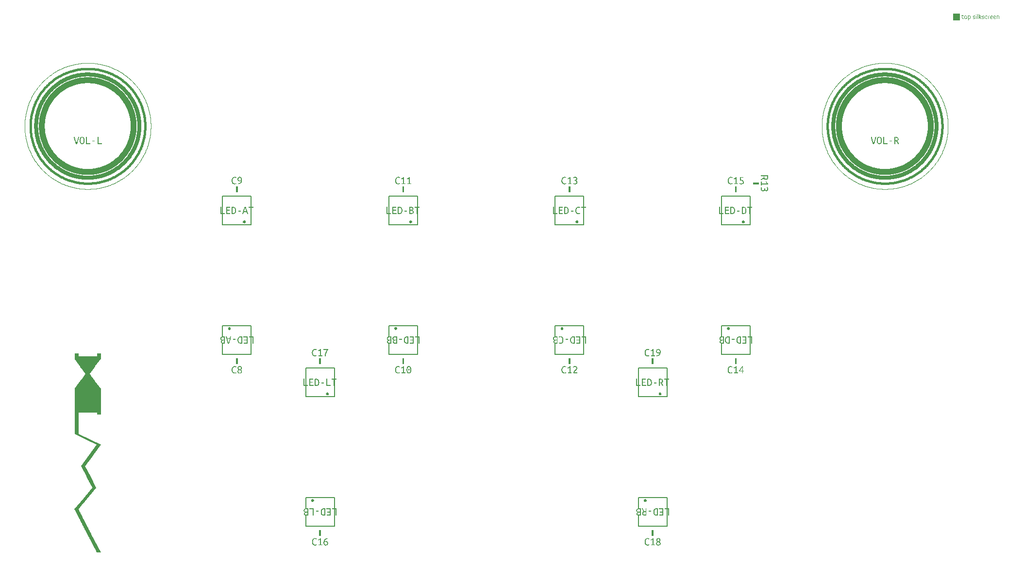
<source format=gto>
G04                                                      *
G04 Greetings!                                           *
G04 This Gerber was generated by PCBmodE, an open source *
G04 PCB design software. Get it here:                    *
G04                                                      *
G04   http://pcbmode.com                                 *
G04                                                      *
G04 Also visit                                           *
G04                                                      *
G04   http://boldport.com                                *
G04                                                      *
G04 and follow @boldport / @pcbmode for updates!         *
G04                                                      *

G04 leading zeros omitted (L); absolute data (A); 6 integer digits and 6 fractional digits *
%FSLAX66Y66*%

G04 mode (MO): millimeters (MM) *
%MOMM*%

G04 Aperture definitions *
%ADD10C,0.001X*%
%ADD11C,0.001X*%
%ADD20C,0.15X*%
%ADD21C,1.00X*%
%ADD24C,0.10X*%
%ADD23C,0.40X*%
%ADD22C,0.70X*%

%LPD*%
D20*
G01X53500000Y-92300000D02*
G01X48500000Y-92300000D01*
G01X48500000Y-87300000D01*
G01X53500000Y-87300000D01*
G01X53500000Y-92300000D01*
G36*
G01X49700000Y-87550000D02*
G01X49700000Y-87550000D01*
G01X49647666Y-87555486D01*
G01X49599114Y-87571191D01*
G01X49555474Y-87595984D01*
G01X49517878Y-87628734D01*
G01X49487456Y-87668311D01*
G01X49465339Y-87713582D01*
G01X49452657Y-87763419D01*
G01X49450000Y-87800000D01*
G01X49450000Y-87800000D01*
G01X49455486Y-87852334D01*
G01X49471191Y-87900886D01*
G01X49495984Y-87944526D01*
G01X49528734Y-87982122D01*
G01X49568311Y-88012544D01*
G01X49613582Y-88034661D01*
G01X49663419Y-88047343D01*
G01X49700000Y-88050000D01*
G01X49700000Y-88050000D01*
G01X49752334Y-88044514D01*
G01X49800886Y-88028809D01*
G01X49844526Y-88004016D01*
G01X49882122Y-87971266D01*
G01X49912544Y-87931689D01*
G01X49934661Y-87886418D01*
G01X49947343Y-87836581D01*
G01X49950000Y-87800000D01*
G01X49950000Y-87800000D01*
G01X49944514Y-87747666D01*
G01X49928809Y-87699114D01*
G01X49904016Y-87655474D01*
G01X49871266Y-87617878D01*
G01X49831689Y-87587456D01*
G01X49786418Y-87565339D01*
G01X49736581Y-87552657D01*
G01X49700000Y-87550000D01*
G37*
D20*
G01X48500000Y-64700000D02*
G01X53500000Y-64700000D01*
G01X53500000Y-69700000D01*
G01X48500000Y-69700000D01*
G01X48500000Y-64700000D01*
G36*
G01X52300000Y-69450000D02*
G01X52300000Y-69450000D01*
G01X52352334Y-69444514D01*
G01X52400886Y-69428809D01*
G01X52444526Y-69404016D01*
G01X52482122Y-69371266D01*
G01X52512544Y-69331689D01*
G01X52534661Y-69286418D01*
G01X52547343Y-69236581D01*
G01X52550000Y-69200000D01*
G01X52550000Y-69200000D01*
G01X52544514Y-69147666D01*
G01X52528809Y-69099114D01*
G01X52504016Y-69055474D01*
G01X52471266Y-69017878D01*
G01X52431689Y-68987456D01*
G01X52386418Y-68965339D01*
G01X52336581Y-68952657D01*
G01X52300000Y-68950000D01*
G01X52300000Y-68950000D01*
G01X52247666Y-68955486D01*
G01X52199114Y-68971191D01*
G01X52155474Y-68995984D01*
G01X52117878Y-69028734D01*
G01X52087456Y-69068311D01*
G01X52065339Y-69113582D01*
G01X52052657Y-69163419D01*
G01X52050000Y-69200000D01*
G01X52050000Y-69200000D01*
G01X52055486Y-69252334D01*
G01X52071191Y-69300886D01*
G01X52095984Y-69344526D01*
G01X52128734Y-69382122D01*
G01X52168311Y-69412544D01*
G01X52213582Y-69434661D01*
G01X52263419Y-69447343D01*
G01X52300000Y-69450000D01*
G37*
D20*
G01X126000000Y-62300000D02*
G01X121000000Y-62300000D01*
G01X121000000Y-57300000D01*
G01X126000000Y-57300000D01*
G01X126000000Y-62300000D01*
G36*
G01X122200000Y-57550000D02*
G01X122200000Y-57550000D01*
G01X122147666Y-57555486D01*
G01X122099114Y-57571191D01*
G01X122055474Y-57595984D01*
G01X122017878Y-57628734D01*
G01X121987456Y-57668311D01*
G01X121965339Y-57713582D01*
G01X121952657Y-57763419D01*
G01X121950000Y-57800000D01*
G01X121950000Y-57800000D01*
G01X121955486Y-57852334D01*
G01X121971191Y-57900886D01*
G01X121995984Y-57944526D01*
G01X122028734Y-57982122D01*
G01X122068311Y-58012544D01*
G01X122113582Y-58034661D01*
G01X122163419Y-58047343D01*
G01X122200000Y-58050000D01*
G01X122200000Y-58050000D01*
G01X122252334Y-58044514D01*
G01X122300886Y-58028809D01*
G01X122344526Y-58004016D01*
G01X122382122Y-57971266D01*
G01X122412544Y-57931689D01*
G01X122434661Y-57886418D01*
G01X122447343Y-57836581D01*
G01X122450000Y-57800000D01*
G01X122450000Y-57800000D01*
G01X122444514Y-57747666D01*
G01X122428809Y-57699114D01*
G01X122404016Y-57655474D01*
G01X122371266Y-57617878D01*
G01X122331689Y-57587456D01*
G01X122286418Y-57565339D01*
G01X122236581Y-57552657D01*
G01X122200000Y-57550000D01*
G37*
D20*
G01X121000000Y-34700000D02*
G01X126000000Y-34700000D01*
G01X126000000Y-39700000D01*
G01X121000000Y-39700000D01*
G01X121000000Y-34700000D01*
G36*
G01X124800000Y-39450000D02*
G01X124800000Y-39450000D01*
G01X124852334Y-39444514D01*
G01X124900886Y-39428809D01*
G01X124944526Y-39404016D01*
G01X124982122Y-39371266D01*
G01X125012544Y-39331689D01*
G01X125034661Y-39286418D01*
G01X125047343Y-39236581D01*
G01X125050000Y-39200000D01*
G01X125050000Y-39200000D01*
G01X125044514Y-39147666D01*
G01X125028809Y-39099114D01*
G01X125004016Y-39055474D01*
G01X124971266Y-39017878D01*
G01X124931689Y-38987456D01*
G01X124886418Y-38965339D01*
G01X124836581Y-38952657D01*
G01X124800000Y-38950000D01*
G01X124800000Y-38950000D01*
G01X124747666Y-38955486D01*
G01X124699114Y-38971191D01*
G01X124655474Y-38995984D01*
G01X124617878Y-39028734D01*
G01X124587456Y-39068311D01*
G01X124565339Y-39113582D01*
G01X124552657Y-39163419D01*
G01X124550000Y-39200000D01*
G01X124550000Y-39200000D01*
G01X124555486Y-39252334D01*
G01X124571191Y-39300886D01*
G01X124595984Y-39344526D01*
G01X124628734Y-39382122D01*
G01X124668311Y-39412544D01*
G01X124713582Y-39434661D01*
G01X124763419Y-39447343D01*
G01X124800000Y-39450000D01*
G37*
D20*
G01X111500000Y-92300000D02*
G01X106500000Y-92300000D01*
G01X106500000Y-87300000D01*
G01X111500000Y-87300000D01*
G01X111500000Y-92300000D01*
G36*
G01X107700000Y-87550000D02*
G01X107700000Y-87550000D01*
G01X107647666Y-87555486D01*
G01X107599114Y-87571191D01*
G01X107555474Y-87595984D01*
G01X107517878Y-87628734D01*
G01X107487456Y-87668311D01*
G01X107465339Y-87713582D01*
G01X107452657Y-87763419D01*
G01X107450000Y-87800000D01*
G01X107450000Y-87800000D01*
G01X107455486Y-87852334D01*
G01X107471191Y-87900886D01*
G01X107495984Y-87944526D01*
G01X107528734Y-87982122D01*
G01X107568311Y-88012544D01*
G01X107613582Y-88034661D01*
G01X107663419Y-88047343D01*
G01X107700000Y-88050000D01*
G01X107700000Y-88050000D01*
G01X107752334Y-88044514D01*
G01X107800886Y-88028809D01*
G01X107844526Y-88004016D01*
G01X107882122Y-87971266D01*
G01X107912544Y-87931689D01*
G01X107934661Y-87886418D01*
G01X107947343Y-87836581D01*
G01X107950000Y-87800000D01*
G01X107950000Y-87800000D01*
G01X107944514Y-87747666D01*
G01X107928809Y-87699114D01*
G01X107904016Y-87655474D01*
G01X107871266Y-87617878D01*
G01X107831689Y-87587456D01*
G01X107786418Y-87565339D01*
G01X107736581Y-87552657D01*
G01X107700000Y-87550000D01*
G37*
D20*
G01X106500000Y-64700000D02*
G01X111500000Y-64700000D01*
G01X111500000Y-69700000D01*
G01X106500000Y-69700000D01*
G01X106500000Y-64700000D01*
G36*
G01X110300000Y-69450000D02*
G01X110300000Y-69450000D01*
G01X110352334Y-69444514D01*
G01X110400886Y-69428809D01*
G01X110444526Y-69404016D01*
G01X110482122Y-69371266D01*
G01X110512544Y-69331689D01*
G01X110534661Y-69286418D01*
G01X110547343Y-69236581D01*
G01X110550000Y-69200000D01*
G01X110550000Y-69200000D01*
G01X110544514Y-69147666D01*
G01X110528809Y-69099114D01*
G01X110504016Y-69055474D01*
G01X110471266Y-69017878D01*
G01X110431689Y-68987456D01*
G01X110386418Y-68965339D01*
G01X110336581Y-68952657D01*
G01X110300000Y-68950000D01*
G01X110300000Y-68950000D01*
G01X110247666Y-68955486D01*
G01X110199114Y-68971191D01*
G01X110155474Y-68995984D01*
G01X110117878Y-69028734D01*
G01X110087456Y-69068311D01*
G01X110065339Y-69113582D01*
G01X110052657Y-69163419D01*
G01X110050000Y-69200000D01*
G01X110050000Y-69200000D01*
G01X110055486Y-69252334D01*
G01X110071191Y-69300886D01*
G01X110095984Y-69344526D01*
G01X110128734Y-69382122D01*
G01X110168311Y-69412544D01*
G01X110213582Y-69434661D01*
G01X110263419Y-69447343D01*
G01X110300000Y-69450000D01*
G37*
D20*
G01X97000000Y-62300000D02*
G01X92000000Y-62300000D01*
G01X92000000Y-57300000D01*
G01X97000000Y-57300000D01*
G01X97000000Y-62300000D01*
G36*
G01X93200000Y-57550000D02*
G01X93200000Y-57550000D01*
G01X93147666Y-57555486D01*
G01X93099114Y-57571191D01*
G01X93055474Y-57595984D01*
G01X93017878Y-57628734D01*
G01X92987456Y-57668311D01*
G01X92965339Y-57713582D01*
G01X92952657Y-57763419D01*
G01X92950000Y-57800000D01*
G01X92950000Y-57800000D01*
G01X92955486Y-57852334D01*
G01X92971191Y-57900886D01*
G01X92995984Y-57944526D01*
G01X93028734Y-57982122D01*
G01X93068311Y-58012544D01*
G01X93113582Y-58034661D01*
G01X93163419Y-58047343D01*
G01X93200000Y-58050000D01*
G01X93200000Y-58050000D01*
G01X93252334Y-58044514D01*
G01X93300886Y-58028809D01*
G01X93344526Y-58004016D01*
G01X93382122Y-57971266D01*
G01X93412544Y-57931689D01*
G01X93434661Y-57886418D01*
G01X93447343Y-57836581D01*
G01X93450000Y-57800000D01*
G01X93450000Y-57800000D01*
G01X93444514Y-57747666D01*
G01X93428809Y-57699114D01*
G01X93404016Y-57655474D01*
G01X93371266Y-57617878D01*
G01X93331689Y-57587456D01*
G01X93286418Y-57565339D01*
G01X93236581Y-57552657D01*
G01X93200000Y-57550000D01*
G37*
D20*
G01X92000000Y-34700000D02*
G01X97000000Y-34700000D01*
G01X97000000Y-39700000D01*
G01X92000000Y-39700000D01*
G01X92000000Y-34700000D01*
G36*
G01X95800000Y-39450000D02*
G01X95800000Y-39450000D01*
G01X95852334Y-39444514D01*
G01X95900886Y-39428809D01*
G01X95944526Y-39404016D01*
G01X95982122Y-39371266D01*
G01X96012544Y-39331689D01*
G01X96034661Y-39286418D01*
G01X96047343Y-39236581D01*
G01X96050000Y-39200000D01*
G01X96050000Y-39200000D01*
G01X96044514Y-39147666D01*
G01X96028809Y-39099114D01*
G01X96004016Y-39055474D01*
G01X95971266Y-39017878D01*
G01X95931689Y-38987456D01*
G01X95886418Y-38965339D01*
G01X95836581Y-38952657D01*
G01X95800000Y-38950000D01*
G01X95800000Y-38950000D01*
G01X95747666Y-38955486D01*
G01X95699114Y-38971191D01*
G01X95655474Y-38995984D01*
G01X95617878Y-39028734D01*
G01X95587456Y-39068311D01*
G01X95565339Y-39113582D01*
G01X95552657Y-39163419D01*
G01X95550000Y-39200000D01*
G01X95550000Y-39200000D01*
G01X95555486Y-39252334D01*
G01X95571191Y-39300886D01*
G01X95595984Y-39344526D01*
G01X95628734Y-39382122D01*
G01X95668311Y-39412544D01*
G01X95713582Y-39434661D01*
G01X95763419Y-39447343D01*
G01X95800000Y-39450000D01*
G37*
G36*
G01X127500000Y-32350000D02*
G01X127500000Y-32650000D01*
G01X126500000Y-32650000D01*
G01X126500000Y-32350000D01*
G01X127500000Y-32350000D01*
G37*
D20*
G01X68000000Y-62300000D02*
G01X63000000Y-62300000D01*
G01X63000000Y-57300000D01*
G01X68000000Y-57300000D01*
G01X68000000Y-62300000D01*
G36*
G01X64200000Y-57550000D02*
G01X64200000Y-57550000D01*
G01X64147666Y-57555486D01*
G01X64099114Y-57571191D01*
G01X64055474Y-57595984D01*
G01X64017878Y-57628734D01*
G01X63987456Y-57668311D01*
G01X63965339Y-57713582D01*
G01X63952657Y-57763419D01*
G01X63950000Y-57800000D01*
G01X63950000Y-57800000D01*
G01X63955486Y-57852334D01*
G01X63971191Y-57900886D01*
G01X63995984Y-57944526D01*
G01X64028734Y-57982122D01*
G01X64068311Y-58012544D01*
G01X64113582Y-58034661D01*
G01X64163419Y-58047343D01*
G01X64200000Y-58050000D01*
G01X64200000Y-58050000D01*
G01X64252334Y-58044514D01*
G01X64300886Y-58028809D01*
G01X64344526Y-58004016D01*
G01X64382122Y-57971266D01*
G01X64412544Y-57931689D01*
G01X64434661Y-57886418D01*
G01X64447343Y-57836581D01*
G01X64450000Y-57800000D01*
G01X64450000Y-57800000D01*
G01X64444514Y-57747666D01*
G01X64428809Y-57699114D01*
G01X64404016Y-57655474D01*
G01X64371266Y-57617878D01*
G01X64331689Y-57587456D01*
G01X64286418Y-57565339D01*
G01X64236581Y-57552657D01*
G01X64200000Y-57550000D01*
G37*
G36*
G01X36350000Y-33000000D02*
G01X36650000Y-33000000D01*
G01X36650000Y-34000000D01*
G01X36350000Y-34000000D01*
G01X36350000Y-33000000D01*
G37*
G36*
G01X36350000Y-63000000D02*
G01X36650000Y-63000000D01*
G01X36650000Y-64000000D01*
G01X36350000Y-64000000D01*
G01X36350000Y-63000000D01*
G37*
D20*
G01X63000000Y-34700000D02*
G01X68000000Y-34700000D01*
G01X68000000Y-39700000D01*
G01X63000000Y-39700000D01*
G01X63000000Y-34700000D01*
G36*
G01X66800000Y-39450000D02*
G01X66800000Y-39450000D01*
G01X66852334Y-39444514D01*
G01X66900886Y-39428809D01*
G01X66944526Y-39404016D01*
G01X66982122Y-39371266D01*
G01X67012544Y-39331689D01*
G01X67034661Y-39286418D01*
G01X67047343Y-39236581D01*
G01X67050000Y-39200000D01*
G01X67050000Y-39200000D01*
G01X67044514Y-39147666D01*
G01X67028809Y-39099114D01*
G01X67004016Y-39055474D01*
G01X66971266Y-39017878D01*
G01X66931689Y-38987456D01*
G01X66886418Y-38965339D01*
G01X66836581Y-38952657D01*
G01X66800000Y-38950000D01*
G01X66800000Y-38950000D01*
G01X66747666Y-38955486D01*
G01X66699114Y-38971191D01*
G01X66655474Y-38995984D01*
G01X66617878Y-39028734D01*
G01X66587456Y-39068311D01*
G01X66565339Y-39113582D01*
G01X66552657Y-39163419D01*
G01X66550000Y-39200000D01*
G01X66550000Y-39200000D01*
G01X66555486Y-39252334D01*
G01X66571191Y-39300886D01*
G01X66595984Y-39344526D01*
G01X66628734Y-39382122D01*
G01X66668311Y-39412544D01*
G01X66713582Y-39434661D01*
G01X66763419Y-39447343D01*
G01X66800000Y-39450000D01*
G37*
G36*
G01X108850000Y-63000000D02*
G01X109150000Y-63000000D01*
G01X109150000Y-64000000D01*
G01X108850000Y-64000000D01*
G01X108850000Y-63000000D01*
G37*
G36*
G01X108850000Y-93000000D02*
G01X109150000Y-93000000D01*
G01X109150000Y-94000000D01*
G01X108850000Y-94000000D01*
G01X108850000Y-93000000D01*
G37*
G36*
G01X94350000Y-33000000D02*
G01X94650000Y-33000000D01*
G01X94650000Y-34000000D01*
G01X94350000Y-34000000D01*
G01X94350000Y-33000000D01*
G37*
G36*
G01X94350000Y-63000000D02*
G01X94650000Y-63000000D01*
G01X94650000Y-64000000D01*
G01X94350000Y-64000000D01*
G01X94350000Y-63000000D01*
G37*
G36*
G01X65350000Y-33000000D02*
G01X65650000Y-33000000D01*
G01X65650000Y-34000000D01*
G01X65350000Y-34000000D01*
G01X65350000Y-33000000D01*
G37*
G36*
G01X65350000Y-63000000D02*
G01X65650000Y-63000000D01*
G01X65650000Y-64000000D01*
G01X65350000Y-64000000D01*
G01X65350000Y-63000000D01*
G37*
G36*
G01X50850000Y-63000000D02*
G01X51150000Y-63000000D01*
G01X51150000Y-64000000D01*
G01X50850000Y-64000000D01*
G01X50850000Y-63000000D01*
G37*
G36*
G01X50850000Y-93000000D02*
G01X51150000Y-93000000D01*
G01X51150000Y-94000000D01*
G01X50850000Y-94000000D01*
G01X50850000Y-93000000D01*
G37*
G36*
G01X123350000Y-33000000D02*
G01X123650000Y-33000000D01*
G01X123650000Y-34000000D01*
G01X123350000Y-34000000D01*
G01X123350000Y-33000000D01*
G37*
G36*
G01X123350000Y-63000000D02*
G01X123650000Y-63000000D01*
G01X123650000Y-64000000D01*
G01X123350000Y-64000000D01*
G01X123350000Y-63000000D01*
G37*
D20*
G01X34000000Y-34700000D02*
G01X39000000Y-34700000D01*
G01X39000000Y-39700000D01*
G01X34000000Y-39700000D01*
G01X34000000Y-34700000D01*
G36*
G01X37800000Y-39450000D02*
G01X37800000Y-39450000D01*
G01X37852334Y-39444514D01*
G01X37900886Y-39428809D01*
G01X37944526Y-39404016D01*
G01X37982122Y-39371266D01*
G01X38012544Y-39331689D01*
G01X38034661Y-39286418D01*
G01X38047343Y-39236581D01*
G01X38050000Y-39200000D01*
G01X38050000Y-39200000D01*
G01X38044514Y-39147666D01*
G01X38028809Y-39099114D01*
G01X38004016Y-39055474D01*
G01X37971266Y-39017878D01*
G01X37931689Y-38987456D01*
G01X37886418Y-38965339D01*
G01X37836581Y-38952657D01*
G01X37800000Y-38950000D01*
G01X37800000Y-38950000D01*
G01X37747666Y-38955486D01*
G01X37699114Y-38971191D01*
G01X37655474Y-38995984D01*
G01X37617878Y-39028734D01*
G01X37587456Y-39068311D01*
G01X37565339Y-39113582D01*
G01X37552657Y-39163419D01*
G01X37550000Y-39200000D01*
G01X37550000Y-39200000D01*
G01X37555486Y-39252334D01*
G01X37571191Y-39300886D01*
G01X37595984Y-39344526D01*
G01X37628734Y-39382122D01*
G01X37668311Y-39412544D01*
G01X37713582Y-39434661D01*
G01X37763419Y-39447343D01*
G01X37800000Y-39450000D01*
G37*
D20*
G01X39000000Y-62300000D02*
G01X34000000Y-62300000D01*
G01X34000000Y-57300000D01*
G01X39000000Y-57300000D01*
G01X39000000Y-62300000D01*
G36*
G01X35200000Y-57550000D02*
G01X35200000Y-57550000D01*
G01X35147666Y-57555486D01*
G01X35099114Y-57571191D01*
G01X35055474Y-57595984D01*
G01X35017878Y-57628734D01*
G01X34987456Y-57668311D01*
G01X34965339Y-57713582D01*
G01X34952657Y-57763419D01*
G01X34950000Y-57800000D01*
G01X34950000Y-57800000D01*
G01X34955486Y-57852334D01*
G01X34971191Y-57900886D01*
G01X34995984Y-57944526D01*
G01X35028734Y-57982122D01*
G01X35068311Y-58012544D01*
G01X35113582Y-58034661D01*
G01X35163419Y-58047343D01*
G01X35200000Y-58050000D01*
G01X35200000Y-58050000D01*
G01X35252334Y-58044514D01*
G01X35300886Y-58028809D01*
G01X35344526Y-58004016D01*
G01X35382122Y-57971266D01*
G01X35412544Y-57931689D01*
G01X35434661Y-57886418D01*
G01X35447343Y-57836581D01*
G01X35450000Y-57800000D01*
G01X35450000Y-57800000D01*
G01X35444514Y-57747666D01*
G01X35428809Y-57699114D01*
G01X35404016Y-57655474D01*
G01X35371266Y-57617878D01*
G01X35331689Y-57587456D01*
G01X35286418Y-57565339D01*
G01X35236581Y-57552657D01*
G01X35200000Y-57550000D01*
G37*
D21*
G01X10500000Y-30500000D02*
G01X10500000Y-30500000D01*
G01X10632295Y-30498928D01*
G01X10764071Y-30495724D01*
G01X10895312Y-30490403D01*
G01X11026002Y-30482983D01*
G01X11156124Y-30473480D01*
G01X11285662Y-30461910D01*
G01X11414599Y-30448290D01*
G01X11542919Y-30432636D01*
G01X11670606Y-30414965D01*
G01X11797642Y-30395294D01*
G01X11924011Y-30373637D01*
G01X12049697Y-30350013D01*
G01X12174684Y-30324438D01*
G01X12298955Y-30296927D01*
G01X12422493Y-30267499D01*
G01X12545282Y-30236168D01*
G01X12667305Y-30202952D01*
G01X12788547Y-30167866D01*
G01X12908990Y-30130929D01*
G01X13028619Y-30092155D01*
G01X13147416Y-30051561D01*
G01X13265365Y-30009164D01*
G01X13382450Y-29964981D01*
G01X13498654Y-29919028D01*
G01X13613961Y-29871320D01*
G01X13728354Y-29821876D01*
G01X13841817Y-29770710D01*
G01X13954334Y-29717841D01*
G01X14065887Y-29663283D01*
G01X14176461Y-29607055D01*
G01X14286038Y-29549171D01*
G01X14394603Y-29489649D01*
G01X14502139Y-29428504D01*
G01X14608630Y-29365755D01*
G01X14714059Y-29301416D01*
G01X14818409Y-29235505D01*
G01X14921664Y-29168038D01*
G01X15023808Y-29099031D01*
G01X15124824Y-29028501D01*
G01X15224696Y-28956464D01*
G01X15323407Y-28882937D01*
G01X15420941Y-28807937D01*
G01X15517281Y-28731479D01*
G01X15612411Y-28653580D01*
G01X15706314Y-28574257D01*
G01X15798974Y-28493526D01*
G01X15890375Y-28411404D01*
G01X15980499Y-28327907D01*
G01X16069331Y-28243052D01*
G01X16156854Y-28156854D01*
G01X16243052Y-28069331D01*
G01X16327907Y-27980499D01*
G01X16411404Y-27890375D01*
G01X16493526Y-27798974D01*
G01X16574257Y-27706314D01*
G01X16653580Y-27612411D01*
G01X16731479Y-27517281D01*
G01X16807937Y-27420941D01*
G01X16882937Y-27323407D01*
G01X16956464Y-27224696D01*
G01X17028501Y-27124824D01*
G01X17099031Y-27023808D01*
G01X17168038Y-26921664D01*
G01X17235505Y-26818409D01*
G01X17301416Y-26714059D01*
G01X17365755Y-26608630D01*
G01X17428504Y-26502139D01*
G01X17489649Y-26394603D01*
G01X17549171Y-26286038D01*
G01X17607055Y-26176461D01*
G01X17663283Y-26065887D01*
G01X17717841Y-25954334D01*
G01X17770710Y-25841817D01*
G01X17821876Y-25728354D01*
G01X17871320Y-25613961D01*
G01X17919028Y-25498654D01*
G01X17964981Y-25382450D01*
G01X18009164Y-25265365D01*
G01X18051561Y-25147416D01*
G01X18092155Y-25028619D01*
G01X18130929Y-24908990D01*
G01X18167866Y-24788547D01*
G01X18202952Y-24667305D01*
G01X18236168Y-24545282D01*
G01X18267499Y-24422493D01*
G01X18296927Y-24298955D01*
G01X18324438Y-24174684D01*
G01X18350013Y-24049697D01*
G01X18373637Y-23924011D01*
G01X18395294Y-23797642D01*
G01X18414965Y-23670606D01*
G01X18432636Y-23542919D01*
G01X18448290Y-23414599D01*
G01X18461910Y-23285662D01*
G01X18473480Y-23156124D01*
G01X18482983Y-23026002D01*
G01X18490403Y-22895312D01*
G01X18495724Y-22764071D01*
G01X18498928Y-22632295D01*
G01X18500000Y-22500000D01*
G01X18500000Y-22500000D01*
G01X18500000Y-22500000D01*
G01X18498928Y-22367705D01*
G01X18495724Y-22235929D01*
G01X18490403Y-22104688D01*
G01X18482983Y-21973998D01*
G01X18473480Y-21843876D01*
G01X18461910Y-21714338D01*
G01X18448290Y-21585401D01*
G01X18432636Y-21457081D01*
G01X18414965Y-21329394D01*
G01X18395294Y-21202358D01*
G01X18373637Y-21075989D01*
G01X18350013Y-20950303D01*
G01X18324438Y-20825316D01*
G01X18296927Y-20701045D01*
G01X18267499Y-20577507D01*
G01X18236168Y-20454718D01*
G01X18202952Y-20332695D01*
G01X18167866Y-20211453D01*
G01X18130929Y-20091010D01*
G01X18092155Y-19971381D01*
G01X18051561Y-19852584D01*
G01X18009164Y-19734635D01*
G01X17964981Y-19617550D01*
G01X17919028Y-19501346D01*
G01X17871320Y-19386039D01*
G01X17821876Y-19271646D01*
G01X17770710Y-19158183D01*
G01X17717841Y-19045666D01*
G01X17663283Y-18934113D01*
G01X17607055Y-18823539D01*
G01X17549171Y-18713962D01*
G01X17489649Y-18605397D01*
G01X17428504Y-18497861D01*
G01X17365755Y-18391370D01*
G01X17301416Y-18285941D01*
G01X17235505Y-18181591D01*
G01X17168038Y-18078336D01*
G01X17099031Y-17976192D01*
G01X17028501Y-17875176D01*
G01X16956464Y-17775304D01*
G01X16882937Y-17676593D01*
G01X16807937Y-17579059D01*
G01X16731479Y-17482719D01*
G01X16653580Y-17387589D01*
G01X16574257Y-17293686D01*
G01X16493526Y-17201026D01*
G01X16411404Y-17109625D01*
G01X16327907Y-17019501D01*
G01X16243052Y-16930669D01*
G01X16156854Y-16843146D01*
G01X16069331Y-16756948D01*
G01X15980499Y-16672093D01*
G01X15890375Y-16588596D01*
G01X15798974Y-16506474D01*
G01X15706314Y-16425743D01*
G01X15612411Y-16346420D01*
G01X15517281Y-16268521D01*
G01X15420941Y-16192063D01*
G01X15323407Y-16117063D01*
G01X15224696Y-16043536D01*
G01X15124824Y-15971499D01*
G01X15023808Y-15900969D01*
G01X14921664Y-15831962D01*
G01X14818409Y-15764495D01*
G01X14714059Y-15698584D01*
G01X14608630Y-15634245D01*
G01X14502139Y-15571496D01*
G01X14394603Y-15510351D01*
G01X14286038Y-15450829D01*
G01X14176461Y-15392945D01*
G01X14065887Y-15336717D01*
G01X13954334Y-15282159D01*
G01X13841817Y-15229290D01*
G01X13728354Y-15178124D01*
G01X13613961Y-15128680D01*
G01X13498654Y-15080972D01*
G01X13382450Y-15035019D01*
G01X13265365Y-14990836D01*
G01X13147416Y-14948439D01*
G01X13028619Y-14907845D01*
G01X12908990Y-14869071D01*
G01X12788547Y-14832134D01*
G01X12667305Y-14797048D01*
G01X12545282Y-14763832D01*
G01X12422493Y-14732501D01*
G01X12298955Y-14703073D01*
G01X12174684Y-14675562D01*
G01X12049697Y-14649987D01*
G01X11924011Y-14626363D01*
G01X11797642Y-14604706D01*
G01X11670606Y-14585035D01*
G01X11542919Y-14567364D01*
G01X11414599Y-14551710D01*
G01X11285662Y-14538090D01*
G01X11156124Y-14526520D01*
G01X11026002Y-14517017D01*
G01X10895312Y-14509597D01*
G01X10764071Y-14504276D01*
G01X10632295Y-14501072D01*
G01X10500000Y-14500000D01*
G01X10500000Y-14500000D01*
G01X10500000Y-14500000D01*
G01X10367705Y-14501072D01*
G01X10235929Y-14504276D01*
G01X10104688Y-14509597D01*
G01X9973998Y-14517017D01*
G01X9843876Y-14526520D01*
G01X9714338Y-14538090D01*
G01X9585401Y-14551710D01*
G01X9457081Y-14567364D01*
G01X9329394Y-14585035D01*
G01X9202358Y-14604706D01*
G01X9075989Y-14626363D01*
G01X8950303Y-14649987D01*
G01X8825316Y-14675562D01*
G01X8701045Y-14703073D01*
G01X8577507Y-14732501D01*
G01X8454718Y-14763832D01*
G01X8332695Y-14797048D01*
G01X8211453Y-14832134D01*
G01X8091010Y-14869071D01*
G01X7971381Y-14907845D01*
G01X7852584Y-14948439D01*
G01X7734635Y-14990836D01*
G01X7617550Y-15035019D01*
G01X7501346Y-15080972D01*
G01X7386039Y-15128680D01*
G01X7271646Y-15178124D01*
G01X7158183Y-15229290D01*
G01X7045666Y-15282159D01*
G01X6934113Y-15336717D01*
G01X6823539Y-15392945D01*
G01X6713962Y-15450829D01*
G01X6605397Y-15510351D01*
G01X6497861Y-15571496D01*
G01X6391370Y-15634245D01*
G01X6285941Y-15698584D01*
G01X6181591Y-15764495D01*
G01X6078336Y-15831962D01*
G01X5976192Y-15900969D01*
G01X5875176Y-15971499D01*
G01X5775304Y-16043536D01*
G01X5676593Y-16117063D01*
G01X5579059Y-16192063D01*
G01X5482719Y-16268521D01*
G01X5387589Y-16346420D01*
G01X5293686Y-16425743D01*
G01X5201026Y-16506474D01*
G01X5109625Y-16588596D01*
G01X5019501Y-16672093D01*
G01X4930669Y-16756948D01*
G01X4843146Y-16843146D01*
G01X4756948Y-16930669D01*
G01X4672093Y-17019501D01*
G01X4588596Y-17109625D01*
G01X4506474Y-17201026D01*
G01X4425743Y-17293686D01*
G01X4346420Y-17387589D01*
G01X4268521Y-17482719D01*
G01X4192063Y-17579059D01*
G01X4117063Y-17676593D01*
G01X4043536Y-17775304D01*
G01X3971499Y-17875176D01*
G01X3900969Y-17976192D01*
G01X3831962Y-18078336D01*
G01X3764495Y-18181591D01*
G01X3698584Y-18285941D01*
G01X3634245Y-18391370D01*
G01X3571496Y-18497861D01*
G01X3510351Y-18605397D01*
G01X3450829Y-18713962D01*
G01X3392945Y-18823539D01*
G01X3336717Y-18934113D01*
G01X3282159Y-19045666D01*
G01X3229290Y-19158183D01*
G01X3178124Y-19271646D01*
G01X3128680Y-19386039D01*
G01X3080972Y-19501346D01*
G01X3035019Y-19617550D01*
G01X2990836Y-19734635D01*
G01X2948439Y-19852584D01*
G01X2907845Y-19971381D01*
G01X2869071Y-20091010D01*
G01X2832134Y-20211453D01*
G01X2797048Y-20332695D01*
G01X2763832Y-20454718D01*
G01X2732501Y-20577507D01*
G01X2703073Y-20701045D01*
G01X2675562Y-20825316D01*
G01X2649987Y-20950303D01*
G01X2626363Y-21075989D01*
G01X2604706Y-21202358D01*
G01X2585035Y-21329394D01*
G01X2567364Y-21457081D01*
G01X2551710Y-21585401D01*
G01X2538090Y-21714338D01*
G01X2526520Y-21843876D01*
G01X2517017Y-21973998D01*
G01X2509597Y-22104688D01*
G01X2504276Y-22235929D01*
G01X2501072Y-22367705D01*
G01X2500000Y-22500000D01*
G01X2500000Y-22500000D01*
G01X2500000Y-22500000D01*
G01X2501072Y-22632295D01*
G01X2504276Y-22764071D01*
G01X2509597Y-22895312D01*
G01X2517017Y-23026002D01*
G01X2526520Y-23156124D01*
G01X2538090Y-23285662D01*
G01X2551710Y-23414599D01*
G01X2567364Y-23542919D01*
G01X2585035Y-23670606D01*
G01X2604706Y-23797642D01*
G01X2626363Y-23924011D01*
G01X2649987Y-24049697D01*
G01X2675562Y-24174684D01*
G01X2703073Y-24298955D01*
G01X2732501Y-24422493D01*
G01X2763832Y-24545282D01*
G01X2797048Y-24667305D01*
G01X2832134Y-24788547D01*
G01X2869071Y-24908990D01*
G01X2907845Y-25028619D01*
G01X2948439Y-25147416D01*
G01X2990836Y-25265365D01*
G01X3035019Y-25382450D01*
G01X3080972Y-25498654D01*
G01X3128680Y-25613961D01*
G01X3178124Y-25728354D01*
G01X3229290Y-25841817D01*
G01X3282159Y-25954334D01*
G01X3336717Y-26065887D01*
G01X3392945Y-26176461D01*
G01X3450829Y-26286038D01*
G01X3510351Y-26394603D01*
G01X3571496Y-26502139D01*
G01X3634245Y-26608630D01*
G01X3698584Y-26714059D01*
G01X3764495Y-26818409D01*
G01X3831962Y-26921664D01*
G01X3900969Y-27023808D01*
G01X3971499Y-27124824D01*
G01X4043536Y-27224696D01*
G01X4117063Y-27323407D01*
G01X4192063Y-27420941D01*
G01X4268521Y-27517281D01*
G01X4346420Y-27612411D01*
G01X4425743Y-27706314D01*
G01X4506474Y-27798974D01*
G01X4588596Y-27890375D01*
G01X4672093Y-27980499D01*
G01X4756948Y-28069331D01*
G01X4843146Y-28156854D01*
G01X4930669Y-28243052D01*
G01X5019501Y-28327907D01*
G01X5109625Y-28411404D01*
G01X5201026Y-28493526D01*
G01X5293686Y-28574257D01*
G01X5387589Y-28653580D01*
G01X5482719Y-28731479D01*
G01X5579059Y-28807937D01*
G01X5676593Y-28882937D01*
G01X5775304Y-28956464D01*
G01X5875176Y-29028501D01*
G01X5976192Y-29099031D01*
G01X6078336Y-29168038D01*
G01X6181591Y-29235505D01*
G01X6285941Y-29301416D01*
G01X6391370Y-29365755D01*
G01X6497861Y-29428504D01*
G01X6605397Y-29489649D01*
G01X6713962Y-29549171D01*
G01X6823539Y-29607055D01*
G01X6934113Y-29663283D01*
G01X7045666Y-29717841D01*
G01X7158183Y-29770710D01*
G01X7271646Y-29821876D01*
G01X7386039Y-29871320D01*
G01X7501346Y-29919028D01*
G01X7617550Y-29964981D01*
G01X7734635Y-30009164D01*
G01X7852584Y-30051561D01*
G01X7971381Y-30092155D01*
G01X8091010Y-30130929D01*
G01X8211453Y-30167866D01*
G01X8332695Y-30202952D01*
G01X8454718Y-30236168D01*
G01X8577507Y-30267499D01*
G01X8701045Y-30296927D01*
G01X8825316Y-30324438D01*
G01X8950303Y-30350013D01*
G01X9075989Y-30373637D01*
G01X9202358Y-30395294D01*
G01X9329394Y-30414965D01*
G01X9457081Y-30432636D01*
G01X9585401Y-30448290D01*
G01X9714338Y-30461910D01*
G01X9843876Y-30473480D01*
G01X9973998Y-30482983D01*
G01X10104688Y-30490403D01*
G01X10235929Y-30495724D01*
G01X10367705Y-30498928D01*
G01X10500000Y-30500000D01*
G01X10500000Y-30500000D01*
D22*
G01X10500000Y-31500000D02*
G01X10500000Y-31500000D01*
G01X10648831Y-31498794D01*
G01X10797080Y-31495189D01*
G01X10944726Y-31489204D01*
G01X11091752Y-31480856D01*
G01X11238140Y-31470165D01*
G01X11383870Y-31457149D01*
G01X11528924Y-31441827D01*
G01X11673284Y-31424216D01*
G01X11816931Y-31404336D01*
G01X11959847Y-31382205D01*
G01X12102012Y-31357842D01*
G01X12243409Y-31331265D01*
G01X12384019Y-31302493D01*
G01X12523824Y-31271543D01*
G01X12662804Y-31238436D01*
G01X12800942Y-31203189D01*
G01X12938219Y-31165821D01*
G01X13074615Y-31126350D01*
G01X13210114Y-31084795D01*
G01X13344696Y-31041174D01*
G01X13478343Y-30995506D01*
G01X13611036Y-30947810D01*
G01X13742756Y-30898104D01*
G01X13873486Y-30846406D01*
G01X14003206Y-30792735D01*
G01X14131899Y-30737110D01*
G01X14259544Y-30679549D01*
G01X14386125Y-30620071D01*
G01X14511623Y-30558694D01*
G01X14636018Y-30495436D01*
G01X14759293Y-30430317D01*
G01X14881429Y-30363355D01*
G01X15002407Y-30294568D01*
G01X15122209Y-30223974D01*
G01X15240816Y-30151593D01*
G01X15358210Y-30077443D01*
G01X15474372Y-30001542D01*
G01X15589284Y-29923910D01*
G01X15702927Y-29844563D01*
G01X15815283Y-29763522D01*
G01X15926333Y-29680804D01*
G01X16036059Y-29596429D01*
G01X16144441Y-29510414D01*
G01X16251462Y-29422778D01*
G01X16357104Y-29333539D01*
G01X16461346Y-29242717D01*
G01X16564172Y-29150330D01*
G01X16665562Y-29056396D01*
G01X16765498Y-28960933D01*
G01X16863961Y-28863961D01*
G01X16960933Y-28765498D01*
G01X17056396Y-28665562D01*
G01X17150330Y-28564172D01*
G01X17242717Y-28461346D01*
G01X17333539Y-28357104D01*
G01X17422778Y-28251462D01*
G01X17510414Y-28144441D01*
G01X17596429Y-28036059D01*
G01X17680804Y-27926333D01*
G01X17763522Y-27815283D01*
G01X17844563Y-27702927D01*
G01X17923910Y-27589284D01*
G01X18001542Y-27474372D01*
G01X18077443Y-27358210D01*
G01X18151593Y-27240816D01*
G01X18223974Y-27122209D01*
G01X18294568Y-27002407D01*
G01X18363355Y-26881429D01*
G01X18430317Y-26759293D01*
G01X18495436Y-26636018D01*
G01X18558694Y-26511623D01*
G01X18620071Y-26386125D01*
G01X18679549Y-26259544D01*
G01X18737110Y-26131899D01*
G01X18792735Y-26003206D01*
G01X18846406Y-25873486D01*
G01X18898104Y-25742756D01*
G01X18947810Y-25611036D01*
G01X18995506Y-25478343D01*
G01X19041174Y-25344696D01*
G01X19084795Y-25210114D01*
G01X19126350Y-25074615D01*
G01X19165821Y-24938219D01*
G01X19203189Y-24800942D01*
G01X19238436Y-24662804D01*
G01X19271543Y-24523824D01*
G01X19302493Y-24384019D01*
G01X19331265Y-24243409D01*
G01X19357842Y-24102012D01*
G01X19382205Y-23959847D01*
G01X19404336Y-23816931D01*
G01X19424216Y-23673284D01*
G01X19441827Y-23528924D01*
G01X19457149Y-23383870D01*
G01X19470165Y-23238140D01*
G01X19480856Y-23091752D01*
G01X19489204Y-22944726D01*
G01X19495189Y-22797080D01*
G01X19498794Y-22648831D01*
G01X19500000Y-22500000D01*
G01X19500000Y-22500000D01*
G01X19500000Y-22500000D01*
G01X19498794Y-22351169D01*
G01X19495189Y-22202920D01*
G01X19489204Y-22055274D01*
G01X19480856Y-21908248D01*
G01X19470165Y-21761860D01*
G01X19457149Y-21616130D01*
G01X19441827Y-21471076D01*
G01X19424216Y-21326716D01*
G01X19404336Y-21183069D01*
G01X19382205Y-21040153D01*
G01X19357842Y-20897988D01*
G01X19331265Y-20756591D01*
G01X19302493Y-20615981D01*
G01X19271543Y-20476176D01*
G01X19238436Y-20337196D01*
G01X19203189Y-20199058D01*
G01X19165821Y-20061781D01*
G01X19126350Y-19925385D01*
G01X19084795Y-19789886D01*
G01X19041174Y-19655304D01*
G01X18995506Y-19521657D01*
G01X18947810Y-19388964D01*
G01X18898104Y-19257244D01*
G01X18846406Y-19126514D01*
G01X18792735Y-18996794D01*
G01X18737110Y-18868101D01*
G01X18679549Y-18740456D01*
G01X18620071Y-18613875D01*
G01X18558694Y-18488377D01*
G01X18495436Y-18363982D01*
G01X18430317Y-18240707D01*
G01X18363355Y-18118571D01*
G01X18294568Y-17997593D01*
G01X18223974Y-17877791D01*
G01X18151593Y-17759184D01*
G01X18077443Y-17641790D01*
G01X18001542Y-17525628D01*
G01X17923910Y-17410716D01*
G01X17844563Y-17297073D01*
G01X17763522Y-17184717D01*
G01X17680804Y-17073667D01*
G01X17596429Y-16963941D01*
G01X17510414Y-16855559D01*
G01X17422778Y-16748538D01*
G01X17333539Y-16642896D01*
G01X17242717Y-16538654D01*
G01X17150330Y-16435828D01*
G01X17056396Y-16334438D01*
G01X16960933Y-16234502D01*
G01X16863961Y-16136039D01*
G01X16765498Y-16039067D01*
G01X16665562Y-15943604D01*
G01X16564172Y-15849670D01*
G01X16461346Y-15757283D01*
G01X16357104Y-15666461D01*
G01X16251462Y-15577222D01*
G01X16144441Y-15489586D01*
G01X16036059Y-15403571D01*
G01X15926333Y-15319196D01*
G01X15815283Y-15236478D01*
G01X15702927Y-15155437D01*
G01X15589284Y-15076090D01*
G01X15474372Y-14998458D01*
G01X15358210Y-14922557D01*
G01X15240816Y-14848407D01*
G01X15122209Y-14776026D01*
G01X15002407Y-14705432D01*
G01X14881429Y-14636645D01*
G01X14759293Y-14569683D01*
G01X14636018Y-14504564D01*
G01X14511623Y-14441306D01*
G01X14386125Y-14379929D01*
G01X14259544Y-14320451D01*
G01X14131899Y-14262890D01*
G01X14003206Y-14207265D01*
G01X13873486Y-14153594D01*
G01X13742756Y-14101896D01*
G01X13611036Y-14052190D01*
G01X13478343Y-14004494D01*
G01X13344696Y-13958826D01*
G01X13210114Y-13915205D01*
G01X13074615Y-13873650D01*
G01X12938219Y-13834179D01*
G01X12800942Y-13796811D01*
G01X12662804Y-13761564D01*
G01X12523824Y-13728457D01*
G01X12384019Y-13697507D01*
G01X12243409Y-13668735D01*
G01X12102012Y-13642158D01*
G01X11959847Y-13617795D01*
G01X11816931Y-13595664D01*
G01X11673284Y-13575784D01*
G01X11528924Y-13558173D01*
G01X11383870Y-13542851D01*
G01X11238140Y-13529835D01*
G01X11091752Y-13519144D01*
G01X10944726Y-13510796D01*
G01X10797080Y-13504811D01*
G01X10648831Y-13501206D01*
G01X10500000Y-13500000D01*
G01X10500000Y-13500000D01*
G01X10500000Y-13500000D01*
G01X10351169Y-13501206D01*
G01X10202920Y-13504811D01*
G01X10055274Y-13510796D01*
G01X9908248Y-13519144D01*
G01X9761860Y-13529835D01*
G01X9616130Y-13542851D01*
G01X9471076Y-13558173D01*
G01X9326716Y-13575784D01*
G01X9183069Y-13595664D01*
G01X9040153Y-13617795D01*
G01X8897988Y-13642158D01*
G01X8756591Y-13668735D01*
G01X8615981Y-13697507D01*
G01X8476176Y-13728457D01*
G01X8337196Y-13761564D01*
G01X8199058Y-13796811D01*
G01X8061781Y-13834179D01*
G01X7925385Y-13873650D01*
G01X7789886Y-13915205D01*
G01X7655304Y-13958826D01*
G01X7521657Y-14004494D01*
G01X7388964Y-14052190D01*
G01X7257244Y-14101896D01*
G01X7126514Y-14153594D01*
G01X6996794Y-14207265D01*
G01X6868101Y-14262890D01*
G01X6740456Y-14320451D01*
G01X6613875Y-14379929D01*
G01X6488377Y-14441306D01*
G01X6363982Y-14504564D01*
G01X6240707Y-14569683D01*
G01X6118571Y-14636645D01*
G01X5997593Y-14705432D01*
G01X5877791Y-14776026D01*
G01X5759184Y-14848407D01*
G01X5641790Y-14922557D01*
G01X5525628Y-14998458D01*
G01X5410716Y-15076090D01*
G01X5297073Y-15155437D01*
G01X5184717Y-15236478D01*
G01X5073667Y-15319196D01*
G01X4963941Y-15403571D01*
G01X4855559Y-15489586D01*
G01X4748538Y-15577222D01*
G01X4642896Y-15666461D01*
G01X4538654Y-15757283D01*
G01X4435828Y-15849670D01*
G01X4334438Y-15943604D01*
G01X4234502Y-16039067D01*
G01X4136039Y-16136039D01*
G01X4039067Y-16234502D01*
G01X3943604Y-16334438D01*
G01X3849670Y-16435828D01*
G01X3757283Y-16538654D01*
G01X3666461Y-16642896D01*
G01X3577222Y-16748538D01*
G01X3489586Y-16855559D01*
G01X3403571Y-16963941D01*
G01X3319196Y-17073667D01*
G01X3236478Y-17184717D01*
G01X3155437Y-17297073D01*
G01X3076090Y-17410716D01*
G01X2998458Y-17525628D01*
G01X2922557Y-17641790D01*
G01X2848407Y-17759184D01*
G01X2776026Y-17877791D01*
G01X2705432Y-17997593D01*
G01X2636645Y-18118571D01*
G01X2569683Y-18240707D01*
G01X2504564Y-18363982D01*
G01X2441306Y-18488377D01*
G01X2379929Y-18613875D01*
G01X2320451Y-18740456D01*
G01X2262890Y-18868101D01*
G01X2207265Y-18996794D01*
G01X2153594Y-19126514D01*
G01X2101896Y-19257244D01*
G01X2052190Y-19388964D01*
G01X2004494Y-19521657D01*
G01X1958826Y-19655304D01*
G01X1915205Y-19789886D01*
G01X1873650Y-19925385D01*
G01X1834179Y-20061781D01*
G01X1796811Y-20199058D01*
G01X1761564Y-20337196D01*
G01X1728457Y-20476176D01*
G01X1697507Y-20615981D01*
G01X1668735Y-20756591D01*
G01X1642158Y-20897988D01*
G01X1617795Y-21040153D01*
G01X1595664Y-21183069D01*
G01X1575784Y-21326716D01*
G01X1558173Y-21471076D01*
G01X1542851Y-21616130D01*
G01X1529835Y-21761860D01*
G01X1519144Y-21908248D01*
G01X1510796Y-22055274D01*
G01X1504811Y-22202920D01*
G01X1501206Y-22351169D01*
G01X1500000Y-22500000D01*
G01X1500000Y-22500000D01*
G01X1500000Y-22500000D01*
G01X1501206Y-22648831D01*
G01X1504811Y-22797080D01*
G01X1510796Y-22944726D01*
G01X1519144Y-23091752D01*
G01X1529835Y-23238140D01*
G01X1542851Y-23383870D01*
G01X1558173Y-23528924D01*
G01X1575784Y-23673284D01*
G01X1595664Y-23816931D01*
G01X1617795Y-23959847D01*
G01X1642158Y-24102012D01*
G01X1668735Y-24243409D01*
G01X1697507Y-24384019D01*
G01X1728457Y-24523824D01*
G01X1761564Y-24662804D01*
G01X1796811Y-24800942D01*
G01X1834179Y-24938219D01*
G01X1873650Y-25074615D01*
G01X1915205Y-25210114D01*
G01X1958826Y-25344696D01*
G01X2004494Y-25478343D01*
G01X2052190Y-25611036D01*
G01X2101896Y-25742756D01*
G01X2153594Y-25873486D01*
G01X2207265Y-26003206D01*
G01X2262890Y-26131899D01*
G01X2320451Y-26259544D01*
G01X2379929Y-26386125D01*
G01X2441306Y-26511623D01*
G01X2504564Y-26636018D01*
G01X2569683Y-26759293D01*
G01X2636645Y-26881429D01*
G01X2705432Y-27002407D01*
G01X2776026Y-27122209D01*
G01X2848407Y-27240816D01*
G01X2922557Y-27358210D01*
G01X2998458Y-27474372D01*
G01X3076090Y-27589284D01*
G01X3155437Y-27702927D01*
G01X3236478Y-27815283D01*
G01X3319196Y-27926333D01*
G01X3403571Y-28036059D01*
G01X3489586Y-28144441D01*
G01X3577222Y-28251462D01*
G01X3666461Y-28357104D01*
G01X3757283Y-28461346D01*
G01X3849670Y-28564172D01*
G01X3943604Y-28665562D01*
G01X4039067Y-28765498D01*
G01X4136039Y-28863961D01*
G01X4234502Y-28960933D01*
G01X4334438Y-29056396D01*
G01X4435828Y-29150330D01*
G01X4538654Y-29242717D01*
G01X4642896Y-29333539D01*
G01X4748538Y-29422778D01*
G01X4855559Y-29510414D01*
G01X4963941Y-29596429D01*
G01X5073667Y-29680804D01*
G01X5184717Y-29763522D01*
G01X5297073Y-29844563D01*
G01X5410716Y-29923910D01*
G01X5525628Y-30001542D01*
G01X5641790Y-30077443D01*
G01X5759184Y-30151593D01*
G01X5877791Y-30223974D01*
G01X5997593Y-30294568D01*
G01X6118571Y-30363355D01*
G01X6240707Y-30430317D01*
G01X6363982Y-30495436D01*
G01X6488377Y-30558694D01*
G01X6613875Y-30620071D01*
G01X6740456Y-30679549D01*
G01X6868101Y-30737110D01*
G01X6996794Y-30792735D01*
G01X7126514Y-30846406D01*
G01X7257244Y-30898104D01*
G01X7388964Y-30947810D01*
G01X7521657Y-30995506D01*
G01X7655304Y-31041174D01*
G01X7789886Y-31084795D01*
G01X7925385Y-31126350D01*
G01X8061781Y-31165821D01*
G01X8199058Y-31203189D01*
G01X8337196Y-31238436D01*
G01X8476176Y-31271543D01*
G01X8615981Y-31302493D01*
G01X8756591Y-31331265D01*
G01X8897988Y-31357842D01*
G01X9040153Y-31382205D01*
G01X9183069Y-31404336D01*
G01X9326716Y-31424216D01*
G01X9471076Y-31441827D01*
G01X9616130Y-31457149D01*
G01X9761860Y-31470165D01*
G01X9908248Y-31480856D01*
G01X10055274Y-31489204D01*
G01X10202920Y-31495189D01*
G01X10351169Y-31498794D01*
G01X10500000Y-31500000D01*
G01X10500000Y-31500000D01*
D23*
G01X10500000Y-32500000D02*
G01X10500000Y-32500000D01*
G01X10665368Y-32498660D01*
G01X10830089Y-32494655D01*
G01X10994140Y-32488004D01*
G01X11157503Y-32478729D01*
G01X11320155Y-32466850D01*
G01X11482078Y-32452388D01*
G01X11643249Y-32435363D01*
G01X11803649Y-32415796D01*
G01X11963257Y-32393707D01*
G01X12122052Y-32369117D01*
G01X12280014Y-32342047D01*
G01X12437122Y-32312517D01*
G01X12593355Y-32280547D01*
G01X12748693Y-32246159D01*
G01X12903116Y-32209373D01*
G01X13056602Y-32170210D01*
G01X13209132Y-32128690D01*
G01X13360684Y-32084833D01*
G01X13511238Y-32038661D01*
G01X13660773Y-31990193D01*
G01X13809270Y-31939451D01*
G01X13956706Y-31886456D01*
G01X14103062Y-31831226D01*
G01X14248318Y-31773785D01*
G01X14392451Y-31714150D01*
G01X14535443Y-31652345D01*
G01X14677272Y-31588388D01*
G01X14817917Y-31522301D01*
G01X14957359Y-31454104D01*
G01X15095576Y-31383818D01*
G01X15232548Y-31311463D01*
G01X15368254Y-31237061D01*
G01X15502674Y-31160631D01*
G01X15635787Y-31082194D01*
G01X15767573Y-31001770D01*
G01X15898011Y-30919381D01*
G01X16027080Y-30835047D01*
G01X16154760Y-30748788D01*
G01X16281030Y-30660626D01*
G01X16405870Y-30570580D01*
G01X16529259Y-30478671D01*
G01X16651176Y-30384921D01*
G01X16771601Y-30289348D01*
G01X16890514Y-30191975D01*
G01X17007893Y-30092821D01*
G01X17123718Y-29991908D01*
G01X17237969Y-29889255D01*
G01X17350624Y-29784884D01*
G01X17461664Y-29678815D01*
G01X17571068Y-29571068D01*
G01X17678815Y-29461664D01*
G01X17784884Y-29350624D01*
G01X17889255Y-29237969D01*
G01X17991908Y-29123718D01*
G01X18092821Y-29007893D01*
G01X18191975Y-28890514D01*
G01X18289348Y-28771601D01*
G01X18384921Y-28651176D01*
G01X18478671Y-28529259D01*
G01X18570580Y-28405870D01*
G01X18660626Y-28281030D01*
G01X18748788Y-28154760D01*
G01X18835047Y-28027080D01*
G01X18919381Y-27898011D01*
G01X19001770Y-27767573D01*
G01X19082194Y-27635787D01*
G01X19160631Y-27502674D01*
G01X19237061Y-27368254D01*
G01X19311463Y-27232548D01*
G01X19383818Y-27095576D01*
G01X19454104Y-26957359D01*
G01X19522301Y-26817917D01*
G01X19588388Y-26677272D01*
G01X19652345Y-26535443D01*
G01X19714150Y-26392451D01*
G01X19773785Y-26248318D01*
G01X19831226Y-26103062D01*
G01X19886456Y-25956706D01*
G01X19939451Y-25809270D01*
G01X19990193Y-25660773D01*
G01X20038661Y-25511238D01*
G01X20084833Y-25360684D01*
G01X20128690Y-25209132D01*
G01X20170210Y-25056602D01*
G01X20209373Y-24903116D01*
G01X20246159Y-24748693D01*
G01X20280547Y-24593355D01*
G01X20312517Y-24437122D01*
G01X20342047Y-24280014D01*
G01X20369117Y-24122052D01*
G01X20393707Y-23963257D01*
G01X20415796Y-23803649D01*
G01X20435363Y-23643249D01*
G01X20452388Y-23482078D01*
G01X20466850Y-23320155D01*
G01X20478729Y-23157503D01*
G01X20488004Y-22994140D01*
G01X20494655Y-22830089D01*
G01X20498660Y-22665368D01*
G01X20500000Y-22500000D01*
G01X20500000Y-22500000D01*
G01X20500000Y-22500000D01*
G01X20498660Y-22334632D01*
G01X20494655Y-22169911D01*
G01X20488004Y-22005860D01*
G01X20478729Y-21842497D01*
G01X20466850Y-21679845D01*
G01X20452388Y-21517922D01*
G01X20435363Y-21356751D01*
G01X20415796Y-21196351D01*
G01X20393707Y-21036743D01*
G01X20369117Y-20877948D01*
G01X20342047Y-20719986D01*
G01X20312517Y-20562878D01*
G01X20280547Y-20406645D01*
G01X20246159Y-20251307D01*
G01X20209373Y-20096884D01*
G01X20170210Y-19943398D01*
G01X20128690Y-19790868D01*
G01X20084833Y-19639316D01*
G01X20038661Y-19488762D01*
G01X19990193Y-19339227D01*
G01X19939451Y-19190730D01*
G01X19886456Y-19043294D01*
G01X19831226Y-18896938D01*
G01X19773785Y-18751682D01*
G01X19714150Y-18607549D01*
G01X19652345Y-18464557D01*
G01X19588388Y-18322728D01*
G01X19522301Y-18182083D01*
G01X19454104Y-18042641D01*
G01X19383818Y-17904424D01*
G01X19311463Y-17767452D01*
G01X19237061Y-17631746D01*
G01X19160631Y-17497326D01*
G01X19082194Y-17364213D01*
G01X19001770Y-17232427D01*
G01X18919381Y-17101989D01*
G01X18835047Y-16972920D01*
G01X18748788Y-16845240D01*
G01X18660626Y-16718970D01*
G01X18570580Y-16594130D01*
G01X18478671Y-16470741D01*
G01X18384921Y-16348824D01*
G01X18289348Y-16228399D01*
G01X18191975Y-16109486D01*
G01X18092821Y-15992107D01*
G01X17991908Y-15876282D01*
G01X17889255Y-15762031D01*
G01X17784884Y-15649376D01*
G01X17678815Y-15538336D01*
G01X17571068Y-15428932D01*
G01X17461664Y-15321185D01*
G01X17350624Y-15215116D01*
G01X17237969Y-15110745D01*
G01X17123718Y-15008092D01*
G01X17007893Y-14907179D01*
G01X16890514Y-14808025D01*
G01X16771601Y-14710652D01*
G01X16651176Y-14615079D01*
G01X16529259Y-14521329D01*
G01X16405870Y-14429420D01*
G01X16281030Y-14339374D01*
G01X16154760Y-14251212D01*
G01X16027080Y-14164953D01*
G01X15898011Y-14080619D01*
G01X15767573Y-13998230D01*
G01X15635787Y-13917806D01*
G01X15502674Y-13839369D01*
G01X15368254Y-13762939D01*
G01X15232548Y-13688537D01*
G01X15095576Y-13616182D01*
G01X14957359Y-13545896D01*
G01X14817917Y-13477699D01*
G01X14677272Y-13411612D01*
G01X14535443Y-13347655D01*
G01X14392451Y-13285850D01*
G01X14248318Y-13226215D01*
G01X14103062Y-13168774D01*
G01X13956706Y-13113544D01*
G01X13809270Y-13060549D01*
G01X13660773Y-13009807D01*
G01X13511238Y-12961339D01*
G01X13360684Y-12915167D01*
G01X13209132Y-12871310D01*
G01X13056602Y-12829790D01*
G01X12903116Y-12790627D01*
G01X12748693Y-12753841D01*
G01X12593355Y-12719453D01*
G01X12437122Y-12687483D01*
G01X12280014Y-12657953D01*
G01X12122052Y-12630883D01*
G01X11963257Y-12606293D01*
G01X11803649Y-12584204D01*
G01X11643249Y-12564637D01*
G01X11482078Y-12547612D01*
G01X11320155Y-12533150D01*
G01X11157503Y-12521271D01*
G01X10994140Y-12511996D01*
G01X10830089Y-12505345D01*
G01X10665368Y-12501340D01*
G01X10500000Y-12500000D01*
G01X10500000Y-12500000D01*
G01X10500000Y-12500000D01*
G01X10334632Y-12501340D01*
G01X10169911Y-12505345D01*
G01X10005860Y-12511996D01*
G01X9842497Y-12521271D01*
G01X9679845Y-12533150D01*
G01X9517922Y-12547612D01*
G01X9356751Y-12564637D01*
G01X9196351Y-12584204D01*
G01X9036743Y-12606293D01*
G01X8877948Y-12630883D01*
G01X8719986Y-12657953D01*
G01X8562878Y-12687483D01*
G01X8406645Y-12719453D01*
G01X8251307Y-12753841D01*
G01X8096884Y-12790627D01*
G01X7943398Y-12829790D01*
G01X7790868Y-12871310D01*
G01X7639316Y-12915167D01*
G01X7488762Y-12961339D01*
G01X7339227Y-13009807D01*
G01X7190730Y-13060549D01*
G01X7043294Y-13113544D01*
G01X6896938Y-13168774D01*
G01X6751682Y-13226215D01*
G01X6607549Y-13285850D01*
G01X6464557Y-13347655D01*
G01X6322728Y-13411612D01*
G01X6182083Y-13477699D01*
G01X6042641Y-13545896D01*
G01X5904424Y-13616182D01*
G01X5767452Y-13688537D01*
G01X5631746Y-13762939D01*
G01X5497326Y-13839369D01*
G01X5364213Y-13917806D01*
G01X5232427Y-13998230D01*
G01X5101989Y-14080619D01*
G01X4972920Y-14164953D01*
G01X4845240Y-14251212D01*
G01X4718970Y-14339374D01*
G01X4594130Y-14429420D01*
G01X4470741Y-14521329D01*
G01X4348824Y-14615079D01*
G01X4228399Y-14710652D01*
G01X4109486Y-14808025D01*
G01X3992107Y-14907179D01*
G01X3876282Y-15008092D01*
G01X3762031Y-15110745D01*
G01X3649376Y-15215116D01*
G01X3538336Y-15321185D01*
G01X3428932Y-15428932D01*
G01X3321185Y-15538336D01*
G01X3215116Y-15649376D01*
G01X3110745Y-15762031D01*
G01X3008092Y-15876282D01*
G01X2907179Y-15992107D01*
G01X2808025Y-16109486D01*
G01X2710652Y-16228399D01*
G01X2615079Y-16348824D01*
G01X2521329Y-16470741D01*
G01X2429420Y-16594130D01*
G01X2339374Y-16718970D01*
G01X2251212Y-16845240D01*
G01X2164953Y-16972920D01*
G01X2080619Y-17101989D01*
G01X1998230Y-17232427D01*
G01X1917806Y-17364213D01*
G01X1839369Y-17497326D01*
G01X1762939Y-17631746D01*
G01X1688537Y-17767452D01*
G01X1616182Y-17904424D01*
G01X1545896Y-18042641D01*
G01X1477699Y-18182083D01*
G01X1411612Y-18322728D01*
G01X1347655Y-18464557D01*
G01X1285850Y-18607549D01*
G01X1226215Y-18751682D01*
G01X1168774Y-18896938D01*
G01X1113544Y-19043294D01*
G01X1060549Y-19190730D01*
G01X1009807Y-19339227D01*
G01X0961339Y-19488762D01*
G01X0915167Y-19639316D01*
G01X0871310Y-19790868D01*
G01X0829790Y-19943398D01*
G01X0790627Y-20096884D01*
G01X0753841Y-20251307D01*
G01X0719453Y-20406645D01*
G01X0687483Y-20562878D01*
G01X0657953Y-20719986D01*
G01X0630883Y-20877948D01*
G01X0606293Y-21036743D01*
G01X0584204Y-21196351D01*
G01X0564637Y-21356751D01*
G01X0547612Y-21517922D01*
G01X0533150Y-21679845D01*
G01X0521271Y-21842497D01*
G01X0511996Y-22005860D01*
G01X0505345Y-22169911D01*
G01X0501340Y-22334632D01*
G01X0500000Y-22500000D01*
G01X0500000Y-22500000D01*
G01X0500000Y-22500000D01*
G01X0501340Y-22665368D01*
G01X0505345Y-22830089D01*
G01X0511996Y-22994140D01*
G01X0521271Y-23157503D01*
G01X0533150Y-23320155D01*
G01X0547612Y-23482078D01*
G01X0564637Y-23643249D01*
G01X0584204Y-23803649D01*
G01X0606293Y-23963257D01*
G01X0630883Y-24122052D01*
G01X0657953Y-24280014D01*
G01X0687483Y-24437122D01*
G01X0719453Y-24593355D01*
G01X0753841Y-24748693D01*
G01X0790627Y-24903116D01*
G01X0829790Y-25056602D01*
G01X0871310Y-25209132D01*
G01X0915167Y-25360684D01*
G01X0961339Y-25511238D01*
G01X1009807Y-25660773D01*
G01X1060549Y-25809270D01*
G01X1113544Y-25956706D01*
G01X1168774Y-26103062D01*
G01X1226215Y-26248318D01*
G01X1285850Y-26392451D01*
G01X1347655Y-26535443D01*
G01X1411612Y-26677272D01*
G01X1477699Y-26817917D01*
G01X1545896Y-26957359D01*
G01X1616182Y-27095576D01*
G01X1688537Y-27232548D01*
G01X1762939Y-27368254D01*
G01X1839369Y-27502674D01*
G01X1917806Y-27635787D01*
G01X1998230Y-27767573D01*
G01X2080619Y-27898011D01*
G01X2164953Y-28027080D01*
G01X2251212Y-28154760D01*
G01X2339374Y-28281030D01*
G01X2429420Y-28405870D01*
G01X2521329Y-28529259D01*
G01X2615079Y-28651176D01*
G01X2710652Y-28771601D01*
G01X2808025Y-28890514D01*
G01X2907179Y-29007893D01*
G01X3008092Y-29123718D01*
G01X3110745Y-29237969D01*
G01X3215116Y-29350624D01*
G01X3321185Y-29461664D01*
G01X3428932Y-29571068D01*
G01X3538336Y-29678815D01*
G01X3649376Y-29784884D01*
G01X3762031Y-29889255D01*
G01X3876282Y-29991908D01*
G01X3992107Y-30092821D01*
G01X4109486Y-30191975D01*
G01X4228399Y-30289348D01*
G01X4348824Y-30384921D01*
G01X4470741Y-30478671D01*
G01X4594130Y-30570580D01*
G01X4718970Y-30660626D01*
G01X4845240Y-30748788D01*
G01X4972920Y-30835047D01*
G01X5101989Y-30919381D01*
G01X5232427Y-31001770D01*
G01X5364213Y-31082194D01*
G01X5497326Y-31160631D01*
G01X5631746Y-31237061D01*
G01X5767452Y-31311463D01*
G01X5904424Y-31383818D01*
G01X6042641Y-31454104D01*
G01X6182083Y-31522301D01*
G01X6322728Y-31588388D01*
G01X6464557Y-31652345D01*
G01X6607549Y-31714150D01*
G01X6751682Y-31773785D01*
G01X6896938Y-31831226D01*
G01X7043294Y-31886456D01*
G01X7190730Y-31939451D01*
G01X7339227Y-31990193D01*
G01X7488762Y-32038661D01*
G01X7639316Y-32084833D01*
G01X7790868Y-32128690D01*
G01X7943398Y-32170210D01*
G01X8096884Y-32209373D01*
G01X8251307Y-32246159D01*
G01X8406645Y-32280547D01*
G01X8562878Y-32312517D01*
G01X8719986Y-32342047D01*
G01X8877948Y-32369117D01*
G01X9036743Y-32393707D01*
G01X9196351Y-32415796D01*
G01X9356751Y-32435363D01*
G01X9517922Y-32452388D01*
G01X9679845Y-32466850D01*
G01X9842497Y-32478729D01*
G01X10005860Y-32488004D01*
G01X10169911Y-32494655D01*
G01X10334632Y-32498660D01*
G01X10500000Y-32500000D01*
G01X10500000Y-32500000D01*
D24*
G01X10500000Y-33500000D02*
G01X10500000Y-33500000D01*
G01X10681905Y-33498526D01*
G01X10863097Y-33494120D01*
G01X11043554Y-33486805D01*
G01X11223253Y-33476602D01*
G01X11402171Y-33463535D01*
G01X11580286Y-33447627D01*
G01X11757574Y-33428899D01*
G01X11934014Y-33407375D01*
G01X12109583Y-33383077D01*
G01X12284257Y-33356029D01*
G01X12458015Y-33326251D01*
G01X12630834Y-33293768D01*
G01X12802690Y-33258602D01*
G01X12973562Y-33220775D01*
G01X13143427Y-33180311D01*
G01X13312262Y-33137231D01*
G01X13480045Y-33091559D01*
G01X13646752Y-33043316D01*
G01X13812362Y-32992527D01*
G01X13976851Y-32939213D01*
G01X14140197Y-32883397D01*
G01X14302377Y-32825101D01*
G01X14463369Y-32764349D01*
G01X14623149Y-32701163D01*
G01X14781696Y-32635565D01*
G01X14938987Y-32567579D01*
G01X15094999Y-32497227D01*
G01X15249709Y-32424531D01*
G01X15403095Y-32349515D01*
G01X15555133Y-32272200D01*
G01X15705803Y-32192610D01*
G01X15855080Y-32110767D01*
G01X16002942Y-32026694D01*
G01X16149366Y-31940413D01*
G01X16294331Y-31851947D01*
G01X16437812Y-31761319D01*
G01X16579788Y-31668552D01*
G01X16720236Y-31573667D01*
G01X16859133Y-31476689D01*
G01X16996457Y-31377638D01*
G01X17132185Y-31276539D01*
G01X17266294Y-31173413D01*
G01X17398761Y-31068283D01*
G01X17529565Y-30961173D01*
G01X17658682Y-30852104D01*
G01X17786090Y-30741099D01*
G01X17911766Y-30628181D01*
G01X18035687Y-30513372D01*
G01X18157831Y-30396696D01*
G01X18278175Y-30278175D01*
G01X18396696Y-30157831D01*
G01X18513372Y-30035687D01*
G01X18628181Y-29911766D01*
G01X18741099Y-29786090D01*
G01X18852104Y-29658682D01*
G01X18961173Y-29529565D01*
G01X19068283Y-29398761D01*
G01X19173413Y-29266294D01*
G01X19276539Y-29132185D01*
G01X19377638Y-28996457D01*
G01X19476689Y-28859133D01*
G01X19573667Y-28720236D01*
G01X19668552Y-28579788D01*
G01X19761319Y-28437812D01*
G01X19851947Y-28294331D01*
G01X19940413Y-28149366D01*
G01X20026694Y-28002942D01*
G01X20110767Y-27855080D01*
G01X20192610Y-27705803D01*
G01X20272200Y-27555133D01*
G01X20349515Y-27403095D01*
G01X20424531Y-27249709D01*
G01X20497227Y-27094999D01*
G01X20567579Y-26938987D01*
G01X20635565Y-26781696D01*
G01X20701163Y-26623149D01*
G01X20764349Y-26463369D01*
G01X20825101Y-26302377D01*
G01X20883397Y-26140197D01*
G01X20939213Y-25976851D01*
G01X20992527Y-25812362D01*
G01X21043316Y-25646752D01*
G01X21091559Y-25480045D01*
G01X21137231Y-25312262D01*
G01X21180311Y-25143427D01*
G01X21220775Y-24973562D01*
G01X21258602Y-24802690D01*
G01X21293768Y-24630834D01*
G01X21326251Y-24458015D01*
G01X21356029Y-24284257D01*
G01X21383077Y-24109583D01*
G01X21407375Y-23934014D01*
G01X21428899Y-23757574D01*
G01X21447627Y-23580286D01*
G01X21463535Y-23402171D01*
G01X21476602Y-23223253D01*
G01X21486805Y-23043554D01*
G01X21494120Y-22863097D01*
G01X21498526Y-22681905D01*
G01X21500000Y-22500000D01*
G01X21500000Y-22500000D01*
G01X21500000Y-22500000D01*
G01X21498526Y-22318095D01*
G01X21494120Y-22136903D01*
G01X21486805Y-21956446D01*
G01X21476602Y-21776747D01*
G01X21463535Y-21597829D01*
G01X21447627Y-21419714D01*
G01X21428899Y-21242426D01*
G01X21407375Y-21065986D01*
G01X21383077Y-20890417D01*
G01X21356029Y-20715743D01*
G01X21326251Y-20541985D01*
G01X21293768Y-20369166D01*
G01X21258602Y-20197310D01*
G01X21220775Y-20026438D01*
G01X21180311Y-19856573D01*
G01X21137231Y-19687738D01*
G01X21091559Y-19519955D01*
G01X21043316Y-19353248D01*
G01X20992527Y-19187638D01*
G01X20939213Y-19023149D01*
G01X20883397Y-18859803D01*
G01X20825101Y-18697623D01*
G01X20764349Y-18536631D01*
G01X20701163Y-18376851D01*
G01X20635565Y-18218304D01*
G01X20567579Y-18061013D01*
G01X20497227Y-17905001D01*
G01X20424531Y-17750291D01*
G01X20349515Y-17596905D01*
G01X20272200Y-17444867D01*
G01X20192610Y-17294197D01*
G01X20110767Y-17144920D01*
G01X20026694Y-16997058D01*
G01X19940413Y-16850634D01*
G01X19851947Y-16705669D01*
G01X19761319Y-16562188D01*
G01X19668552Y-16420212D01*
G01X19573667Y-16279764D01*
G01X19476689Y-16140867D01*
G01X19377638Y-16003543D01*
G01X19276539Y-15867815D01*
G01X19173413Y-15733706D01*
G01X19068283Y-15601238D01*
G01X18961173Y-15470435D01*
G01X18852104Y-15341318D01*
G01X18741099Y-15213910D01*
G01X18628181Y-15088234D01*
G01X18513372Y-14964313D01*
G01X18396696Y-14842169D01*
G01X18278175Y-14721825D01*
G01X18157831Y-14603304D01*
G01X18035687Y-14486628D01*
G01X17911766Y-14371819D01*
G01X17786090Y-14258901D01*
G01X17658682Y-14147896D01*
G01X17529565Y-14038827D01*
G01X17398761Y-13931717D01*
G01X17266294Y-13826587D01*
G01X17132185Y-13723461D01*
G01X16996457Y-13622362D01*
G01X16859133Y-13523311D01*
G01X16720236Y-13426333D01*
G01X16579788Y-13331448D01*
G01X16437812Y-13238681D01*
G01X16294331Y-13148053D01*
G01X16149366Y-13059587D01*
G01X16002942Y-12973306D01*
G01X15855080Y-12889233D01*
G01X15705803Y-12807390D01*
G01X15555133Y-12727800D01*
G01X15403095Y-12650485D01*
G01X15249709Y-12575469D01*
G01X15094999Y-12502773D01*
G01X14938987Y-12432421D01*
G01X14781696Y-12364435D01*
G01X14623149Y-12298837D01*
G01X14463369Y-12235651D01*
G01X14302377Y-12174899D01*
G01X14140197Y-12116603D01*
G01X13976851Y-12060787D01*
G01X13812362Y-12007473D01*
G01X13646752Y-11956684D01*
G01X13480045Y-11908441D01*
G01X13312262Y-11862769D01*
G01X13143427Y-11819689D01*
G01X12973562Y-11779225D01*
G01X12802690Y-11741398D01*
G01X12630834Y-11706232D01*
G01X12458015Y-11673749D01*
G01X12284257Y-11643971D01*
G01X12109583Y-11616923D01*
G01X11934014Y-11592625D01*
G01X11757574Y-11571101D01*
G01X11580286Y-11552373D01*
G01X11402171Y-11536465D01*
G01X11223253Y-11523398D01*
G01X11043554Y-11513195D01*
G01X10863097Y-11505880D01*
G01X10681905Y-11501474D01*
G01X10500000Y-11500000D01*
G01X10500000Y-11500000D01*
G01X10500000Y-11500000D01*
G01X10318095Y-11501474D01*
G01X10136903Y-11505880D01*
G01X9956446Y-11513195D01*
G01X9776747Y-11523398D01*
G01X9597829Y-11536465D01*
G01X9419714Y-11552373D01*
G01X9242426Y-11571101D01*
G01X9065986Y-11592625D01*
G01X8890417Y-11616923D01*
G01X8715743Y-11643971D01*
G01X8541985Y-11673749D01*
G01X8369166Y-11706232D01*
G01X8197310Y-11741398D01*
G01X8026438Y-11779225D01*
G01X7856573Y-11819689D01*
G01X7687738Y-11862769D01*
G01X7519955Y-11908441D01*
G01X7353248Y-11956684D01*
G01X7187638Y-12007473D01*
G01X7023149Y-12060787D01*
G01X6859803Y-12116603D01*
G01X6697623Y-12174899D01*
G01X6536631Y-12235651D01*
G01X6376851Y-12298837D01*
G01X6218304Y-12364435D01*
G01X6061013Y-12432421D01*
G01X5905001Y-12502773D01*
G01X5750291Y-12575469D01*
G01X5596905Y-12650485D01*
G01X5444867Y-12727800D01*
G01X5294197Y-12807390D01*
G01X5144920Y-12889233D01*
G01X4997058Y-12973306D01*
G01X4850634Y-13059587D01*
G01X4705669Y-13148053D01*
G01X4562188Y-13238681D01*
G01X4420212Y-13331448D01*
G01X4279764Y-13426333D01*
G01X4140867Y-13523311D01*
G01X4003543Y-13622362D01*
G01X3867815Y-13723461D01*
G01X3733706Y-13826587D01*
G01X3601239Y-13931717D01*
G01X3470435Y-14038827D01*
G01X3341318Y-14147896D01*
G01X3213910Y-14258901D01*
G01X3088234Y-14371819D01*
G01X2964313Y-14486628D01*
G01X2842169Y-14603304D01*
G01X2721825Y-14721825D01*
G01X2603304Y-14842169D01*
G01X2486628Y-14964313D01*
G01X2371819Y-15088234D01*
G01X2258901Y-15213910D01*
G01X2147896Y-15341318D01*
G01X2038827Y-15470435D01*
G01X1931717Y-15601238D01*
G01X1826587Y-15733706D01*
G01X1723461Y-15867815D01*
G01X1622362Y-16003543D01*
G01X1523311Y-16140867D01*
G01X1426333Y-16279764D01*
G01X1331448Y-16420212D01*
G01X1238681Y-16562188D01*
G01X1148053Y-16705669D01*
G01X1059587Y-16850634D01*
G01X0973306Y-16997058D01*
G01X0889233Y-17144920D01*
G01X0807390Y-17294197D01*
G01X0727800Y-17444867D01*
G01X0650485Y-17596905D01*
G01X0575469Y-17750291D01*
G01X0502773Y-17905001D01*
G01X0432421Y-18061013D01*
G01X0364435Y-18218304D01*
G01X0298837Y-18376851D01*
G01X0235651Y-18536631D01*
G01X0174899Y-18697623D01*
G01X0116603Y-18859803D01*
G01X0060787Y-19023149D01*
G01X0007473Y-19187638D01*
G01X-0043316Y-19353248D01*
G01X-0091559Y-19519955D01*
G01X-0137231Y-19687738D01*
G01X-0180311Y-19856573D01*
G01X-0220775Y-20026438D01*
G01X-0258602Y-20197310D01*
G01X-0293768Y-20369166D01*
G01X-0326251Y-20541985D01*
G01X-0356029Y-20715743D01*
G01X-0383077Y-20890417D01*
G01X-0407375Y-21065986D01*
G01X-0428899Y-21242426D01*
G01X-0447627Y-21419714D01*
G01X-0463535Y-21597829D01*
G01X-0476602Y-21776747D01*
G01X-0486805Y-21956446D01*
G01X-0494120Y-22136903D01*
G01X-0498526Y-22318095D01*
G01X-0500000Y-22500000D01*
G01X-0500000Y-22500000D01*
G01X-0500000Y-22500000D01*
G01X-0498526Y-22681905D01*
G01X-0494120Y-22863097D01*
G01X-0486805Y-23043554D01*
G01X-0476602Y-23223253D01*
G01X-0463535Y-23402171D01*
G01X-0447627Y-23580286D01*
G01X-0428899Y-23757574D01*
G01X-0407375Y-23934014D01*
G01X-0383077Y-24109583D01*
G01X-0356029Y-24284257D01*
G01X-0326251Y-24458015D01*
G01X-0293768Y-24630834D01*
G01X-0258602Y-24802690D01*
G01X-0220775Y-24973562D01*
G01X-0180311Y-25143427D01*
G01X-0137231Y-25312262D01*
G01X-0091559Y-25480045D01*
G01X-0043316Y-25646752D01*
G01X0007473Y-25812362D01*
G01X0060787Y-25976851D01*
G01X0116603Y-26140197D01*
G01X0174899Y-26302377D01*
G01X0235651Y-26463369D01*
G01X0298837Y-26623149D01*
G01X0364435Y-26781696D01*
G01X0432421Y-26938987D01*
G01X0502773Y-27094999D01*
G01X0575469Y-27249709D01*
G01X0650485Y-27403095D01*
G01X0727800Y-27555133D01*
G01X0807390Y-27705803D01*
G01X0889233Y-27855080D01*
G01X0973306Y-28002942D01*
G01X1059587Y-28149366D01*
G01X1148053Y-28294331D01*
G01X1238681Y-28437812D01*
G01X1331448Y-28579788D01*
G01X1426333Y-28720236D01*
G01X1523311Y-28859133D01*
G01X1622362Y-28996457D01*
G01X1723461Y-29132185D01*
G01X1826587Y-29266294D01*
G01X1931717Y-29398761D01*
G01X2038827Y-29529565D01*
G01X2147896Y-29658682D01*
G01X2258901Y-29786090D01*
G01X2371819Y-29911766D01*
G01X2486628Y-30035687D01*
G01X2603304Y-30157831D01*
G01X2721825Y-30278175D01*
G01X2842169Y-30396696D01*
G01X2964313Y-30513372D01*
G01X3088234Y-30628181D01*
G01X3213910Y-30741099D01*
G01X3341318Y-30852104D01*
G01X3470435Y-30961173D01*
G01X3601239Y-31068283D01*
G01X3733706Y-31173413D01*
G01X3867815Y-31276539D01*
G01X4003543Y-31377638D01*
G01X4140867Y-31476689D01*
G01X4279764Y-31573667D01*
G01X4420212Y-31668552D01*
G01X4562188Y-31761319D01*
G01X4705669Y-31851947D01*
G01X4850634Y-31940413D01*
G01X4997058Y-32026694D01*
G01X5144920Y-32110767D01*
G01X5294197Y-32192610D01*
G01X5444867Y-32272200D01*
G01X5596905Y-32349515D01*
G01X5750291Y-32424531D01*
G01X5905001Y-32497227D01*
G01X6061013Y-32567579D01*
G01X6218304Y-32635565D01*
G01X6376851Y-32701163D01*
G01X6536631Y-32764349D01*
G01X6697623Y-32825101D01*
G01X6859803Y-32883397D01*
G01X7023149Y-32939213D01*
G01X7187638Y-32992527D01*
G01X7353248Y-33043316D01*
G01X7519955Y-33091559D01*
G01X7687738Y-33137231D01*
G01X7856573Y-33180311D01*
G01X8026438Y-33220775D01*
G01X8197310Y-33258602D01*
G01X8369166Y-33293768D01*
G01X8541985Y-33326251D01*
G01X8715743Y-33356029D01*
G01X8890417Y-33383077D01*
G01X9065986Y-33407375D01*
G01X9242426Y-33428899D01*
G01X9419714Y-33447627D01*
G01X9597829Y-33463535D01*
G01X9776747Y-33476602D01*
G01X9956446Y-33486805D01*
G01X10136903Y-33494120D01*
G01X10318095Y-33498526D01*
G01X10500000Y-33500000D01*
G01X10500000Y-33500000D01*
G36*
G01X12449673Y-96829697D02*
G01X12110362Y-96829697D01*
G01X12001838Y-96654453D01*
G01X12001838Y-96654453D01*
G01X11997326Y-96646872D01*
G01X11990974Y-96635733D01*
G01X11982814Y-96621097D01*
G01X11972876Y-96603024D01*
G01X11961192Y-96581573D01*
G01X11947794Y-96556804D01*
G01X11932712Y-96528778D01*
G01X11915978Y-96497553D01*
G01X11897624Y-96463190D01*
G01X11877680Y-96425749D01*
G01X11856179Y-96385290D01*
G01X11833151Y-96341872D01*
G01X11808627Y-96295555D01*
G01X11782640Y-96246400D01*
G01X11755220Y-96194465D01*
G01X11726398Y-96139812D01*
G01X11696207Y-96082499D01*
G01X11664677Y-96022587D01*
G01X11631840Y-95960135D01*
G01X11597727Y-95895204D01*
G01X11562370Y-95827853D01*
G01X11525799Y-95758142D01*
G01X11488046Y-95686131D01*
G01X11449143Y-95611879D01*
G01X11409121Y-95535448D01*
G01X11368010Y-95456896D01*
G01X11325844Y-95376283D01*
G01X11282651Y-95293670D01*
G01X11238466Y-95209116D01*
G01X11193317Y-95122680D01*
G01X11147237Y-95034424D01*
G01X11100258Y-94944406D01*
G01X11052410Y-94852687D01*
G01X11003725Y-94759327D01*
G01X10954233Y-94664385D01*
G01X10903968Y-94567920D01*
G01X10852959Y-94469994D01*
G01X10801239Y-94370666D01*
G01X10748837Y-94269996D01*
G01X10695787Y-94168043D01*
G01X10642119Y-94064868D01*
G01X10587865Y-93960530D01*
G01X10533055Y-93855089D01*
G01X10477722Y-93748606D01*
G01X10421896Y-93641139D01*
G01X10365609Y-93532750D01*
G01X10308892Y-93423496D01*
G01X10251777Y-93313440D01*
G01X10194294Y-93202640D01*
G01X10136476Y-93091156D01*
G01X10136476Y-93091156D01*
G01X10136476Y-93091156D01*
G01X10078666Y-92979654D01*
G01X10021207Y-92868800D01*
G01X9964131Y-92758654D01*
G01X9907469Y-92649277D01*
G01X9851251Y-92540729D01*
G01X9795509Y-92433071D01*
G01X9740275Y-92326363D01*
G01X9685578Y-92220666D01*
G01X9631450Y-92116039D01*
G01X9577923Y-92012544D01*
G01X9525027Y-91910240D01*
G01X9472794Y-91809189D01*
G01X9421254Y-91709450D01*
G01X9370438Y-91611085D01*
G01X9320379Y-91514152D01*
G01X9271106Y-91418714D01*
G01X9222651Y-91324830D01*
G01X9175045Y-91232561D01*
G01X9128319Y-91141968D01*
G01X9082504Y-91053109D01*
G01X9037631Y-90966047D01*
G01X8993732Y-90880842D01*
G01X8950837Y-90797553D01*
G01X8908977Y-90716242D01*
G01X8868184Y-90636968D01*
G01X8828489Y-90559793D01*
G01X8789922Y-90484776D01*
G01X8752516Y-90411978D01*
G01X8716300Y-90341460D01*
G01X8681306Y-90273282D01*
G01X8647566Y-90207504D01*
G01X8615110Y-90144187D01*
G01X8583968Y-90083392D01*
G01X8554174Y-90025177D01*
G01X8525757Y-89969605D01*
G01X8498748Y-89916736D01*
G01X8473179Y-89866629D01*
G01X8449081Y-89819346D01*
G01X8426484Y-89774947D01*
G01X8405421Y-89733492D01*
G01X8385921Y-89695041D01*
G01X8368017Y-89659656D01*
G01X8351739Y-89627396D01*
G01X8337118Y-89598322D01*
G01X8324185Y-89572494D01*
G01X8312972Y-89549973D01*
G01X8303510Y-89530820D01*
G01X8295829Y-89515094D01*
G01X8289960Y-89502856D01*
G01X8285936Y-89494167D01*
G01X8285936Y-89494167D01*
G01X8192237Y-89285231D01*
G01X9739659Y-87430180D01*
G01X11287079Y-85575129D01*
G01X11260779Y-85458299D01*
G01X11260779Y-85458299D01*
G01X11246088Y-85409862D01*
G01X11225524Y-85364348D01*
G01X11201818Y-85326866D01*
G01X11177699Y-85302527D01*
G01X11177699Y-85302527D01*
G01X11177699Y-85302527D01*
G01X11173832Y-85298541D01*
G01X11167888Y-85290507D01*
G01X11159919Y-85278523D01*
G01X11149980Y-85262688D01*
G01X11138124Y-85243103D01*
G01X11124405Y-85219867D01*
G01X11108877Y-85193080D01*
G01X11091592Y-85162840D01*
G01X11072606Y-85129248D01*
G01X11051971Y-85092402D01*
G01X11029741Y-85052403D01*
G01X11005970Y-85009350D01*
G01X10980711Y-84963342D01*
G01X10954019Y-84914479D01*
G01X10925947Y-84862861D01*
G01X10896548Y-84808586D01*
G01X10865876Y-84751755D01*
G01X10833985Y-84692467D01*
G01X10800929Y-84630821D01*
G01X10766761Y-84566917D01*
G01X10731535Y-84500854D01*
G01X10695304Y-84432732D01*
G01X10658122Y-84362651D01*
G01X10620044Y-84290709D01*
G01X10581122Y-84217007D01*
G01X10541410Y-84141644D01*
G01X10500962Y-84064719D01*
G01X10459832Y-83986332D01*
G01X10418073Y-83906582D01*
G01X10375739Y-83825570D01*
G01X10332883Y-83743393D01*
G01X10289559Y-83660153D01*
G01X10245822Y-83575948D01*
G01X10231160Y-83547682D01*
G01X9341389Y-81831781D01*
G01X10704783Y-79967385D01*
G01X12068174Y-78102989D01*
G01X10140323Y-77173029D01*
G01X8212472Y-76243068D01*
G01X8212472Y-72241825D01*
G01X8212472Y-68240584D01*
G01X9147108Y-66999254D01*
G01X9147108Y-66999254D01*
G01X9208324Y-66917856D01*
G01X9268518Y-66837634D01*
G01X9327562Y-66758759D01*
G01X9385333Y-66681405D01*
G01X9441704Y-66605744D01*
G01X9496550Y-66531950D01*
G01X9549745Y-66460194D01*
G01X9601163Y-66390650D01*
G01X9650679Y-66323490D01*
G01X9698168Y-66258887D01*
G01X9743503Y-66197014D01*
G01X9786559Y-66138043D01*
G01X9827210Y-66082147D01*
G01X9865331Y-66029499D01*
G01X9900797Y-65980272D01*
G01X9933480Y-65934638D01*
G01X9963257Y-65892770D01*
G01X9990001Y-65854841D01*
G01X10013587Y-65821023D01*
G01X10033889Y-65791490D01*
G01X10050781Y-65766413D01*
G01X10064138Y-65745966D01*
G01X10073834Y-65730321D01*
G01X10079744Y-65719651D01*
G01X10081742Y-65714129D01*
G01X10081742Y-65714129D01*
G01X10081742Y-65714129D01*
G01X10079744Y-65708607D01*
G01X10073834Y-65697937D01*
G01X10064138Y-65682292D01*
G01X10050781Y-65661845D01*
G01X10033889Y-65636768D01*
G01X10013587Y-65607234D01*
G01X9990001Y-65573416D01*
G01X9963257Y-65535487D01*
G01X9933480Y-65493619D01*
G01X9900797Y-65447985D01*
G01X9865331Y-65398758D01*
G01X9827210Y-65346110D01*
G01X9786559Y-65290215D01*
G01X9743503Y-65231244D01*
G01X9698168Y-65169371D01*
G01X9650679Y-65104768D01*
G01X9601163Y-65037608D01*
G01X9549745Y-64968064D01*
G01X9496550Y-64896309D01*
G01X9441704Y-64822514D01*
G01X9385333Y-64746854D01*
G01X9327562Y-64669500D01*
G01X9268518Y-64590625D01*
G01X9208324Y-64510403D01*
G01X9147108Y-64429005D01*
G01X9147108Y-64429005D01*
G01X8212472Y-63187678D01*
G01X8212472Y-62678989D01*
G01X8212472Y-62170304D01*
G01X8562960Y-62170304D01*
G01X8913448Y-62170304D01*
G01X8913448Y-62403964D01*
G01X8913448Y-62637621D01*
G01X10510118Y-62637621D01*
G01X12106786Y-62637621D01*
G01X12106786Y-62403964D01*
G01X12106786Y-62170304D01*
G01X12457274Y-62170304D01*
G01X12807762Y-62170304D01*
G01X12807762Y-62631135D01*
G01X12807762Y-63091967D01*
G01X11834183Y-64379332D01*
G01X11834183Y-64379332D01*
G01X11786263Y-64442754D01*
G01X11738924Y-64505521D01*
G01X11692221Y-64567556D01*
G01X11646210Y-64628784D01*
G01X11600945Y-64689130D01*
G01X11556482Y-64748517D01*
G01X11512875Y-64806871D01*
G01X11470181Y-64864114D01*
G01X11428454Y-64920172D01*
G01X11387750Y-64974969D01*
G01X11348124Y-65028430D01*
G01X11309630Y-65080478D01*
G01X11272325Y-65131037D01*
G01X11236262Y-65180033D01*
G01X11201499Y-65227390D01*
G01X11168089Y-65273031D01*
G01X11136088Y-65316882D01*
G01X11105552Y-65358866D01*
G01X11076534Y-65398907D01*
G01X11049092Y-65436931D01*
G01X11023279Y-65472861D01*
G01X10999151Y-65506622D01*
G01X10976763Y-65538138D01*
G01X10956170Y-65567333D01*
G01X10937428Y-65594132D01*
G01X10920592Y-65618459D01*
G01X10905717Y-65640239D01*
G01X10892858Y-65659394D01*
G01X10882071Y-65675851D01*
G01X10873410Y-65689533D01*
G01X10866930Y-65700365D01*
G01X10862688Y-65708271D01*
G01X10860738Y-65713175D01*
G01X10860607Y-65714129D01*
G01X10860607Y-65714129D01*
G01X10861781Y-65718015D01*
G01X10865265Y-65724928D01*
G01X10871005Y-65734792D01*
G01X10878945Y-65747533D01*
G01X10889029Y-65763073D01*
G01X10901204Y-65781337D01*
G01X10915413Y-65802250D01*
G01X10931602Y-65825736D01*
G01X10949715Y-65851720D01*
G01X10969696Y-65880125D01*
G01X10991492Y-65910875D01*
G01X11015046Y-65943896D01*
G01X11040303Y-65979112D01*
G01X11067209Y-66016446D01*
G01X11095708Y-66055824D01*
G01X11125744Y-66097169D01*
G01X11157263Y-66140406D01*
G01X11190209Y-66185459D01*
G01X11224528Y-66232252D01*
G01X11260163Y-66280710D01*
G01X11297060Y-66330757D01*
G01X11335164Y-66382318D01*
G01X11374419Y-66435316D01*
G01X11414770Y-66489676D01*
G01X11456162Y-66545322D01*
G01X11498540Y-66602179D01*
G01X11541848Y-66660171D01*
G01X11586032Y-66719223D01*
G01X11631036Y-66779257D01*
G01X11676805Y-66840200D01*
G01X11723283Y-66901975D01*
G01X11770416Y-66964506D01*
G01X11818149Y-67027718D01*
G01X11834183Y-67048927D01*
G01X12807762Y-68336292D01*
G01X12807762Y-70588508D01*
G01X12807762Y-72840723D01*
G01X12457274Y-72840723D01*
G01X12106786Y-72840723D01*
G01X12106786Y-72646007D01*
G01X12106786Y-72451292D01*
G01X10510118Y-72451292D01*
G01X8913448Y-72451292D01*
G01X8913448Y-74347390D01*
G01X8913448Y-76243490D01*
G01X10841487Y-77170766D01*
G01X12769529Y-78098046D01*
G01X11609694Y-79694716D01*
G01X11609694Y-79694716D01*
G01X11552339Y-79773589D01*
G01X11495150Y-79852070D01*
G01X11438206Y-79930054D01*
G01X11381584Y-80007438D01*
G01X11325363Y-80084117D01*
G01X11269622Y-80159988D01*
G01X11214438Y-80234946D01*
G01X11159890Y-80308889D01*
G01X11106056Y-80381711D01*
G01X11053016Y-80453310D01*
G01X11000846Y-80523580D01*
G01X10949625Y-80592419D01*
G01X10899432Y-80659722D01*
G01X10850345Y-80725386D01*
G01X10802442Y-80789306D01*
G01X10755802Y-80851378D01*
G01X10710503Y-80911500D01*
G01X10666623Y-80969566D01*
G01X10624241Y-81025472D01*
G01X10583435Y-81079116D01*
G01X10544283Y-81130393D01*
G01X10506864Y-81179199D01*
G01X10471255Y-81225430D01*
G01X10437536Y-81268982D01*
G01X10405785Y-81309752D01*
G01X10376079Y-81347635D01*
G01X10348498Y-81382528D01*
G01X10323119Y-81414326D01*
G01X10300021Y-81442926D01*
G01X10279283Y-81468224D01*
G01X10260982Y-81490116D01*
G01X10245197Y-81508498D01*
G01X10232006Y-81523265D01*
G01X10228199Y-81527367D01*
G01X10006538Y-81763351D01*
G01X10999762Y-83673896D01*
G01X11992985Y-85584443D01*
G01X11524153Y-86133911D01*
G01X11524153Y-86133911D01*
G01X11484893Y-86179943D01*
G01X11444602Y-86227223D01*
G01X11403479Y-86275517D01*
G01X11361721Y-86324590D01*
G01X11319527Y-86374210D01*
G01X11277096Y-86424141D01*
G01X11234625Y-86474150D01*
G01X11192312Y-86524003D01*
G01X11150356Y-86573466D01*
G01X11108955Y-86622306D01*
G01X11068307Y-86670288D01*
G01X11028610Y-86717179D01*
G01X10990063Y-86762745D01*
G01X10952864Y-86806751D01*
G01X10917211Y-86848964D01*
G01X10883302Y-86889150D01*
G01X10851335Y-86927075D01*
G01X10821509Y-86962505D01*
G01X10794021Y-86995206D01*
G01X10769071Y-87024945D01*
G01X10769071Y-87024945D01*
G01X10769071Y-87024945D01*
G01X10754020Y-87042917D01*
G01X10737245Y-87062969D01*
G01X10718808Y-87085027D01*
G01X10698772Y-87109016D01*
G01X10677197Y-87134864D01*
G01X10654144Y-87162495D01*
G01X10629676Y-87191837D01*
G01X10603853Y-87222815D01*
G01X10576737Y-87255355D01*
G01X10548391Y-87289383D01*
G01X10518874Y-87324826D01*
G01X10488249Y-87361609D01*
G01X10456577Y-87399659D01*
G01X10423919Y-87438902D01*
G01X10390338Y-87479263D01*
G01X10355894Y-87520669D01*
G01X10320649Y-87563046D01*
G01X10284665Y-87606320D01*
G01X10248002Y-87650417D01*
G01X10210723Y-87695263D01*
G01X10172889Y-87740784D01*
G01X10134561Y-87786907D01*
G01X10095802Y-87833557D01*
G01X10056671Y-87880660D01*
G01X10017231Y-87928143D01*
G01X9977544Y-87975932D01*
G01X9937671Y-88023952D01*
G01X9897672Y-88072129D01*
G01X9857611Y-88120391D01*
G01X9817547Y-88168663D01*
G01X9777544Y-88216870D01*
G01X9737661Y-88264940D01*
G01X9697961Y-88312797D01*
G01X9684779Y-88328690D01*
G01X8886737Y-89290866D01*
G01X9202758Y-89925359D01*
G01X9202758Y-89925359D01*
G01X9214027Y-89947903D01*
G01X9226952Y-89973618D01*
G01X9241502Y-90002439D01*
G01X9257644Y-90034304D01*
G01X9275345Y-90069149D01*
G01X9294572Y-90106911D01*
G01X9315292Y-90147526D01*
G01X9337473Y-90190931D01*
G01X9361082Y-90237063D01*
G01X9386086Y-90285859D01*
G01X9412452Y-90337255D01*
G01X9440148Y-90391188D01*
G01X9469140Y-90447594D01*
G01X9499397Y-90506410D01*
G01X9530884Y-90567574D01*
G01X9563570Y-90631021D01*
G01X9597422Y-90696688D01*
G01X9632406Y-90764512D01*
G01X9668490Y-90834429D01*
G01X9705642Y-90906377D01*
G01X9743828Y-90980292D01*
G01X9783016Y-91056110D01*
G01X9823173Y-91133768D01*
G01X9864266Y-91213204D01*
G01X9906262Y-91294353D01*
G01X9949129Y-91377152D01*
G01X9992834Y-91461539D01*
G01X10037344Y-91547449D01*
G01X10082626Y-91634819D01*
G01X10128647Y-91723586D01*
G01X10175376Y-91813687D01*
G01X10222778Y-91905058D01*
G01X10270821Y-91997636D01*
G01X10319473Y-92091358D01*
G01X10368700Y-92186161D01*
G01X10418470Y-92281980D01*
G01X10468750Y-92378753D01*
G01X10519508Y-92476416D01*
G01X10570710Y-92574906D01*
G01X10622323Y-92674161D01*
G01X10674316Y-92774115D01*
G01X10726654Y-92874707D01*
G01X10779306Y-92975872D01*
G01X10832239Y-93077548D01*
G01X10885419Y-93179670D01*
G01X10938815Y-93282177D01*
G01X10992392Y-93385004D01*
G01X11046120Y-93488088D01*
G01X11099963Y-93591366D01*
G01X11153891Y-93694774D01*
G01X11153891Y-93694774D01*
G01X12789001Y-96829697D01*
G01X12449690Y-96829697D01*
G37*
G36*
G01X10510102Y-71983973D02*
G01X12106772Y-71983973D01*
G01X12106772Y-70348363D01*
G01X12106772Y-68712750D01*
G01X10510102Y-68712750D01*
G01X8913432Y-68712750D01*
G01X8913432Y-70348363D01*
G01X8913432Y-71983973D01*
G01X10510102Y-71983973D01*
G37*
G36*
G01X10471162Y-68245433D02*
G01X12031787Y-68245433D01*
G01X11284938Y-67252384D01*
G01X11284938Y-67252384D01*
G01X11235878Y-67187342D01*
G01X11187355Y-67123386D01*
G01X11139479Y-67060651D01*
G01X11092359Y-66999269D01*
G01X11046104Y-66939375D01*
G01X11000824Y-66881101D01*
G01X10956628Y-66824582D01*
G01X10913626Y-66769950D01*
G01X10871926Y-66717339D01*
G01X10831639Y-66666882D01*
G01X10792873Y-66618714D01*
G01X10755737Y-66572967D01*
G01X10720343Y-66529775D01*
G01X10686798Y-66489271D01*
G01X10655212Y-66451589D01*
G01X10625694Y-66416863D01*
G01X10598354Y-66385225D01*
G01X10573302Y-66356809D01*
G01X10550646Y-66331750D01*
G01X10530496Y-66310179D01*
G01X10512961Y-66292231D01*
G01X10498151Y-66278039D01*
G01X10486175Y-66267737D01*
G01X10477142Y-66261458D01*
G01X10471162Y-66259335D01*
G01X10471162Y-66259335D01*
G01X10471162Y-66259335D01*
G01X10465182Y-66261458D01*
G01X10456149Y-66267737D01*
G01X10444173Y-66278039D01*
G01X10429363Y-66292231D01*
G01X10411828Y-66310179D01*
G01X10391678Y-66331750D01*
G01X10369022Y-66356809D01*
G01X10343969Y-66385225D01*
G01X10316629Y-66416863D01*
G01X10287112Y-66451589D01*
G01X10255526Y-66489271D01*
G01X10221981Y-66529775D01*
G01X10186586Y-66572967D01*
G01X10149451Y-66618714D01*
G01X10110685Y-66666882D01*
G01X10070398Y-66717339D01*
G01X10028698Y-66769950D01*
G01X9985695Y-66824582D01*
G01X9941499Y-66881101D01*
G01X9896219Y-66939375D01*
G01X9849965Y-66999269D01*
G01X9802845Y-67060651D01*
G01X9754968Y-67123386D01*
G01X9706446Y-67187342D01*
G01X9657386Y-67252384D01*
G01X9657386Y-67252384D01*
G01X8910537Y-68245433D01*
G01X10471162Y-68245433D01*
G37*
G36*
G01X10482452Y-65189032D02*
G01X10482452Y-65189032D01*
G01X10487660Y-65185508D01*
G01X10496076Y-65177686D01*
G01X10507587Y-65165709D01*
G01X10522083Y-65149717D01*
G01X10539450Y-65129852D01*
G01X10559576Y-65106255D01*
G01X10582350Y-65079068D01*
G01X10607659Y-65048432D01*
G01X10635390Y-65014489D01*
G01X10665432Y-64977379D01*
G01X10697673Y-64937244D01*
G01X10732000Y-64894226D01*
G01X10768301Y-64848466D01*
G01X10806464Y-64800105D01*
G01X10846377Y-64749285D01*
G01X10887928Y-64696148D01*
G01X10931004Y-64640833D01*
G01X10975493Y-64583484D01*
G01X11021284Y-64524241D01*
G01X11068264Y-64463245D01*
G01X11116320Y-64400639D01*
G01X11165341Y-64336563D01*
G01X11215214Y-64271159D01*
G01X11265828Y-64204568D01*
G01X11317070Y-64136932D01*
G01X11317070Y-64136932D01*
G01X12097657Y-63104940D01*
G01X10499058Y-63104940D01*
G01X8900461Y-63104940D01*
G01X8926430Y-63170620D01*
G01X8926430Y-63170620D01*
G01X8929707Y-63177031D01*
G01X8936045Y-63187499D01*
G01X8945340Y-63201882D01*
G01X8957492Y-63220040D01*
G01X8972396Y-63241830D01*
G01X8989950Y-63267111D01*
G01X9010051Y-63295742D01*
G01X9032597Y-63327581D01*
G01X9057485Y-63362487D01*
G01X9084613Y-63400319D01*
G01X9113877Y-63440935D01*
G01X9145174Y-63484194D01*
G01X9178404Y-63529955D01*
G01X9213461Y-63578075D01*
G01X9250245Y-63628414D01*
G01X9288651Y-63680830D01*
G01X9328579Y-63735182D01*
G01X9369923Y-63791329D01*
G01X9412583Y-63849128D01*
G01X9456456Y-63908439D01*
G01X9501438Y-63969121D01*
G01X9547427Y-64031031D01*
G01X9594320Y-64094028D01*
G01X9642015Y-64157972D01*
G01X9690409Y-64222720D01*
G01X9690409Y-64222720D01*
G01X9690409Y-64222720D01*
G01X9738863Y-64287285D01*
G01X9786735Y-64350686D01*
G01X9833920Y-64412794D01*
G01X9880310Y-64473478D01*
G01X9925799Y-64532609D01*
G01X9970280Y-64590056D01*
G01X10013648Y-64645691D01*
G01X10055796Y-64699383D01*
G01X10096617Y-64751002D01*
G01X10136005Y-64800418D01*
G01X10173853Y-64847502D01*
G01X10210055Y-64892123D01*
G01X10244505Y-64934152D01*
G01X10277095Y-64973459D01*
G01X10307721Y-65009914D01*
G01X10336274Y-65043387D01*
G01X10362649Y-65073748D01*
G01X10386740Y-65100868D01*
G01X10408439Y-65124616D01*
G01X10427641Y-65144863D01*
G01X10444238Y-65161478D01*
G01X10458125Y-65174333D01*
G01X10469195Y-65183296D01*
G01X10477341Y-65188238D01*
G01X10482458Y-65189030D01*
G01X10482458Y-65189030D01*
G37*
D21*
G01X149500000Y-30500000D02*
G01X149500000Y-30500000D01*
G01X149632295Y-30498928D01*
G01X149764071Y-30495724D01*
G01X149895312Y-30490403D01*
G01X150026002Y-30482983D01*
G01X150156124Y-30473480D01*
G01X150285662Y-30461910D01*
G01X150414599Y-30448290D01*
G01X150542919Y-30432636D01*
G01X150670606Y-30414965D01*
G01X150797642Y-30395294D01*
G01X150924011Y-30373637D01*
G01X151049697Y-30350013D01*
G01X151174684Y-30324438D01*
G01X151298955Y-30296927D01*
G01X151422493Y-30267499D01*
G01X151545282Y-30236168D01*
G01X151667305Y-30202952D01*
G01X151788547Y-30167866D01*
G01X151908990Y-30130929D01*
G01X152028619Y-30092155D01*
G01X152147416Y-30051561D01*
G01X152265365Y-30009164D01*
G01X152382450Y-29964981D01*
G01X152498654Y-29919028D01*
G01X152613961Y-29871320D01*
G01X152728354Y-29821876D01*
G01X152841817Y-29770710D01*
G01X152954334Y-29717841D01*
G01X153065887Y-29663283D01*
G01X153176461Y-29607055D01*
G01X153286038Y-29549171D01*
G01X153394603Y-29489649D01*
G01X153502139Y-29428504D01*
G01X153608630Y-29365755D01*
G01X153714059Y-29301416D01*
G01X153818409Y-29235505D01*
G01X153921664Y-29168038D01*
G01X154023808Y-29099031D01*
G01X154124824Y-29028501D01*
G01X154224696Y-28956464D01*
G01X154323407Y-28882937D01*
G01X154420941Y-28807937D01*
G01X154517281Y-28731479D01*
G01X154612411Y-28653580D01*
G01X154706314Y-28574257D01*
G01X154798974Y-28493526D01*
G01X154890375Y-28411404D01*
G01X154980499Y-28327907D01*
G01X155069331Y-28243052D01*
G01X155156854Y-28156854D01*
G01X155243052Y-28069331D01*
G01X155327907Y-27980499D01*
G01X155411404Y-27890375D01*
G01X155493526Y-27798974D01*
G01X155574257Y-27706314D01*
G01X155653580Y-27612411D01*
G01X155731479Y-27517281D01*
G01X155807937Y-27420941D01*
G01X155882937Y-27323407D01*
G01X155956464Y-27224696D01*
G01X156028501Y-27124824D01*
G01X156099031Y-27023808D01*
G01X156168038Y-26921664D01*
G01X156235505Y-26818409D01*
G01X156301416Y-26714059D01*
G01X156365755Y-26608630D01*
G01X156428504Y-26502139D01*
G01X156489649Y-26394603D01*
G01X156549171Y-26286038D01*
G01X156607055Y-26176461D01*
G01X156663283Y-26065887D01*
G01X156717841Y-25954334D01*
G01X156770711Y-25841817D01*
G01X156821876Y-25728354D01*
G01X156871320Y-25613961D01*
G01X156919028Y-25498654D01*
G01X156964981Y-25382450D01*
G01X157009164Y-25265365D01*
G01X157051561Y-25147416D01*
G01X157092155Y-25028619D01*
G01X157130929Y-24908990D01*
G01X157167866Y-24788547D01*
G01X157202952Y-24667305D01*
G01X157236168Y-24545282D01*
G01X157267499Y-24422493D01*
G01X157296927Y-24298955D01*
G01X157324438Y-24174684D01*
G01X157350013Y-24049697D01*
G01X157373637Y-23924011D01*
G01X157395294Y-23797642D01*
G01X157414965Y-23670606D01*
G01X157432636Y-23542919D01*
G01X157448290Y-23414599D01*
G01X157461910Y-23285662D01*
G01X157473480Y-23156124D01*
G01X157482983Y-23026002D01*
G01X157490403Y-22895312D01*
G01X157495724Y-22764071D01*
G01X157498928Y-22632295D01*
G01X157500000Y-22500000D01*
G01X157500000Y-22500000D01*
G01X157500000Y-22500000D01*
G01X157498928Y-22367705D01*
G01X157495724Y-22235929D01*
G01X157490403Y-22104688D01*
G01X157482983Y-21973998D01*
G01X157473480Y-21843876D01*
G01X157461910Y-21714338D01*
G01X157448290Y-21585401D01*
G01X157432636Y-21457081D01*
G01X157414965Y-21329394D01*
G01X157395294Y-21202358D01*
G01X157373637Y-21075989D01*
G01X157350013Y-20950303D01*
G01X157324438Y-20825316D01*
G01X157296927Y-20701045D01*
G01X157267499Y-20577507D01*
G01X157236168Y-20454718D01*
G01X157202952Y-20332695D01*
G01X157167866Y-20211453D01*
G01X157130929Y-20091010D01*
G01X157092155Y-19971381D01*
G01X157051561Y-19852584D01*
G01X157009164Y-19734635D01*
G01X156964981Y-19617550D01*
G01X156919028Y-19501346D01*
G01X156871320Y-19386039D01*
G01X156821876Y-19271646D01*
G01X156770711Y-19158183D01*
G01X156717841Y-19045666D01*
G01X156663283Y-18934113D01*
G01X156607055Y-18823539D01*
G01X156549171Y-18713962D01*
G01X156489649Y-18605397D01*
G01X156428504Y-18497861D01*
G01X156365755Y-18391370D01*
G01X156301416Y-18285941D01*
G01X156235505Y-18181591D01*
G01X156168038Y-18078336D01*
G01X156099031Y-17976192D01*
G01X156028501Y-17875176D01*
G01X155956464Y-17775304D01*
G01X155882937Y-17676593D01*
G01X155807937Y-17579059D01*
G01X155731479Y-17482719D01*
G01X155653580Y-17387589D01*
G01X155574257Y-17293686D01*
G01X155493526Y-17201026D01*
G01X155411404Y-17109625D01*
G01X155327907Y-17019501D01*
G01X155243052Y-16930669D01*
G01X155156854Y-16843146D01*
G01X155069331Y-16756948D01*
G01X154980499Y-16672093D01*
G01X154890375Y-16588596D01*
G01X154798974Y-16506474D01*
G01X154706314Y-16425743D01*
G01X154612411Y-16346420D01*
G01X154517281Y-16268521D01*
G01X154420941Y-16192063D01*
G01X154323407Y-16117063D01*
G01X154224696Y-16043536D01*
G01X154124824Y-15971499D01*
G01X154023808Y-15900969D01*
G01X153921664Y-15831962D01*
G01X153818409Y-15764495D01*
G01X153714059Y-15698584D01*
G01X153608630Y-15634245D01*
G01X153502139Y-15571496D01*
G01X153394603Y-15510351D01*
G01X153286038Y-15450829D01*
G01X153176461Y-15392945D01*
G01X153065887Y-15336717D01*
G01X152954334Y-15282159D01*
G01X152841817Y-15229290D01*
G01X152728354Y-15178124D01*
G01X152613961Y-15128680D01*
G01X152498654Y-15080972D01*
G01X152382450Y-15035019D01*
G01X152265365Y-14990836D01*
G01X152147416Y-14948439D01*
G01X152028619Y-14907845D01*
G01X151908990Y-14869071D01*
G01X151788547Y-14832134D01*
G01X151667305Y-14797048D01*
G01X151545282Y-14763832D01*
G01X151422493Y-14732501D01*
G01X151298955Y-14703073D01*
G01X151174684Y-14675562D01*
G01X151049697Y-14649987D01*
G01X150924011Y-14626363D01*
G01X150797642Y-14604706D01*
G01X150670606Y-14585035D01*
G01X150542919Y-14567364D01*
G01X150414599Y-14551710D01*
G01X150285662Y-14538090D01*
G01X150156124Y-14526520D01*
G01X150026002Y-14517017D01*
G01X149895312Y-14509597D01*
G01X149764071Y-14504276D01*
G01X149632295Y-14501072D01*
G01X149500000Y-14500000D01*
G01X149500000Y-14500000D01*
G01X149500000Y-14500000D01*
G01X149367705Y-14501072D01*
G01X149235929Y-14504276D01*
G01X149104688Y-14509597D01*
G01X148973998Y-14517017D01*
G01X148843876Y-14526520D01*
G01X148714338Y-14538090D01*
G01X148585401Y-14551710D01*
G01X148457081Y-14567364D01*
G01X148329394Y-14585035D01*
G01X148202358Y-14604706D01*
G01X148075989Y-14626363D01*
G01X147950303Y-14649987D01*
G01X147825316Y-14675562D01*
G01X147701045Y-14703073D01*
G01X147577507Y-14732501D01*
G01X147454718Y-14763832D01*
G01X147332695Y-14797048D01*
G01X147211453Y-14832134D01*
G01X147091010Y-14869071D01*
G01X146971381Y-14907845D01*
G01X146852584Y-14948439D01*
G01X146734635Y-14990836D01*
G01X146617550Y-15035019D01*
G01X146501346Y-15080972D01*
G01X146386039Y-15128680D01*
G01X146271646Y-15178124D01*
G01X146158183Y-15229290D01*
G01X146045666Y-15282159D01*
G01X145934113Y-15336717D01*
G01X145823539Y-15392945D01*
G01X145713962Y-15450829D01*
G01X145605397Y-15510351D01*
G01X145497861Y-15571496D01*
G01X145391370Y-15634245D01*
G01X145285941Y-15698584D01*
G01X145181591Y-15764495D01*
G01X145078336Y-15831962D01*
G01X144976192Y-15900969D01*
G01X144875176Y-15971499D01*
G01X144775304Y-16043536D01*
G01X144676593Y-16117063D01*
G01X144579059Y-16192063D01*
G01X144482719Y-16268521D01*
G01X144387589Y-16346420D01*
G01X144293686Y-16425743D01*
G01X144201026Y-16506474D01*
G01X144109625Y-16588596D01*
G01X144019501Y-16672093D01*
G01X143930669Y-16756948D01*
G01X143843146Y-16843146D01*
G01X143756948Y-16930669D01*
G01X143672093Y-17019501D01*
G01X143588596Y-17109625D01*
G01X143506474Y-17201026D01*
G01X143425743Y-17293686D01*
G01X143346420Y-17387589D01*
G01X143268521Y-17482719D01*
G01X143192063Y-17579059D01*
G01X143117063Y-17676593D01*
G01X143043536Y-17775304D01*
G01X142971499Y-17875176D01*
G01X142900969Y-17976192D01*
G01X142831962Y-18078336D01*
G01X142764495Y-18181591D01*
G01X142698584Y-18285941D01*
G01X142634245Y-18391370D01*
G01X142571496Y-18497861D01*
G01X142510351Y-18605397D01*
G01X142450829Y-18713962D01*
G01X142392945Y-18823539D01*
G01X142336717Y-18934113D01*
G01X142282159Y-19045666D01*
G01X142229289Y-19158183D01*
G01X142178124Y-19271646D01*
G01X142128680Y-19386039D01*
G01X142080972Y-19501346D01*
G01X142035019Y-19617550D01*
G01X141990836Y-19734635D01*
G01X141948439Y-19852584D01*
G01X141907845Y-19971381D01*
G01X141869071Y-20091010D01*
G01X141832134Y-20211453D01*
G01X141797048Y-20332695D01*
G01X141763832Y-20454718D01*
G01X141732501Y-20577507D01*
G01X141703073Y-20701045D01*
G01X141675562Y-20825316D01*
G01X141649987Y-20950303D01*
G01X141626363Y-21075989D01*
G01X141604706Y-21202358D01*
G01X141585035Y-21329394D01*
G01X141567364Y-21457081D01*
G01X141551710Y-21585401D01*
G01X141538090Y-21714338D01*
G01X141526520Y-21843876D01*
G01X141517017Y-21973998D01*
G01X141509597Y-22104688D01*
G01X141504276Y-22235929D01*
G01X141501072Y-22367705D01*
G01X141500000Y-22500000D01*
G01X141500000Y-22500000D01*
G01X141500000Y-22500000D01*
G01X141501072Y-22632295D01*
G01X141504276Y-22764071D01*
G01X141509597Y-22895312D01*
G01X141517017Y-23026002D01*
G01X141526520Y-23156124D01*
G01X141538090Y-23285662D01*
G01X141551710Y-23414599D01*
G01X141567364Y-23542919D01*
G01X141585035Y-23670606D01*
G01X141604706Y-23797642D01*
G01X141626363Y-23924011D01*
G01X141649987Y-24049697D01*
G01X141675562Y-24174684D01*
G01X141703073Y-24298955D01*
G01X141732501Y-24422493D01*
G01X141763832Y-24545282D01*
G01X141797048Y-24667305D01*
G01X141832134Y-24788547D01*
G01X141869071Y-24908990D01*
G01X141907845Y-25028619D01*
G01X141948439Y-25147416D01*
G01X141990836Y-25265365D01*
G01X142035019Y-25382450D01*
G01X142080972Y-25498654D01*
G01X142128680Y-25613961D01*
G01X142178124Y-25728354D01*
G01X142229289Y-25841817D01*
G01X142282159Y-25954334D01*
G01X142336717Y-26065887D01*
G01X142392945Y-26176461D01*
G01X142450829Y-26286038D01*
G01X142510351Y-26394603D01*
G01X142571496Y-26502139D01*
G01X142634245Y-26608630D01*
G01X142698584Y-26714059D01*
G01X142764495Y-26818409D01*
G01X142831962Y-26921664D01*
G01X142900969Y-27023808D01*
G01X142971499Y-27124824D01*
G01X143043536Y-27224696D01*
G01X143117063Y-27323407D01*
G01X143192063Y-27420941D01*
G01X143268521Y-27517281D01*
G01X143346420Y-27612411D01*
G01X143425743Y-27706314D01*
G01X143506474Y-27798974D01*
G01X143588596Y-27890375D01*
G01X143672093Y-27980499D01*
G01X143756948Y-28069331D01*
G01X143843146Y-28156854D01*
G01X143930669Y-28243052D01*
G01X144019501Y-28327907D01*
G01X144109625Y-28411404D01*
G01X144201026Y-28493526D01*
G01X144293686Y-28574257D01*
G01X144387589Y-28653580D01*
G01X144482719Y-28731479D01*
G01X144579059Y-28807937D01*
G01X144676593Y-28882937D01*
G01X144775304Y-28956464D01*
G01X144875176Y-29028501D01*
G01X144976192Y-29099031D01*
G01X145078336Y-29168038D01*
G01X145181591Y-29235505D01*
G01X145285941Y-29301416D01*
G01X145391370Y-29365755D01*
G01X145497861Y-29428504D01*
G01X145605397Y-29489649D01*
G01X145713962Y-29549171D01*
G01X145823539Y-29607055D01*
G01X145934113Y-29663283D01*
G01X146045666Y-29717841D01*
G01X146158183Y-29770710D01*
G01X146271646Y-29821876D01*
G01X146386039Y-29871320D01*
G01X146501346Y-29919028D01*
G01X146617550Y-29964981D01*
G01X146734635Y-30009164D01*
G01X146852584Y-30051561D01*
G01X146971381Y-30092155D01*
G01X147091010Y-30130929D01*
G01X147211453Y-30167866D01*
G01X147332695Y-30202952D01*
G01X147454718Y-30236168D01*
G01X147577507Y-30267499D01*
G01X147701045Y-30296927D01*
G01X147825316Y-30324438D01*
G01X147950303Y-30350013D01*
G01X148075989Y-30373637D01*
G01X148202358Y-30395294D01*
G01X148329394Y-30414965D01*
G01X148457081Y-30432636D01*
G01X148585401Y-30448290D01*
G01X148714338Y-30461910D01*
G01X148843876Y-30473480D01*
G01X148973998Y-30482983D01*
G01X149104688Y-30490403D01*
G01X149235929Y-30495724D01*
G01X149367705Y-30498928D01*
G01X149500000Y-30500000D01*
G01X149500000Y-30500000D01*
D22*
G01X149500000Y-31500000D02*
G01X149500000Y-31500000D01*
G01X149648831Y-31498794D01*
G01X149797080Y-31495189D01*
G01X149944726Y-31489204D01*
G01X150091752Y-31480856D01*
G01X150238140Y-31470165D01*
G01X150383870Y-31457149D01*
G01X150528924Y-31441827D01*
G01X150673284Y-31424216D01*
G01X150816931Y-31404336D01*
G01X150959847Y-31382205D01*
G01X151102012Y-31357842D01*
G01X151243409Y-31331265D01*
G01X151384019Y-31302493D01*
G01X151523824Y-31271543D01*
G01X151662804Y-31238436D01*
G01X151800942Y-31203189D01*
G01X151938219Y-31165821D01*
G01X152074615Y-31126350D01*
G01X152210114Y-31084795D01*
G01X152344696Y-31041174D01*
G01X152478343Y-30995506D01*
G01X152611036Y-30947810D01*
G01X152742756Y-30898104D01*
G01X152873486Y-30846406D01*
G01X153003206Y-30792735D01*
G01X153131899Y-30737110D01*
G01X153259544Y-30679549D01*
G01X153386125Y-30620071D01*
G01X153511623Y-30558694D01*
G01X153636018Y-30495436D01*
G01X153759293Y-30430317D01*
G01X153881429Y-30363355D01*
G01X154002407Y-30294568D01*
G01X154122209Y-30223974D01*
G01X154240816Y-30151593D01*
G01X154358210Y-30077443D01*
G01X154474372Y-30001542D01*
G01X154589284Y-29923910D01*
G01X154702927Y-29844563D01*
G01X154815283Y-29763522D01*
G01X154926333Y-29680804D01*
G01X155036059Y-29596429D01*
G01X155144441Y-29510414D01*
G01X155251462Y-29422778D01*
G01X155357104Y-29333539D01*
G01X155461346Y-29242717D01*
G01X155564172Y-29150330D01*
G01X155665562Y-29056396D01*
G01X155765498Y-28960933D01*
G01X155863961Y-28863961D01*
G01X155960933Y-28765498D01*
G01X156056396Y-28665562D01*
G01X156150330Y-28564172D01*
G01X156242717Y-28461346D01*
G01X156333539Y-28357104D01*
G01X156422778Y-28251462D01*
G01X156510414Y-28144441D01*
G01X156596429Y-28036059D01*
G01X156680804Y-27926333D01*
G01X156763522Y-27815283D01*
G01X156844563Y-27702927D01*
G01X156923910Y-27589284D01*
G01X157001542Y-27474372D01*
G01X157077443Y-27358210D01*
G01X157151593Y-27240816D01*
G01X157223974Y-27122209D01*
G01X157294568Y-27002407D01*
G01X157363355Y-26881429D01*
G01X157430317Y-26759293D01*
G01X157495436Y-26636018D01*
G01X157558694Y-26511623D01*
G01X157620071Y-26386125D01*
G01X157679549Y-26259544D01*
G01X157737110Y-26131899D01*
G01X157792735Y-26003206D01*
G01X157846406Y-25873486D01*
G01X157898104Y-25742756D01*
G01X157947810Y-25611036D01*
G01X157995506Y-25478343D01*
G01X158041174Y-25344696D01*
G01X158084795Y-25210114D01*
G01X158126350Y-25074615D01*
G01X158165821Y-24938219D01*
G01X158203189Y-24800942D01*
G01X158238436Y-24662804D01*
G01X158271543Y-24523824D01*
G01X158302493Y-24384019D01*
G01X158331265Y-24243409D01*
G01X158357842Y-24102012D01*
G01X158382205Y-23959847D01*
G01X158404336Y-23816931D01*
G01X158424216Y-23673284D01*
G01X158441827Y-23528924D01*
G01X158457149Y-23383870D01*
G01X158470165Y-23238140D01*
G01X158480856Y-23091752D01*
G01X158489204Y-22944726D01*
G01X158495189Y-22797080D01*
G01X158498794Y-22648831D01*
G01X158500000Y-22500000D01*
G01X158500000Y-22500000D01*
G01X158500000Y-22500000D01*
G01X158498794Y-22351169D01*
G01X158495189Y-22202920D01*
G01X158489204Y-22055274D01*
G01X158480856Y-21908248D01*
G01X158470165Y-21761860D01*
G01X158457149Y-21616130D01*
G01X158441827Y-21471076D01*
G01X158424216Y-21326716D01*
G01X158404336Y-21183069D01*
G01X158382205Y-21040153D01*
G01X158357842Y-20897988D01*
G01X158331265Y-20756591D01*
G01X158302493Y-20615981D01*
G01X158271543Y-20476176D01*
G01X158238436Y-20337196D01*
G01X158203189Y-20199058D01*
G01X158165821Y-20061781D01*
G01X158126350Y-19925385D01*
G01X158084795Y-19789886D01*
G01X158041174Y-19655304D01*
G01X157995506Y-19521657D01*
G01X157947810Y-19388964D01*
G01X157898104Y-19257244D01*
G01X157846406Y-19126514D01*
G01X157792735Y-18996794D01*
G01X157737110Y-18868101D01*
G01X157679549Y-18740456D01*
G01X157620071Y-18613875D01*
G01X157558694Y-18488377D01*
G01X157495436Y-18363982D01*
G01X157430317Y-18240707D01*
G01X157363355Y-18118571D01*
G01X157294568Y-17997593D01*
G01X157223974Y-17877791D01*
G01X157151593Y-17759184D01*
G01X157077443Y-17641790D01*
G01X157001542Y-17525628D01*
G01X156923910Y-17410716D01*
G01X156844563Y-17297073D01*
G01X156763522Y-17184717D01*
G01X156680804Y-17073667D01*
G01X156596429Y-16963941D01*
G01X156510414Y-16855559D01*
G01X156422778Y-16748538D01*
G01X156333539Y-16642896D01*
G01X156242717Y-16538654D01*
G01X156150330Y-16435828D01*
G01X156056396Y-16334438D01*
G01X155960933Y-16234502D01*
G01X155863961Y-16136039D01*
G01X155765498Y-16039067D01*
G01X155665562Y-15943604D01*
G01X155564172Y-15849670D01*
G01X155461346Y-15757283D01*
G01X155357104Y-15666461D01*
G01X155251462Y-15577222D01*
G01X155144441Y-15489586D01*
G01X155036059Y-15403571D01*
G01X154926333Y-15319196D01*
G01X154815283Y-15236478D01*
G01X154702927Y-15155437D01*
G01X154589284Y-15076090D01*
G01X154474372Y-14998458D01*
G01X154358210Y-14922557D01*
G01X154240816Y-14848407D01*
G01X154122209Y-14776026D01*
G01X154002407Y-14705432D01*
G01X153881429Y-14636645D01*
G01X153759293Y-14569683D01*
G01X153636018Y-14504564D01*
G01X153511623Y-14441306D01*
G01X153386125Y-14379929D01*
G01X153259544Y-14320451D01*
G01X153131899Y-14262890D01*
G01X153003206Y-14207265D01*
G01X152873486Y-14153594D01*
G01X152742756Y-14101896D01*
G01X152611036Y-14052190D01*
G01X152478343Y-14004494D01*
G01X152344696Y-13958826D01*
G01X152210114Y-13915205D01*
G01X152074615Y-13873650D01*
G01X151938219Y-13834179D01*
G01X151800942Y-13796811D01*
G01X151662804Y-13761564D01*
G01X151523824Y-13728457D01*
G01X151384019Y-13697507D01*
G01X151243409Y-13668735D01*
G01X151102012Y-13642158D01*
G01X150959847Y-13617795D01*
G01X150816931Y-13595664D01*
G01X150673284Y-13575784D01*
G01X150528924Y-13558173D01*
G01X150383870Y-13542851D01*
G01X150238140Y-13529835D01*
G01X150091752Y-13519144D01*
G01X149944726Y-13510796D01*
G01X149797080Y-13504811D01*
G01X149648831Y-13501206D01*
G01X149500000Y-13500000D01*
G01X149500000Y-13500000D01*
G01X149500000Y-13500000D01*
G01X149351169Y-13501206D01*
G01X149202920Y-13504811D01*
G01X149055274Y-13510796D01*
G01X148908248Y-13519144D01*
G01X148761860Y-13529835D01*
G01X148616130Y-13542851D01*
G01X148471076Y-13558173D01*
G01X148326716Y-13575784D01*
G01X148183069Y-13595664D01*
G01X148040153Y-13617795D01*
G01X147897988Y-13642158D01*
G01X147756591Y-13668735D01*
G01X147615981Y-13697507D01*
G01X147476176Y-13728457D01*
G01X147337196Y-13761564D01*
G01X147199058Y-13796811D01*
G01X147061781Y-13834179D01*
G01X146925385Y-13873650D01*
G01X146789886Y-13915205D01*
G01X146655304Y-13958826D01*
G01X146521657Y-14004494D01*
G01X146388964Y-14052190D01*
G01X146257244Y-14101896D01*
G01X146126514Y-14153594D01*
G01X145996794Y-14207265D01*
G01X145868101Y-14262890D01*
G01X145740456Y-14320451D01*
G01X145613875Y-14379929D01*
G01X145488377Y-14441306D01*
G01X145363982Y-14504564D01*
G01X145240707Y-14569683D01*
G01X145118571Y-14636645D01*
G01X144997593Y-14705432D01*
G01X144877791Y-14776026D01*
G01X144759184Y-14848407D01*
G01X144641790Y-14922557D01*
G01X144525628Y-14998458D01*
G01X144410716Y-15076090D01*
G01X144297073Y-15155437D01*
G01X144184717Y-15236478D01*
G01X144073667Y-15319196D01*
G01X143963941Y-15403571D01*
G01X143855559Y-15489586D01*
G01X143748538Y-15577222D01*
G01X143642896Y-15666461D01*
G01X143538654Y-15757283D01*
G01X143435828Y-15849670D01*
G01X143334438Y-15943604D01*
G01X143234502Y-16039067D01*
G01X143136039Y-16136039D01*
G01X143039067Y-16234502D01*
G01X142943604Y-16334438D01*
G01X142849670Y-16435828D01*
G01X142757283Y-16538654D01*
G01X142666461Y-16642896D01*
G01X142577222Y-16748538D01*
G01X142489586Y-16855559D01*
G01X142403571Y-16963941D01*
G01X142319196Y-17073667D01*
G01X142236478Y-17184717D01*
G01X142155437Y-17297073D01*
G01X142076090Y-17410716D01*
G01X141998458Y-17525628D01*
G01X141922557Y-17641790D01*
G01X141848407Y-17759184D01*
G01X141776026Y-17877791D01*
G01X141705432Y-17997593D01*
G01X141636645Y-18118571D01*
G01X141569683Y-18240707D01*
G01X141504564Y-18363982D01*
G01X141441306Y-18488377D01*
G01X141379929Y-18613875D01*
G01X141320451Y-18740456D01*
G01X141262890Y-18868101D01*
G01X141207265Y-18996794D01*
G01X141153594Y-19126514D01*
G01X141101896Y-19257244D01*
G01X141052190Y-19388964D01*
G01X141004494Y-19521657D01*
G01X140958826Y-19655304D01*
G01X140915205Y-19789886D01*
G01X140873650Y-19925385D01*
G01X140834179Y-20061781D01*
G01X140796811Y-20199058D01*
G01X140761564Y-20337196D01*
G01X140728457Y-20476176D01*
G01X140697507Y-20615981D01*
G01X140668735Y-20756591D01*
G01X140642158Y-20897988D01*
G01X140617795Y-21040153D01*
G01X140595664Y-21183069D01*
G01X140575784Y-21326716D01*
G01X140558173Y-21471076D01*
G01X140542851Y-21616130D01*
G01X140529835Y-21761860D01*
G01X140519144Y-21908248D01*
G01X140510796Y-22055274D01*
G01X140504811Y-22202920D01*
G01X140501206Y-22351169D01*
G01X140500000Y-22500000D01*
G01X140500000Y-22500000D01*
G01X140500000Y-22500000D01*
G01X140501206Y-22648831D01*
G01X140504811Y-22797080D01*
G01X140510796Y-22944726D01*
G01X140519144Y-23091752D01*
G01X140529835Y-23238140D01*
G01X140542851Y-23383870D01*
G01X140558173Y-23528924D01*
G01X140575784Y-23673284D01*
G01X140595664Y-23816931D01*
G01X140617795Y-23959847D01*
G01X140642158Y-24102012D01*
G01X140668735Y-24243409D01*
G01X140697507Y-24384019D01*
G01X140728457Y-24523824D01*
G01X140761564Y-24662804D01*
G01X140796811Y-24800942D01*
G01X140834179Y-24938219D01*
G01X140873650Y-25074615D01*
G01X140915205Y-25210114D01*
G01X140958826Y-25344696D01*
G01X141004494Y-25478343D01*
G01X141052190Y-25611036D01*
G01X141101896Y-25742756D01*
G01X141153594Y-25873486D01*
G01X141207265Y-26003206D01*
G01X141262890Y-26131899D01*
G01X141320451Y-26259544D01*
G01X141379929Y-26386125D01*
G01X141441306Y-26511623D01*
G01X141504564Y-26636018D01*
G01X141569683Y-26759293D01*
G01X141636645Y-26881429D01*
G01X141705432Y-27002407D01*
G01X141776026Y-27122209D01*
G01X141848407Y-27240816D01*
G01X141922557Y-27358210D01*
G01X141998458Y-27474372D01*
G01X142076090Y-27589284D01*
G01X142155437Y-27702927D01*
G01X142236478Y-27815283D01*
G01X142319196Y-27926333D01*
G01X142403571Y-28036059D01*
G01X142489586Y-28144441D01*
G01X142577222Y-28251462D01*
G01X142666461Y-28357104D01*
G01X142757283Y-28461346D01*
G01X142849670Y-28564172D01*
G01X142943604Y-28665562D01*
G01X143039067Y-28765498D01*
G01X143136039Y-28863961D01*
G01X143234502Y-28960933D01*
G01X143334438Y-29056396D01*
G01X143435828Y-29150330D01*
G01X143538654Y-29242717D01*
G01X143642896Y-29333539D01*
G01X143748538Y-29422778D01*
G01X143855559Y-29510414D01*
G01X143963941Y-29596429D01*
G01X144073667Y-29680804D01*
G01X144184717Y-29763522D01*
G01X144297073Y-29844563D01*
G01X144410716Y-29923910D01*
G01X144525628Y-30001542D01*
G01X144641790Y-30077443D01*
G01X144759184Y-30151593D01*
G01X144877791Y-30223974D01*
G01X144997593Y-30294568D01*
G01X145118571Y-30363355D01*
G01X145240707Y-30430317D01*
G01X145363982Y-30495436D01*
G01X145488377Y-30558694D01*
G01X145613875Y-30620071D01*
G01X145740456Y-30679549D01*
G01X145868101Y-30737110D01*
G01X145996794Y-30792735D01*
G01X146126514Y-30846406D01*
G01X146257244Y-30898104D01*
G01X146388964Y-30947810D01*
G01X146521657Y-30995506D01*
G01X146655304Y-31041174D01*
G01X146789886Y-31084795D01*
G01X146925385Y-31126350D01*
G01X147061781Y-31165821D01*
G01X147199058Y-31203189D01*
G01X147337196Y-31238436D01*
G01X147476176Y-31271543D01*
G01X147615981Y-31302493D01*
G01X147756591Y-31331265D01*
G01X147897988Y-31357842D01*
G01X148040153Y-31382205D01*
G01X148183069Y-31404336D01*
G01X148326716Y-31424216D01*
G01X148471076Y-31441827D01*
G01X148616130Y-31457149D01*
G01X148761860Y-31470165D01*
G01X148908248Y-31480856D01*
G01X149055274Y-31489204D01*
G01X149202920Y-31495189D01*
G01X149351169Y-31498794D01*
G01X149500000Y-31500000D01*
G01X149500000Y-31500000D01*
D23*
G01X149500000Y-32500000D02*
G01X149500000Y-32500000D01*
G01X149665368Y-32498660D01*
G01X149830089Y-32494655D01*
G01X149994140Y-32488004D01*
G01X150157503Y-32478729D01*
G01X150320155Y-32466850D01*
G01X150482078Y-32452388D01*
G01X150643249Y-32435363D01*
G01X150803649Y-32415796D01*
G01X150963257Y-32393707D01*
G01X151122052Y-32369117D01*
G01X151280014Y-32342047D01*
G01X151437122Y-32312517D01*
G01X151593355Y-32280547D01*
G01X151748693Y-32246159D01*
G01X151903116Y-32209373D01*
G01X152056602Y-32170210D01*
G01X152209132Y-32128690D01*
G01X152360684Y-32084833D01*
G01X152511238Y-32038661D01*
G01X152660773Y-31990193D01*
G01X152809270Y-31939451D01*
G01X152956706Y-31886456D01*
G01X153103062Y-31831226D01*
G01X153248318Y-31773785D01*
G01X153392451Y-31714150D01*
G01X153535443Y-31652345D01*
G01X153677272Y-31588388D01*
G01X153817917Y-31522301D01*
G01X153957359Y-31454104D01*
G01X154095576Y-31383818D01*
G01X154232548Y-31311463D01*
G01X154368254Y-31237061D01*
G01X154502674Y-31160631D01*
G01X154635787Y-31082194D01*
G01X154767573Y-31001770D01*
G01X154898011Y-30919381D01*
G01X155027080Y-30835047D01*
G01X155154760Y-30748788D01*
G01X155281030Y-30660626D01*
G01X155405870Y-30570580D01*
G01X155529259Y-30478671D01*
G01X155651176Y-30384921D01*
G01X155771601Y-30289348D01*
G01X155890514Y-30191975D01*
G01X156007893Y-30092821D01*
G01X156123718Y-29991908D01*
G01X156237969Y-29889255D01*
G01X156350624Y-29784884D01*
G01X156461664Y-29678815D01*
G01X156571068Y-29571068D01*
G01X156678815Y-29461664D01*
G01X156784884Y-29350624D01*
G01X156889255Y-29237969D01*
G01X156991908Y-29123718D01*
G01X157092821Y-29007893D01*
G01X157191975Y-28890514D01*
G01X157289348Y-28771601D01*
G01X157384921Y-28651176D01*
G01X157478671Y-28529259D01*
G01X157570580Y-28405870D01*
G01X157660626Y-28281030D01*
G01X157748788Y-28154760D01*
G01X157835047Y-28027080D01*
G01X157919381Y-27898011D01*
G01X158001770Y-27767573D01*
G01X158082194Y-27635787D01*
G01X158160631Y-27502674D01*
G01X158237061Y-27368254D01*
G01X158311463Y-27232548D01*
G01X158383818Y-27095576D01*
G01X158454104Y-26957359D01*
G01X158522301Y-26817917D01*
G01X158588388Y-26677272D01*
G01X158652345Y-26535443D01*
G01X158714150Y-26392451D01*
G01X158773785Y-26248318D01*
G01X158831226Y-26103062D01*
G01X158886456Y-25956706D01*
G01X158939451Y-25809270D01*
G01X158990193Y-25660773D01*
G01X159038661Y-25511238D01*
G01X159084833Y-25360684D01*
G01X159128690Y-25209132D01*
G01X159170210Y-25056602D01*
G01X159209373Y-24903116D01*
G01X159246159Y-24748693D01*
G01X159280547Y-24593355D01*
G01X159312517Y-24437122D01*
G01X159342047Y-24280014D01*
G01X159369117Y-24122052D01*
G01X159393707Y-23963257D01*
G01X159415796Y-23803649D01*
G01X159435363Y-23643249D01*
G01X159452388Y-23482078D01*
G01X159466850Y-23320155D01*
G01X159478729Y-23157503D01*
G01X159488004Y-22994140D01*
G01X159494655Y-22830089D01*
G01X159498660Y-22665368D01*
G01X159500000Y-22500000D01*
G01X159500000Y-22500000D01*
G01X159500000Y-22500000D01*
G01X159498660Y-22334632D01*
G01X159494655Y-22169911D01*
G01X159488004Y-22005860D01*
G01X159478729Y-21842497D01*
G01X159466850Y-21679845D01*
G01X159452388Y-21517922D01*
G01X159435363Y-21356751D01*
G01X159415796Y-21196351D01*
G01X159393707Y-21036743D01*
G01X159369117Y-20877948D01*
G01X159342047Y-20719986D01*
G01X159312517Y-20562878D01*
G01X159280547Y-20406645D01*
G01X159246159Y-20251307D01*
G01X159209373Y-20096884D01*
G01X159170210Y-19943398D01*
G01X159128690Y-19790868D01*
G01X159084833Y-19639316D01*
G01X159038661Y-19488762D01*
G01X158990193Y-19339227D01*
G01X158939451Y-19190730D01*
G01X158886456Y-19043294D01*
G01X158831226Y-18896938D01*
G01X158773785Y-18751682D01*
G01X158714150Y-18607549D01*
G01X158652345Y-18464557D01*
G01X158588388Y-18322728D01*
G01X158522301Y-18182083D01*
G01X158454104Y-18042641D01*
G01X158383818Y-17904424D01*
G01X158311463Y-17767452D01*
G01X158237061Y-17631746D01*
G01X158160631Y-17497326D01*
G01X158082194Y-17364213D01*
G01X158001770Y-17232427D01*
G01X157919381Y-17101989D01*
G01X157835047Y-16972920D01*
G01X157748788Y-16845240D01*
G01X157660626Y-16718970D01*
G01X157570580Y-16594130D01*
G01X157478671Y-16470741D01*
G01X157384921Y-16348824D01*
G01X157289348Y-16228399D01*
G01X157191975Y-16109486D01*
G01X157092821Y-15992107D01*
G01X156991908Y-15876282D01*
G01X156889255Y-15762031D01*
G01X156784884Y-15649376D01*
G01X156678815Y-15538336D01*
G01X156571068Y-15428932D01*
G01X156461664Y-15321185D01*
G01X156350624Y-15215116D01*
G01X156237969Y-15110745D01*
G01X156123718Y-15008092D01*
G01X156007893Y-14907179D01*
G01X155890514Y-14808025D01*
G01X155771601Y-14710652D01*
G01X155651176Y-14615079D01*
G01X155529259Y-14521329D01*
G01X155405870Y-14429420D01*
G01X155281030Y-14339374D01*
G01X155154760Y-14251212D01*
G01X155027080Y-14164953D01*
G01X154898011Y-14080619D01*
G01X154767573Y-13998230D01*
G01X154635787Y-13917806D01*
G01X154502674Y-13839369D01*
G01X154368254Y-13762939D01*
G01X154232548Y-13688537D01*
G01X154095576Y-13616182D01*
G01X153957359Y-13545896D01*
G01X153817917Y-13477699D01*
G01X153677272Y-13411612D01*
G01X153535443Y-13347655D01*
G01X153392451Y-13285850D01*
G01X153248318Y-13226215D01*
G01X153103062Y-13168774D01*
G01X152956706Y-13113544D01*
G01X152809270Y-13060549D01*
G01X152660773Y-13009807D01*
G01X152511238Y-12961339D01*
G01X152360684Y-12915167D01*
G01X152209132Y-12871310D01*
G01X152056602Y-12829790D01*
G01X151903116Y-12790627D01*
G01X151748693Y-12753841D01*
G01X151593355Y-12719453D01*
G01X151437122Y-12687483D01*
G01X151280014Y-12657953D01*
G01X151122052Y-12630883D01*
G01X150963257Y-12606293D01*
G01X150803649Y-12584204D01*
G01X150643249Y-12564637D01*
G01X150482078Y-12547612D01*
G01X150320155Y-12533150D01*
G01X150157503Y-12521271D01*
G01X149994140Y-12511996D01*
G01X149830089Y-12505345D01*
G01X149665368Y-12501340D01*
G01X149500000Y-12500000D01*
G01X149500000Y-12500000D01*
G01X149500000Y-12500000D01*
G01X149334632Y-12501340D01*
G01X149169911Y-12505345D01*
G01X149005860Y-12511996D01*
G01X148842497Y-12521271D01*
G01X148679845Y-12533150D01*
G01X148517922Y-12547612D01*
G01X148356751Y-12564637D01*
G01X148196351Y-12584204D01*
G01X148036743Y-12606293D01*
G01X147877948Y-12630883D01*
G01X147719986Y-12657953D01*
G01X147562878Y-12687483D01*
G01X147406645Y-12719453D01*
G01X147251307Y-12753841D01*
G01X147096884Y-12790627D01*
G01X146943398Y-12829790D01*
G01X146790868Y-12871310D01*
G01X146639316Y-12915167D01*
G01X146488762Y-12961339D01*
G01X146339227Y-13009807D01*
G01X146190730Y-13060549D01*
G01X146043294Y-13113544D01*
G01X145896938Y-13168774D01*
G01X145751682Y-13226215D01*
G01X145607549Y-13285850D01*
G01X145464557Y-13347655D01*
G01X145322728Y-13411612D01*
G01X145182083Y-13477699D01*
G01X145042641Y-13545896D01*
G01X144904424Y-13616182D01*
G01X144767452Y-13688537D01*
G01X144631746Y-13762939D01*
G01X144497326Y-13839369D01*
G01X144364213Y-13917806D01*
G01X144232427Y-13998230D01*
G01X144101989Y-14080619D01*
G01X143972920Y-14164953D01*
G01X143845240Y-14251212D01*
G01X143718970Y-14339374D01*
G01X143594130Y-14429420D01*
G01X143470741Y-14521329D01*
G01X143348824Y-14615079D01*
G01X143228399Y-14710652D01*
G01X143109486Y-14808025D01*
G01X142992107Y-14907179D01*
G01X142876282Y-15008092D01*
G01X142762031Y-15110745D01*
G01X142649376Y-15215116D01*
G01X142538336Y-15321185D01*
G01X142428932Y-15428932D01*
G01X142321185Y-15538336D01*
G01X142215116Y-15649376D01*
G01X142110745Y-15762031D01*
G01X142008092Y-15876282D01*
G01X141907179Y-15992107D01*
G01X141808025Y-16109486D01*
G01X141710652Y-16228399D01*
G01X141615079Y-16348824D01*
G01X141521329Y-16470741D01*
G01X141429420Y-16594130D01*
G01X141339374Y-16718970D01*
G01X141251212Y-16845240D01*
G01X141164953Y-16972920D01*
G01X141080619Y-17101989D01*
G01X140998230Y-17232427D01*
G01X140917806Y-17364213D01*
G01X140839369Y-17497326D01*
G01X140762939Y-17631746D01*
G01X140688537Y-17767452D01*
G01X140616182Y-17904424D01*
G01X140545896Y-18042641D01*
G01X140477699Y-18182083D01*
G01X140411612Y-18322728D01*
G01X140347655Y-18464557D01*
G01X140285850Y-18607549D01*
G01X140226215Y-18751682D01*
G01X140168774Y-18896938D01*
G01X140113544Y-19043294D01*
G01X140060549Y-19190730D01*
G01X140009807Y-19339227D01*
G01X139961339Y-19488762D01*
G01X139915167Y-19639316D01*
G01X139871310Y-19790868D01*
G01X139829790Y-19943398D01*
G01X139790627Y-20096884D01*
G01X139753841Y-20251307D01*
G01X139719453Y-20406645D01*
G01X139687483Y-20562878D01*
G01X139657953Y-20719986D01*
G01X139630883Y-20877948D01*
G01X139606293Y-21036743D01*
G01X139584204Y-21196351D01*
G01X139564637Y-21356751D01*
G01X139547612Y-21517922D01*
G01X139533150Y-21679845D01*
G01X139521271Y-21842497D01*
G01X139511996Y-22005860D01*
G01X139505345Y-22169911D01*
G01X139501340Y-22334632D01*
G01X139500000Y-22500000D01*
G01X139500000Y-22500000D01*
G01X139500000Y-22500000D01*
G01X139501340Y-22665368D01*
G01X139505345Y-22830089D01*
G01X139511996Y-22994140D01*
G01X139521271Y-23157503D01*
G01X139533150Y-23320155D01*
G01X139547612Y-23482078D01*
G01X139564637Y-23643249D01*
G01X139584204Y-23803649D01*
G01X139606293Y-23963257D01*
G01X139630883Y-24122052D01*
G01X139657953Y-24280014D01*
G01X139687483Y-24437122D01*
G01X139719453Y-24593355D01*
G01X139753841Y-24748693D01*
G01X139790627Y-24903116D01*
G01X139829790Y-25056602D01*
G01X139871310Y-25209132D01*
G01X139915167Y-25360684D01*
G01X139961339Y-25511238D01*
G01X140009807Y-25660773D01*
G01X140060549Y-25809270D01*
G01X140113544Y-25956706D01*
G01X140168774Y-26103062D01*
G01X140226215Y-26248318D01*
G01X140285850Y-26392451D01*
G01X140347655Y-26535443D01*
G01X140411612Y-26677272D01*
G01X140477699Y-26817917D01*
G01X140545896Y-26957359D01*
G01X140616182Y-27095576D01*
G01X140688537Y-27232548D01*
G01X140762939Y-27368254D01*
G01X140839369Y-27502674D01*
G01X140917806Y-27635787D01*
G01X140998230Y-27767573D01*
G01X141080619Y-27898011D01*
G01X141164953Y-28027080D01*
G01X141251212Y-28154760D01*
G01X141339374Y-28281030D01*
G01X141429420Y-28405870D01*
G01X141521329Y-28529259D01*
G01X141615079Y-28651176D01*
G01X141710652Y-28771601D01*
G01X141808025Y-28890514D01*
G01X141907179Y-29007893D01*
G01X142008092Y-29123718D01*
G01X142110745Y-29237969D01*
G01X142215116Y-29350624D01*
G01X142321185Y-29461664D01*
G01X142428932Y-29571068D01*
G01X142538336Y-29678815D01*
G01X142649376Y-29784884D01*
G01X142762031Y-29889255D01*
G01X142876282Y-29991908D01*
G01X142992107Y-30092821D01*
G01X143109486Y-30191975D01*
G01X143228399Y-30289348D01*
G01X143348824Y-30384921D01*
G01X143470741Y-30478671D01*
G01X143594130Y-30570580D01*
G01X143718970Y-30660626D01*
G01X143845240Y-30748788D01*
G01X143972920Y-30835047D01*
G01X144101989Y-30919381D01*
G01X144232427Y-31001770D01*
G01X144364213Y-31082194D01*
G01X144497326Y-31160631D01*
G01X144631746Y-31237061D01*
G01X144767452Y-31311463D01*
G01X144904424Y-31383818D01*
G01X145042641Y-31454104D01*
G01X145182083Y-31522301D01*
G01X145322728Y-31588388D01*
G01X145464557Y-31652345D01*
G01X145607549Y-31714150D01*
G01X145751682Y-31773785D01*
G01X145896938Y-31831226D01*
G01X146043294Y-31886456D01*
G01X146190730Y-31939451D01*
G01X146339227Y-31990193D01*
G01X146488762Y-32038661D01*
G01X146639316Y-32084833D01*
G01X146790868Y-32128690D01*
G01X146943398Y-32170210D01*
G01X147096884Y-32209373D01*
G01X147251307Y-32246159D01*
G01X147406645Y-32280547D01*
G01X147562878Y-32312517D01*
G01X147719986Y-32342047D01*
G01X147877948Y-32369117D01*
G01X148036743Y-32393707D01*
G01X148196351Y-32415796D01*
G01X148356751Y-32435363D01*
G01X148517922Y-32452388D01*
G01X148679845Y-32466850D01*
G01X148842497Y-32478729D01*
G01X149005860Y-32488004D01*
G01X149169911Y-32494655D01*
G01X149334632Y-32498660D01*
G01X149500000Y-32500000D01*
G01X149500000Y-32500000D01*
D24*
G01X149500000Y-33500000D02*
G01X149500000Y-33500000D01*
G01X149681905Y-33498526D01*
G01X149863097Y-33494120D01*
G01X150043554Y-33486805D01*
G01X150223253Y-33476602D01*
G01X150402171Y-33463535D01*
G01X150580286Y-33447627D01*
G01X150757574Y-33428899D01*
G01X150934014Y-33407375D01*
G01X151109583Y-33383077D01*
G01X151284257Y-33356029D01*
G01X151458015Y-33326251D01*
G01X151630834Y-33293768D01*
G01X151802690Y-33258602D01*
G01X151973562Y-33220775D01*
G01X152143427Y-33180311D01*
G01X152312262Y-33137231D01*
G01X152480045Y-33091559D01*
G01X152646752Y-33043316D01*
G01X152812362Y-32992527D01*
G01X152976851Y-32939213D01*
G01X153140197Y-32883397D01*
G01X153302377Y-32825101D01*
G01X153463369Y-32764349D01*
G01X153623149Y-32701163D01*
G01X153781696Y-32635565D01*
G01X153938987Y-32567579D01*
G01X154094999Y-32497227D01*
G01X154249709Y-32424531D01*
G01X154403095Y-32349515D01*
G01X154555133Y-32272200D01*
G01X154705803Y-32192610D01*
G01X154855080Y-32110767D01*
G01X155002942Y-32026694D01*
G01X155149366Y-31940413D01*
G01X155294331Y-31851947D01*
G01X155437812Y-31761319D01*
G01X155579788Y-31668552D01*
G01X155720236Y-31573667D01*
G01X155859133Y-31476689D01*
G01X155996457Y-31377638D01*
G01X156132185Y-31276539D01*
G01X156266294Y-31173413D01*
G01X156398762Y-31068283D01*
G01X156529565Y-30961173D01*
G01X156658682Y-30852104D01*
G01X156786090Y-30741099D01*
G01X156911766Y-30628181D01*
G01X157035687Y-30513372D01*
G01X157157831Y-30396696D01*
G01X157278175Y-30278175D01*
G01X157396696Y-30157831D01*
G01X157513372Y-30035687D01*
G01X157628181Y-29911766D01*
G01X157741099Y-29786090D01*
G01X157852104Y-29658682D01*
G01X157961173Y-29529565D01*
G01X158068283Y-29398761D01*
G01X158173413Y-29266294D01*
G01X158276539Y-29132185D01*
G01X158377638Y-28996457D01*
G01X158476689Y-28859133D01*
G01X158573667Y-28720236D01*
G01X158668552Y-28579788D01*
G01X158761319Y-28437812D01*
G01X158851947Y-28294331D01*
G01X158940413Y-28149366D01*
G01X159026694Y-28002942D01*
G01X159110767Y-27855080D01*
G01X159192610Y-27705803D01*
G01X159272200Y-27555133D01*
G01X159349515Y-27403095D01*
G01X159424531Y-27249709D01*
G01X159497227Y-27094999D01*
G01X159567579Y-26938987D01*
G01X159635565Y-26781696D01*
G01X159701163Y-26623149D01*
G01X159764349Y-26463369D01*
G01X159825101Y-26302377D01*
G01X159883397Y-26140197D01*
G01X159939213Y-25976851D01*
G01X159992527Y-25812362D01*
G01X160043316Y-25646752D01*
G01X160091559Y-25480045D01*
G01X160137231Y-25312262D01*
G01X160180311Y-25143427D01*
G01X160220775Y-24973562D01*
G01X160258602Y-24802690D01*
G01X160293768Y-24630834D01*
G01X160326251Y-24458015D01*
G01X160356029Y-24284257D01*
G01X160383077Y-24109583D01*
G01X160407375Y-23934014D01*
G01X160428899Y-23757574D01*
G01X160447627Y-23580286D01*
G01X160463535Y-23402171D01*
G01X160476602Y-23223253D01*
G01X160486805Y-23043554D01*
G01X160494120Y-22863097D01*
G01X160498526Y-22681905D01*
G01X160500000Y-22500000D01*
G01X160500000Y-22500000D01*
G01X160500000Y-22500000D01*
G01X160498526Y-22318095D01*
G01X160494120Y-22136903D01*
G01X160486805Y-21956446D01*
G01X160476602Y-21776747D01*
G01X160463535Y-21597829D01*
G01X160447627Y-21419714D01*
G01X160428899Y-21242426D01*
G01X160407375Y-21065986D01*
G01X160383077Y-20890417D01*
G01X160356029Y-20715743D01*
G01X160326251Y-20541985D01*
G01X160293768Y-20369166D01*
G01X160258602Y-20197310D01*
G01X160220775Y-20026438D01*
G01X160180311Y-19856573D01*
G01X160137231Y-19687738D01*
G01X160091559Y-19519955D01*
G01X160043316Y-19353248D01*
G01X159992527Y-19187638D01*
G01X159939213Y-19023149D01*
G01X159883397Y-18859803D01*
G01X159825101Y-18697623D01*
G01X159764349Y-18536631D01*
G01X159701163Y-18376851D01*
G01X159635565Y-18218304D01*
G01X159567579Y-18061013D01*
G01X159497227Y-17905001D01*
G01X159424531Y-17750291D01*
G01X159349515Y-17596905D01*
G01X159272200Y-17444867D01*
G01X159192610Y-17294197D01*
G01X159110767Y-17144920D01*
G01X159026694Y-16997058D01*
G01X158940413Y-16850634D01*
G01X158851947Y-16705669D01*
G01X158761319Y-16562188D01*
G01X158668552Y-16420212D01*
G01X158573667Y-16279764D01*
G01X158476689Y-16140867D01*
G01X158377638Y-16003543D01*
G01X158276539Y-15867815D01*
G01X158173413Y-15733706D01*
G01X158068283Y-15601238D01*
G01X157961173Y-15470435D01*
G01X157852104Y-15341318D01*
G01X157741099Y-15213910D01*
G01X157628181Y-15088234D01*
G01X157513372Y-14964313D01*
G01X157396696Y-14842169D01*
G01X157278175Y-14721825D01*
G01X157157831Y-14603304D01*
G01X157035687Y-14486628D01*
G01X156911766Y-14371819D01*
G01X156786090Y-14258901D01*
G01X156658682Y-14147896D01*
G01X156529565Y-14038827D01*
G01X156398762Y-13931717D01*
G01X156266294Y-13826587D01*
G01X156132185Y-13723461D01*
G01X155996457Y-13622362D01*
G01X155859133Y-13523311D01*
G01X155720236Y-13426333D01*
G01X155579788Y-13331448D01*
G01X155437812Y-13238681D01*
G01X155294331Y-13148053D01*
G01X155149366Y-13059587D01*
G01X155002942Y-12973306D01*
G01X154855080Y-12889233D01*
G01X154705803Y-12807390D01*
G01X154555133Y-12727800D01*
G01X154403095Y-12650485D01*
G01X154249709Y-12575469D01*
G01X154094999Y-12502773D01*
G01X153938987Y-12432421D01*
G01X153781696Y-12364435D01*
G01X153623149Y-12298837D01*
G01X153463369Y-12235651D01*
G01X153302377Y-12174899D01*
G01X153140197Y-12116603D01*
G01X152976851Y-12060787D01*
G01X152812362Y-12007473D01*
G01X152646752Y-11956684D01*
G01X152480045Y-11908441D01*
G01X152312262Y-11862769D01*
G01X152143427Y-11819689D01*
G01X151973562Y-11779225D01*
G01X151802690Y-11741398D01*
G01X151630834Y-11706232D01*
G01X151458015Y-11673749D01*
G01X151284257Y-11643971D01*
G01X151109583Y-11616923D01*
G01X150934014Y-11592625D01*
G01X150757574Y-11571101D01*
G01X150580286Y-11552373D01*
G01X150402171Y-11536465D01*
G01X150223253Y-11523398D01*
G01X150043554Y-11513195D01*
G01X149863097Y-11505880D01*
G01X149681905Y-11501474D01*
G01X149500000Y-11500000D01*
G01X149500000Y-11500000D01*
G01X149500000Y-11500000D01*
G01X149318095Y-11501474D01*
G01X149136903Y-11505880D01*
G01X148956446Y-11513195D01*
G01X148776747Y-11523398D01*
G01X148597829Y-11536465D01*
G01X148419714Y-11552373D01*
G01X148242426Y-11571101D01*
G01X148065986Y-11592625D01*
G01X147890417Y-11616923D01*
G01X147715743Y-11643971D01*
G01X147541985Y-11673749D01*
G01X147369166Y-11706232D01*
G01X147197310Y-11741398D01*
G01X147026438Y-11779225D01*
G01X146856573Y-11819689D01*
G01X146687738Y-11862769D01*
G01X146519955Y-11908441D01*
G01X146353248Y-11956684D01*
G01X146187638Y-12007473D01*
G01X146023149Y-12060787D01*
G01X145859803Y-12116603D01*
G01X145697623Y-12174899D01*
G01X145536631Y-12235651D01*
G01X145376851Y-12298837D01*
G01X145218304Y-12364435D01*
G01X145061013Y-12432421D01*
G01X144905001Y-12502773D01*
G01X144750291Y-12575469D01*
G01X144596905Y-12650485D01*
G01X144444867Y-12727800D01*
G01X144294197Y-12807390D01*
G01X144144920Y-12889233D01*
G01X143997058Y-12973306D01*
G01X143850634Y-13059587D01*
G01X143705669Y-13148053D01*
G01X143562188Y-13238681D01*
G01X143420212Y-13331448D01*
G01X143279764Y-13426333D01*
G01X143140867Y-13523311D01*
G01X143003543Y-13622362D01*
G01X142867815Y-13723461D01*
G01X142733706Y-13826587D01*
G01X142601238Y-13931717D01*
G01X142470435Y-14038827D01*
G01X142341318Y-14147896D01*
G01X142213910Y-14258901D01*
G01X142088234Y-14371819D01*
G01X141964313Y-14486628D01*
G01X141842169Y-14603304D01*
G01X141721825Y-14721825D01*
G01X141603304Y-14842169D01*
G01X141486628Y-14964313D01*
G01X141371819Y-15088234D01*
G01X141258901Y-15213910D01*
G01X141147896Y-15341318D01*
G01X141038827Y-15470435D01*
G01X140931717Y-15601238D01*
G01X140826587Y-15733706D01*
G01X140723461Y-15867815D01*
G01X140622362Y-16003543D01*
G01X140523311Y-16140867D01*
G01X140426333Y-16279764D01*
G01X140331448Y-16420212D01*
G01X140238681Y-16562188D01*
G01X140148053Y-16705669D01*
G01X140059587Y-16850634D01*
G01X139973306Y-16997058D01*
G01X139889233Y-17144920D01*
G01X139807390Y-17294197D01*
G01X139727800Y-17444867D01*
G01X139650485Y-17596905D01*
G01X139575469Y-17750291D01*
G01X139502773Y-17905001D01*
G01X139432421Y-18061013D01*
G01X139364435Y-18218304D01*
G01X139298837Y-18376851D01*
G01X139235651Y-18536631D01*
G01X139174899Y-18697623D01*
G01X139116603Y-18859803D01*
G01X139060787Y-19023149D01*
G01X139007473Y-19187638D01*
G01X138956684Y-19353248D01*
G01X138908441Y-19519955D01*
G01X138862769Y-19687738D01*
G01X138819689Y-19856573D01*
G01X138779225Y-20026438D01*
G01X138741398Y-20197310D01*
G01X138706232Y-20369166D01*
G01X138673749Y-20541985D01*
G01X138643971Y-20715743D01*
G01X138616923Y-20890417D01*
G01X138592625Y-21065986D01*
G01X138571101Y-21242426D01*
G01X138552373Y-21419714D01*
G01X138536465Y-21597829D01*
G01X138523398Y-21776747D01*
G01X138513195Y-21956446D01*
G01X138505880Y-22136903D01*
G01X138501474Y-22318095D01*
G01X138500000Y-22500000D01*
G01X138500000Y-22500000D01*
G01X138500000Y-22500000D01*
G01X138501474Y-22681905D01*
G01X138505880Y-22863097D01*
G01X138513195Y-23043554D01*
G01X138523398Y-23223253D01*
G01X138536465Y-23402171D01*
G01X138552373Y-23580286D01*
G01X138571101Y-23757574D01*
G01X138592625Y-23934014D01*
G01X138616923Y-24109583D01*
G01X138643971Y-24284257D01*
G01X138673749Y-24458015D01*
G01X138706232Y-24630834D01*
G01X138741398Y-24802690D01*
G01X138779225Y-24973562D01*
G01X138819689Y-25143427D01*
G01X138862769Y-25312262D01*
G01X138908441Y-25480045D01*
G01X138956684Y-25646752D01*
G01X139007473Y-25812362D01*
G01X139060787Y-25976851D01*
G01X139116603Y-26140197D01*
G01X139174899Y-26302377D01*
G01X139235651Y-26463369D01*
G01X139298837Y-26623149D01*
G01X139364435Y-26781696D01*
G01X139432421Y-26938987D01*
G01X139502773Y-27094999D01*
G01X139575469Y-27249709D01*
G01X139650485Y-27403095D01*
G01X139727800Y-27555133D01*
G01X139807390Y-27705803D01*
G01X139889233Y-27855080D01*
G01X139973306Y-28002942D01*
G01X140059587Y-28149366D01*
G01X140148053Y-28294331D01*
G01X140238681Y-28437812D01*
G01X140331448Y-28579788D01*
G01X140426333Y-28720236D01*
G01X140523311Y-28859133D01*
G01X140622362Y-28996457D01*
G01X140723461Y-29132185D01*
G01X140826587Y-29266294D01*
G01X140931717Y-29398761D01*
G01X141038827Y-29529565D01*
G01X141147896Y-29658682D01*
G01X141258901Y-29786090D01*
G01X141371819Y-29911766D01*
G01X141486628Y-30035687D01*
G01X141603304Y-30157831D01*
G01X141721825Y-30278175D01*
G01X141842169Y-30396696D01*
G01X141964313Y-30513372D01*
G01X142088234Y-30628181D01*
G01X142213910Y-30741099D01*
G01X142341318Y-30852104D01*
G01X142470435Y-30961173D01*
G01X142601238Y-31068283D01*
G01X142733706Y-31173413D01*
G01X142867815Y-31276539D01*
G01X143003543Y-31377638D01*
G01X143140867Y-31476689D01*
G01X143279764Y-31573667D01*
G01X143420212Y-31668552D01*
G01X143562188Y-31761319D01*
G01X143705669Y-31851947D01*
G01X143850634Y-31940413D01*
G01X143997058Y-32026694D01*
G01X144144920Y-32110767D01*
G01X144294197Y-32192610D01*
G01X144444867Y-32272200D01*
G01X144596905Y-32349515D01*
G01X144750291Y-32424531D01*
G01X144905001Y-32497227D01*
G01X145061013Y-32567579D01*
G01X145218304Y-32635565D01*
G01X145376851Y-32701163D01*
G01X145536631Y-32764349D01*
G01X145697623Y-32825101D01*
G01X145859803Y-32883397D01*
G01X146023149Y-32939213D01*
G01X146187638Y-32992527D01*
G01X146353248Y-33043316D01*
G01X146519955Y-33091559D01*
G01X146687738Y-33137231D01*
G01X146856573Y-33180311D01*
G01X147026438Y-33220775D01*
G01X147197310Y-33258602D01*
G01X147369166Y-33293768D01*
G01X147541985Y-33326251D01*
G01X147715743Y-33356029D01*
G01X147890417Y-33383077D01*
G01X148065986Y-33407375D01*
G01X148242426Y-33428899D01*
G01X148419714Y-33447627D01*
G01X148597829Y-33463535D01*
G01X148776747Y-33476602D01*
G01X148956446Y-33486805D01*
G01X149136903Y-33494120D01*
G01X149318095Y-33498526D01*
G01X149500000Y-33500000D01*
G01X149500000Y-33500000D01*
G36*
G01X53860352Y-89179894D02*
G01X53860352Y-90418175D01*
G01X53696289Y-90418175D01*
G01X53696289Y-89319542D01*
G01X53122071Y-89319542D01*
G01X53122071Y-89179894D01*
G01X53860352Y-89179894D01*
G37*
G36*
G01X52860352Y-89179894D02*
G01X52860352Y-90418175D01*
G01X52166016Y-90418175D01*
G01X52166016Y-90277550D01*
G01X52696289Y-90277550D01*
G01X52696289Y-89897667D01*
G01X52232422Y-89897667D01*
G01X52232422Y-89758019D01*
G01X52696289Y-89758019D01*
G01X52696289Y-89319542D01*
G01X52122071Y-89319542D01*
G01X52122071Y-89179894D01*
G01X52860352Y-89179894D01*
G37*
G36*
G01X51933594Y-89199425D02*
G01X51933594Y-90399621D01*
G01X51933594Y-90399621D01*
G01X51859219Y-90414394D01*
G01X51791172Y-90423355D01*
G01X51735313Y-90427956D01*
G01X51697500Y-90429652D01*
G01X51683594Y-90429894D01*
G01X51683594Y-90429894D01*
G01X51683594Y-90429894D01*
G01X51604537Y-90425301D01*
G01X51537261Y-90414851D01*
G01X51487969Y-90403532D01*
G01X51462863Y-90396336D01*
G01X51460938Y-90395714D01*
G01X51460938Y-90395714D01*
G01X51392496Y-90365553D01*
G01X51337474Y-90330768D01*
G01X51299839Y-90301079D01*
G01X51283561Y-90286207D01*
G01X51283204Y-90285851D01*
G01X51283204Y-90285851D01*
G01X51238368Y-90231200D01*
G01X51203578Y-90174159D01*
G01X51179519Y-90125239D01*
G01X51166877Y-90094955D01*
G01X51165039Y-90090050D01*
G01X51165039Y-90090050D01*
G01X51146640Y-90025552D01*
G01X51134424Y-89958895D01*
G01X51127126Y-89896555D01*
G01X51123479Y-89845011D01*
G01X51122216Y-89810739D01*
G01X51122071Y-89800011D01*
G01X51122071Y-89800011D01*
G01X51125374Y-89717178D01*
G01X51133595Y-89645335D01*
G01X51144200Y-89586497D01*
G01X51154655Y-89542679D01*
G01X51162429Y-89515896D01*
G01X51165039Y-89508019D01*
G01X51165039Y-89508019D01*
G01X51196934Y-89435587D01*
G01X51231325Y-89378134D01*
G01X51261348Y-89337594D01*
G01X51280141Y-89315903D01*
G01X51283204Y-89312707D01*
G01X51283204Y-89312707D01*
G01X51340345Y-89265630D01*
G01X51396250Y-89232249D01*
G01X51440067Y-89211916D01*
G01X51460940Y-89203982D01*
G01X51461426Y-89203820D01*
G01X51461426Y-89203820D01*
G01X51533427Y-89185510D01*
G01X51600668Y-89175434D01*
G01X51653275Y-89171132D01*
G01X51681376Y-89170146D01*
G01X51683594Y-89170128D01*
G01X51683594Y-89170128D01*
G01X51757219Y-89172800D01*
G01X51825172Y-89180019D01*
G01X51881313Y-89188832D01*
G01X51919500Y-89196285D01*
G01X51933594Y-89199425D01*
G01X51933594Y-89199425D01*
G37*
%LPC*%
G36*
G01X51769532Y-89317589D02*
G01X51769532Y-89317589D01*
G01X51700074Y-89312462D01*
G01X51667969Y-89311730D01*
G01X51667969Y-89311730D01*
G01X51667969Y-89311730D01*
G01X51591670Y-89317872D01*
G01X51535816Y-89329899D01*
G01X51509311Y-89338209D01*
G01X51508301Y-89338585D01*
G01X51508301Y-89338585D01*
G01X51445587Y-89373565D01*
G01X51404107Y-89409365D01*
G01X51390137Y-89424523D01*
G01X51390137Y-89424523D01*
G01X51352788Y-89483484D01*
G01X51328122Y-89540257D01*
G01X51316691Y-89574196D01*
G01X51315918Y-89576867D01*
G01X51315918Y-89576867D01*
G01X51301854Y-89645003D01*
G01X51294114Y-89712608D01*
G01X51290810Y-89767526D01*
G01X51290053Y-89797603D01*
G01X51290039Y-89800011D01*
G01X51290039Y-89800011D01*
G01X51294539Y-89891524D01*
G01X51306330Y-89969677D01*
G01X51322849Y-90034675D01*
G01X51341537Y-90086725D01*
G01X51359830Y-90126033D01*
G01X51375168Y-90152805D01*
G01X51384988Y-90167246D01*
G01X51387207Y-90170128D01*
G01X51387207Y-90170128D01*
G01X51439782Y-90218256D01*
G01X51499607Y-90251138D01*
G01X51559759Y-90271678D01*
G01X51613314Y-90282779D01*
G01X51653348Y-90287347D01*
G01X51672937Y-90288285D01*
G01X51673829Y-90288292D01*
G01X51673829Y-90288292D01*
G01X51725068Y-90287317D01*
G01X51725098Y-90287316D01*
G01X51725098Y-90287316D01*
G01X51769532Y-90281456D01*
G01X51769532Y-89317589D01*
G37*
%LPD*%
G36*
G01X50761719Y-89609581D02*
G01X50761719Y-89765831D01*
G01X50322266Y-89765831D01*
G01X50322266Y-89609581D01*
G01X50761719Y-89609581D01*
G37*
G36*
G01X49860352Y-89179894D02*
G01X49860352Y-90418175D01*
G01X49696289Y-90418175D01*
G01X49696289Y-89319542D01*
G01X49122071Y-89319542D01*
G01X49122071Y-89179894D01*
G01X49860352Y-89179894D01*
G37*
G36*
G01X48933594Y-89199425D02*
G01X48933594Y-90399621D01*
G01X48933594Y-90399621D01*
G01X48872790Y-90412395D01*
G01X48864747Y-90413781D01*
G01X48864747Y-90413781D01*
G01X48799801Y-90421830D01*
G01X48785157Y-90423058D01*
G01X48785157Y-90423058D01*
G01X48719242Y-90427188D01*
G01X48705079Y-90427941D01*
G01X48705079Y-90427941D01*
G01X48641301Y-90429846D01*
G01X48633789Y-90429894D01*
G01X48633789Y-90429894D01*
G01X48558550Y-90426615D01*
G01X48499227Y-90419920D01*
G01X48465824Y-90414527D01*
G01X48461914Y-90413781D01*
G01X48461914Y-90413781D01*
G01X48389013Y-90392086D01*
G01X48339656Y-90369313D01*
G01X48322754Y-90359581D01*
G01X48322754Y-90359581D01*
G01X48268324Y-90311833D01*
G01X48237480Y-90270549D01*
G01X48230957Y-90259484D01*
G01X48230957Y-90259484D01*
G01X48208529Y-90194787D01*
G01X48199769Y-90135693D01*
G01X48198245Y-90106108D01*
G01X48198243Y-90105675D01*
G01X48198243Y-90105675D01*
G01X48206705Y-90039598D01*
G01X48211914Y-90020714D01*
G01X48211914Y-90020714D01*
G01X48240290Y-89960372D01*
G01X48250977Y-89943566D01*
G01X48250977Y-89943566D01*
G01X48295344Y-89892909D01*
G01X48309082Y-89880578D01*
G01X48309082Y-89880578D01*
G01X48365769Y-89845946D01*
G01X48379883Y-89840050D01*
G01X48379883Y-89840050D01*
G01X48310334Y-89812005D01*
G01X48256348Y-89777916D01*
G01X48221405Y-89749138D01*
G01X48208985Y-89737023D01*
G01X48208985Y-89737023D01*
G01X48208985Y-89737023D01*
G01X48170086Y-89677675D01*
G01X48149398Y-89616363D01*
G01X48141171Y-89566817D01*
G01X48139653Y-89542765D01*
G01X48139649Y-89542199D01*
G01X48139649Y-89542199D01*
G01X48148733Y-89456337D01*
G01X48171340Y-89386113D01*
G01X48200503Y-89331672D01*
G01X48229257Y-89293157D01*
G01X48250634Y-89270711D01*
G01X48257813Y-89264367D01*
G01X48257813Y-89264367D01*
G01X48310104Y-89232185D01*
G01X48371316Y-89208316D01*
G01X48436209Y-89191519D01*
G01X48499545Y-89180550D01*
G01X48556085Y-89174169D01*
G01X48600587Y-89171132D01*
G01X48627814Y-89170197D01*
G01X48633789Y-89170128D01*
G01X48633789Y-89170128D01*
G01X48695778Y-89171708D01*
G01X48704102Y-89172082D01*
G01X48704102Y-89172082D01*
G01X48769764Y-89175959D01*
G01X48784180Y-89176964D01*
G01X48784180Y-89176964D01*
G01X48849505Y-89183792D01*
G01X48863770Y-89185753D01*
G01X48863770Y-89185753D01*
G01X48926468Y-89197692D01*
G01X48933594Y-89199425D01*
G37*
%LPC*%
G36*
G01X48769532Y-89315636D02*
G01X48769532Y-89315636D01*
G01X48724610Y-89310753D01*
G01X48724610Y-89310753D01*
G01X48658959Y-89308212D01*
G01X48621656Y-89307824D01*
G01X48621582Y-89307824D01*
G01X48621582Y-89307824D01*
G01X48550089Y-89311731D01*
G01X48507070Y-89317374D01*
G01X48502930Y-89318078D01*
G01X48502930Y-89318078D01*
G01X48434724Y-89339026D01*
G01X48402812Y-89354906D01*
G01X48402344Y-89355187D01*
G01X48402344Y-89355187D01*
G01X48350220Y-89400658D01*
G01X48331055Y-89425988D01*
G01X48331055Y-89425988D01*
G01X48331055Y-89425988D01*
G01X48308775Y-89489616D01*
G01X48303786Y-89536376D01*
G01X48303711Y-89540246D01*
G01X48303711Y-89540246D01*
G01X48315043Y-89611718D01*
G01X48328356Y-89643313D01*
G01X48328614Y-89643761D01*
G01X48328614Y-89643761D01*
G01X48373282Y-89694964D01*
G01X48394532Y-89710656D01*
G01X48394532Y-89710656D01*
G01X48456393Y-89737702D01*
G01X48489682Y-89746775D01*
G01X48489747Y-89746789D01*
G01X48489747Y-89746789D01*
G01X48559430Y-89756151D01*
G01X48599895Y-89758008D01*
G01X48601563Y-89758019D01*
G01X48769532Y-89758019D01*
G01X48769532Y-89315636D01*
G37*
G36*
G01X48769532Y-89893761D02*
G01X48639649Y-89893761D01*
G01X48639649Y-89893761D01*
G01X48571167Y-89898888D01*
G01X48540039Y-89904015D01*
G01X48540039Y-89904015D01*
G01X48540039Y-89904015D01*
G01X48473587Y-89925178D01*
G01X48450196Y-89936242D01*
G01X48450196Y-89936242D01*
G01X48398881Y-89979188D01*
G01X48386231Y-89995812D01*
G01X48386231Y-89995812D01*
G01X48365296Y-90058007D01*
G01X48362305Y-90092003D01*
G01X48362305Y-90092003D01*
G01X48362305Y-90092003D01*
G01X48374279Y-90160893D01*
G01X48384278Y-90183800D01*
G01X48384278Y-90183800D01*
G01X48427318Y-90234419D01*
G01X48441895Y-90245812D01*
G01X48441895Y-90245812D01*
G01X48502427Y-90273745D01*
G01X48524903Y-90279992D01*
G01X48524903Y-90279992D01*
G01X48593349Y-90289039D01*
G01X48624024Y-90290246D01*
G01X48624024Y-90290246D01*
G01X48694403Y-90289382D01*
G01X48714844Y-90288781D01*
G01X48714844Y-90288781D01*
G01X48769146Y-90283500D01*
G01X48769532Y-90283410D01*
G01X48769532Y-89893761D01*
G37*
%LPD*%
G36*
G01X48129883Y-67820106D02*
G01X48129883Y-66581825D01*
G01X48293945Y-66581825D01*
G01X48293945Y-67680458D01*
G01X48868164Y-67680458D01*
G01X48868164Y-67820106D01*
G01X48129883Y-67820106D01*
G37*
G36*
G01X49129883Y-67820106D02*
G01X49129883Y-66581825D01*
G01X49824219Y-66581825D01*
G01X49824219Y-66722450D01*
G01X49293945Y-66722450D01*
G01X49293945Y-67102333D01*
G01X49757813Y-67102333D01*
G01X49757813Y-67241981D01*
G01X49293945Y-67241981D01*
G01X49293945Y-67680458D01*
G01X49868164Y-67680458D01*
G01X49868164Y-67820106D01*
G01X49129883Y-67820106D01*
G37*
G36*
G01X50056641Y-67800575D02*
G01X50056641Y-66600379D01*
G01X50056641Y-66600379D01*
G01X50131016Y-66585606D01*
G01X50199063Y-66576645D01*
G01X50254922Y-66572044D01*
G01X50292735Y-66570348D01*
G01X50306641Y-66570106D01*
G01X50306641Y-66570106D01*
G01X50306641Y-66570106D01*
G01X50385698Y-66574699D01*
G01X50452974Y-66585149D01*
G01X50502266Y-66596468D01*
G01X50527372Y-66603664D01*
G01X50529297Y-66604286D01*
G01X50529297Y-66604286D01*
G01X50597739Y-66634447D01*
G01X50652761Y-66669232D01*
G01X50690396Y-66698921D01*
G01X50706674Y-66713793D01*
G01X50707031Y-66714149D01*
G01X50707031Y-66714149D01*
G01X50751867Y-66768800D01*
G01X50786657Y-66825841D01*
G01X50810716Y-66874761D01*
G01X50823358Y-66905045D01*
G01X50825195Y-66909950D01*
G01X50825195Y-66909950D01*
G01X50843595Y-66974448D01*
G01X50855811Y-67041105D01*
G01X50863109Y-67103445D01*
G01X50866756Y-67154989D01*
G01X50868019Y-67189261D01*
G01X50868164Y-67199989D01*
G01X50868164Y-67199989D01*
G01X50864861Y-67282822D01*
G01X50856640Y-67354665D01*
G01X50846035Y-67413503D01*
G01X50835580Y-67457321D01*
G01X50827806Y-67484104D01*
G01X50825195Y-67491981D01*
G01X50825195Y-67491981D01*
G01X50793301Y-67564413D01*
G01X50758910Y-67621866D01*
G01X50728887Y-67662406D01*
G01X50710094Y-67684097D01*
G01X50707031Y-67687293D01*
G01X50707031Y-67687293D01*
G01X50649890Y-67734370D01*
G01X50593985Y-67767751D01*
G01X50550168Y-67788084D01*
G01X50529295Y-67796018D01*
G01X50528809Y-67796180D01*
G01X50528809Y-67796180D01*
G01X50456808Y-67814490D01*
G01X50389567Y-67824566D01*
G01X50336960Y-67828868D01*
G01X50308859Y-67829854D01*
G01X50306641Y-67829872D01*
G01X50306641Y-67829872D01*
G01X50233016Y-67827200D01*
G01X50165063Y-67819981D01*
G01X50108922Y-67811168D01*
G01X50070735Y-67803715D01*
G01X50056641Y-67800575D01*
G01X50056641Y-67800575D01*
G37*
%LPC*%
G36*
G01X50220703Y-67682411D02*
G01X50220703Y-67682411D01*
G01X50290161Y-67687538D01*
G01X50322266Y-67688270D01*
G01X50322266Y-67688270D01*
G01X50322266Y-67688270D01*
G01X50398565Y-67682128D01*
G01X50454419Y-67670101D01*
G01X50480924Y-67661791D01*
G01X50481934Y-67661415D01*
G01X50481934Y-67661415D01*
G01X50544648Y-67626435D01*
G01X50586128Y-67590635D01*
G01X50600098Y-67575477D01*
G01X50600098Y-67575477D01*
G01X50637447Y-67516516D01*
G01X50662113Y-67459743D01*
G01X50673544Y-67425804D01*
G01X50674317Y-67423133D01*
G01X50674317Y-67423133D01*
G01X50688381Y-67354997D01*
G01X50696120Y-67287392D01*
G01X50699425Y-67232474D01*
G01X50700182Y-67202397D01*
G01X50700195Y-67199989D01*
G01X50700195Y-67199989D01*
G01X50695696Y-67108476D01*
G01X50683905Y-67030323D01*
G01X50667386Y-66965325D01*
G01X50648698Y-66913275D01*
G01X50630405Y-66873967D01*
G01X50615067Y-66847195D01*
G01X50605247Y-66832754D01*
G01X50603028Y-66829872D01*
G01X50603028Y-66829872D01*
G01X50550453Y-66781744D01*
G01X50490628Y-66748862D01*
G01X50430476Y-66728322D01*
G01X50376921Y-66717221D01*
G01X50336887Y-66712653D01*
G01X50317298Y-66711715D01*
G01X50316406Y-66711708D01*
G01X50316406Y-66711708D01*
G01X50265167Y-66712683D01*
G01X50265137Y-66712684D01*
G01X50265137Y-66712684D01*
G01X50220703Y-66718544D01*
G01X50220703Y-67682411D01*
G37*
%LPD*%
G36*
G01X51228516Y-67390419D02*
G01X51228516Y-67234169D01*
G01X51667969Y-67234169D01*
G01X51667969Y-67390419D01*
G01X51228516Y-67390419D01*
G37*
G36*
G01X52129883Y-67820106D02*
G01X52129883Y-66581825D01*
G01X52293946Y-66581825D01*
G01X52293946Y-67680458D01*
G01X52868164Y-67680458D01*
G01X52868164Y-67820106D01*
G01X52129883Y-67820106D01*
G37*
G36*
G01X53026367Y-66722450D02*
G01X53026367Y-66581825D01*
G01X53870117Y-66581825D01*
G01X53870117Y-66722450D01*
G01X53530274Y-66722450D01*
G01X53530274Y-67820106D01*
G01X53366211Y-67820106D01*
G01X53366211Y-66722450D01*
G01X53026367Y-66722450D01*
G37*
G36*
G01X126360352Y-59179894D02*
G01X126360352Y-60418175D01*
G01X126196290Y-60418175D01*
G01X126196290Y-59319542D01*
G01X125622071Y-59319542D01*
G01X125622071Y-59179894D01*
G01X126360352Y-59179894D01*
G37*
G36*
G01X125360352Y-59179894D02*
G01X125360352Y-60418175D01*
G01X124666016Y-60418175D01*
G01X124666016Y-60277550D01*
G01X125196290Y-60277550D01*
G01X125196290Y-59897667D01*
G01X124732422Y-59897667D01*
G01X124732422Y-59758019D01*
G01X125196290Y-59758019D01*
G01X125196290Y-59319542D01*
G01X124622071Y-59319542D01*
G01X124622071Y-59179894D01*
G01X125360352Y-59179894D01*
G37*
G36*
G01X124433594Y-59199425D02*
G01X124433594Y-60399621D01*
G01X124433594Y-60399621D01*
G01X124359219Y-60414394D01*
G01X124291172Y-60423355D01*
G01X124235313Y-60427957D01*
G01X124197500Y-60429652D01*
G01X124183594Y-60429894D01*
G01X124183594Y-60429894D01*
G01X124183594Y-60429894D01*
G01X124104537Y-60425301D01*
G01X124037261Y-60414851D01*
G01X123987969Y-60403532D01*
G01X123962863Y-60396336D01*
G01X123960938Y-60395714D01*
G01X123960938Y-60395714D01*
G01X123892496Y-60365553D01*
G01X123837474Y-60330768D01*
G01X123799839Y-60301079D01*
G01X123783561Y-60286207D01*
G01X123783204Y-60285851D01*
G01X123783204Y-60285851D01*
G01X123738368Y-60231200D01*
G01X123703578Y-60174159D01*
G01X123679519Y-60125239D01*
G01X123666877Y-60094955D01*
G01X123665040Y-60090050D01*
G01X123665040Y-60090050D01*
G01X123646640Y-60025552D01*
G01X123634424Y-59958895D01*
G01X123627126Y-59896555D01*
G01X123623479Y-59845011D01*
G01X123622216Y-59810739D01*
G01X123622071Y-59800011D01*
G01X123622071Y-59800011D01*
G01X123625374Y-59717178D01*
G01X123633595Y-59645335D01*
G01X123644200Y-59586497D01*
G01X123654656Y-59542679D01*
G01X123662429Y-59515896D01*
G01X123665040Y-59508019D01*
G01X123665040Y-59508019D01*
G01X123696934Y-59435587D01*
G01X123731325Y-59378134D01*
G01X123761348Y-59337594D01*
G01X123780141Y-59315903D01*
G01X123783204Y-59312706D01*
G01X123783204Y-59312706D01*
G01X123840345Y-59265630D01*
G01X123896250Y-59232249D01*
G01X123940067Y-59211916D01*
G01X123960940Y-59203982D01*
G01X123961426Y-59203820D01*
G01X123961426Y-59203820D01*
G01X124033427Y-59185510D01*
G01X124100668Y-59175434D01*
G01X124153275Y-59171132D01*
G01X124181376Y-59170146D01*
G01X124183594Y-59170128D01*
G01X124183594Y-59170128D01*
G01X124257219Y-59172800D01*
G01X124325172Y-59180019D01*
G01X124381313Y-59188831D01*
G01X124419500Y-59196285D01*
G01X124433594Y-59199425D01*
G01X124433594Y-59199425D01*
G37*
%LPC*%
G36*
G01X124269532Y-59317589D02*
G01X124269532Y-59317589D01*
G01X124200074Y-59312462D01*
G01X124167969Y-59311730D01*
G01X124167969Y-59311730D01*
G01X124167969Y-59311730D01*
G01X124091670Y-59317872D01*
G01X124035816Y-59329899D01*
G01X124009311Y-59338209D01*
G01X124008301Y-59338585D01*
G01X124008301Y-59338585D01*
G01X123945587Y-59373565D01*
G01X123904107Y-59409365D01*
G01X123890137Y-59424523D01*
G01X123890137Y-59424523D01*
G01X123852788Y-59483484D01*
G01X123828122Y-59540257D01*
G01X123816691Y-59574196D01*
G01X123815918Y-59576867D01*
G01X123815918Y-59576867D01*
G01X123801854Y-59645003D01*
G01X123794115Y-59712608D01*
G01X123790810Y-59767526D01*
G01X123790053Y-59797603D01*
G01X123790040Y-59800011D01*
G01X123790040Y-59800011D01*
G01X123794539Y-59891524D01*
G01X123806330Y-59969677D01*
G01X123822849Y-60034675D01*
G01X123841537Y-60086725D01*
G01X123859830Y-60126033D01*
G01X123875168Y-60152805D01*
G01X123884988Y-60167246D01*
G01X123887207Y-60170128D01*
G01X123887207Y-60170128D01*
G01X123939782Y-60218256D01*
G01X123999607Y-60251138D01*
G01X124059759Y-60271678D01*
G01X124113314Y-60282779D01*
G01X124153348Y-60287347D01*
G01X124172937Y-60288285D01*
G01X124173829Y-60288292D01*
G01X124173829Y-60288292D01*
G01X124225068Y-60287317D01*
G01X124225098Y-60287316D01*
G01X124225098Y-60287316D01*
G01X124269532Y-60281456D01*
G01X124269532Y-59317589D01*
G37*
%LPD*%
G36*
G01X123261719Y-59609581D02*
G01X123261719Y-59765831D01*
G01X122822266Y-59765831D01*
G01X122822266Y-59609581D01*
G01X123261719Y-59609581D01*
G37*
G36*
G01X122433594Y-59199425D02*
G01X122433594Y-60399621D01*
G01X122433594Y-60399621D01*
G01X122359219Y-60414394D01*
G01X122291172Y-60423355D01*
G01X122235313Y-60427956D01*
G01X122197500Y-60429652D01*
G01X122183594Y-60429894D01*
G01X122183594Y-60429894D01*
G01X122183594Y-60429894D01*
G01X122104537Y-60425301D01*
G01X122037261Y-60414851D01*
G01X121987969Y-60403532D01*
G01X121962863Y-60396336D01*
G01X121960938Y-60395714D01*
G01X121960938Y-60395714D01*
G01X121892496Y-60365553D01*
G01X121837474Y-60330768D01*
G01X121799839Y-60301079D01*
G01X121783561Y-60286207D01*
G01X121783204Y-60285851D01*
G01X121783204Y-60285851D01*
G01X121738368Y-60231200D01*
G01X121703578Y-60174159D01*
G01X121679519Y-60125239D01*
G01X121666877Y-60094955D01*
G01X121665039Y-60090050D01*
G01X121665039Y-60090050D01*
G01X121646640Y-60025552D01*
G01X121634424Y-59958895D01*
G01X121627126Y-59896555D01*
G01X121623479Y-59845011D01*
G01X121622216Y-59810739D01*
G01X121622071Y-59800011D01*
G01X121622071Y-59800011D01*
G01X121625374Y-59717178D01*
G01X121633595Y-59645335D01*
G01X121644200Y-59586497D01*
G01X121654655Y-59542679D01*
G01X121662429Y-59515896D01*
G01X121665039Y-59508019D01*
G01X121665039Y-59508019D01*
G01X121696934Y-59435587D01*
G01X121731325Y-59378134D01*
G01X121761348Y-59337594D01*
G01X121780141Y-59315903D01*
G01X121783204Y-59312706D01*
G01X121783204Y-59312706D01*
G01X121840345Y-59265630D01*
G01X121896250Y-59232249D01*
G01X121940067Y-59211915D01*
G01X121960940Y-59203982D01*
G01X121961426Y-59203820D01*
G01X121961426Y-59203820D01*
G01X122033427Y-59185510D01*
G01X122100668Y-59175434D01*
G01X122153275Y-59171132D01*
G01X122181376Y-59170146D01*
G01X122183594Y-59170128D01*
G01X122183594Y-59170128D01*
G01X122257219Y-59172800D01*
G01X122325172Y-59180019D01*
G01X122381313Y-59188831D01*
G01X122419500Y-59196285D01*
G01X122433594Y-59199425D01*
G01X122433594Y-59199425D01*
G37*
%LPC*%
G36*
G01X122269532Y-59317589D02*
G01X122269532Y-59317589D01*
G01X122200074Y-59312462D01*
G01X122167969Y-59311730D01*
G01X122167969Y-59311730D01*
G01X122167969Y-59311730D01*
G01X122091670Y-59317872D01*
G01X122035816Y-59329899D01*
G01X122009311Y-59338209D01*
G01X122008301Y-59338585D01*
G01X122008301Y-59338585D01*
G01X121945587Y-59373565D01*
G01X121904107Y-59409365D01*
G01X121890137Y-59424523D01*
G01X121890137Y-59424523D01*
G01X121852788Y-59483484D01*
G01X121828122Y-59540257D01*
G01X121816691Y-59574196D01*
G01X121815918Y-59576867D01*
G01X121815918Y-59576867D01*
G01X121801854Y-59645003D01*
G01X121794114Y-59712608D01*
G01X121790810Y-59767526D01*
G01X121790053Y-59797603D01*
G01X121790039Y-59800011D01*
G01X121790039Y-59800011D01*
G01X121794539Y-59891524D01*
G01X121806330Y-59969677D01*
G01X121822849Y-60034675D01*
G01X121841537Y-60086725D01*
G01X121859830Y-60126033D01*
G01X121875168Y-60152805D01*
G01X121884988Y-60167246D01*
G01X121887207Y-60170128D01*
G01X121887207Y-60170128D01*
G01X121939782Y-60218256D01*
G01X121999607Y-60251138D01*
G01X122059759Y-60271678D01*
G01X122113314Y-60282779D01*
G01X122153348Y-60287347D01*
G01X122172937Y-60288285D01*
G01X122173829Y-60288292D01*
G01X122173829Y-60288292D01*
G01X122225068Y-60287317D01*
G01X122225098Y-60287316D01*
G01X122225098Y-60287316D01*
G01X122269532Y-60281456D01*
G01X122269532Y-59317589D01*
G37*
%LPD*%
G36*
G01X121433594Y-59199425D02*
G01X121433594Y-60399621D01*
G01X121433594Y-60399621D01*
G01X121372790Y-60412395D01*
G01X121364747Y-60413781D01*
G01X121364747Y-60413781D01*
G01X121299801Y-60421830D01*
G01X121285157Y-60423058D01*
G01X121285157Y-60423058D01*
G01X121219242Y-60427188D01*
G01X121205079Y-60427941D01*
G01X121205079Y-60427941D01*
G01X121141301Y-60429846D01*
G01X121133789Y-60429894D01*
G01X121133789Y-60429894D01*
G01X121058550Y-60426615D01*
G01X120999227Y-60419920D01*
G01X120965824Y-60414527D01*
G01X120961914Y-60413781D01*
G01X120961914Y-60413781D01*
G01X120889013Y-60392086D01*
G01X120839656Y-60369313D01*
G01X120822754Y-60359581D01*
G01X120822754Y-60359581D01*
G01X120768324Y-60311833D01*
G01X120737480Y-60270549D01*
G01X120730957Y-60259484D01*
G01X120730957Y-60259484D01*
G01X120708529Y-60194787D01*
G01X120699769Y-60135693D01*
G01X120698245Y-60106108D01*
G01X120698243Y-60105675D01*
G01X120698243Y-60105675D01*
G01X120706705Y-60039598D01*
G01X120711914Y-60020714D01*
G01X120711914Y-60020714D01*
G01X120740290Y-59960372D01*
G01X120750977Y-59943566D01*
G01X120750977Y-59943566D01*
G01X120795344Y-59892909D01*
G01X120809082Y-59880578D01*
G01X120809082Y-59880578D01*
G01X120865769Y-59845946D01*
G01X120879883Y-59840050D01*
G01X120879883Y-59840050D01*
G01X120810334Y-59812005D01*
G01X120756348Y-59777916D01*
G01X120721405Y-59749138D01*
G01X120708985Y-59737023D01*
G01X120708985Y-59737023D01*
G01X120708985Y-59737023D01*
G01X120670086Y-59677675D01*
G01X120649398Y-59616363D01*
G01X120641171Y-59566817D01*
G01X120639653Y-59542765D01*
G01X120639649Y-59542199D01*
G01X120639649Y-59542199D01*
G01X120648733Y-59456337D01*
G01X120671340Y-59386113D01*
G01X120700503Y-59331672D01*
G01X120729257Y-59293157D01*
G01X120750634Y-59270711D01*
G01X120757813Y-59264367D01*
G01X120757813Y-59264367D01*
G01X120810104Y-59232185D01*
G01X120871316Y-59208316D01*
G01X120936209Y-59191519D01*
G01X120999545Y-59180550D01*
G01X121056085Y-59174169D01*
G01X121100587Y-59171132D01*
G01X121127814Y-59170197D01*
G01X121133789Y-59170128D01*
G01X121133789Y-59170128D01*
G01X121195778Y-59171708D01*
G01X121204102Y-59172081D01*
G01X121204102Y-59172081D01*
G01X121269764Y-59175959D01*
G01X121284180Y-59176964D01*
G01X121284180Y-59176964D01*
G01X121349505Y-59183792D01*
G01X121363770Y-59185753D01*
G01X121363770Y-59185753D01*
G01X121426468Y-59197692D01*
G01X121433594Y-59199425D01*
G37*
%LPC*%
G36*
G01X121269532Y-59315636D02*
G01X121269532Y-59315636D01*
G01X121224610Y-59310753D01*
G01X121224610Y-59310753D01*
G01X121158959Y-59308212D01*
G01X121121656Y-59307824D01*
G01X121121582Y-59307824D01*
G01X121121582Y-59307824D01*
G01X121050089Y-59311731D01*
G01X121007070Y-59317374D01*
G01X121002930Y-59318078D01*
G01X121002930Y-59318078D01*
G01X120934724Y-59339026D01*
G01X120902812Y-59354906D01*
G01X120902344Y-59355187D01*
G01X120902344Y-59355187D01*
G01X120850220Y-59400658D01*
G01X120831055Y-59425988D01*
G01X120831055Y-59425988D01*
G01X120831055Y-59425988D01*
G01X120808775Y-59489616D01*
G01X120803786Y-59536376D01*
G01X120803711Y-59540246D01*
G01X120803711Y-59540246D01*
G01X120815043Y-59611718D01*
G01X120828356Y-59643313D01*
G01X120828614Y-59643761D01*
G01X120828614Y-59643761D01*
G01X120873282Y-59694964D01*
G01X120894532Y-59710656D01*
G01X120894532Y-59710656D01*
G01X120956393Y-59737702D01*
G01X120989682Y-59746775D01*
G01X120989747Y-59746789D01*
G01X120989747Y-59746789D01*
G01X121059430Y-59756151D01*
G01X121099895Y-59758008D01*
G01X121101563Y-59758019D01*
G01X121269532Y-59758019D01*
G01X121269532Y-59315636D01*
G37*
G36*
G01X121269532Y-59893761D02*
G01X121139649Y-59893761D01*
G01X121139649Y-59893761D01*
G01X121071167Y-59898888D01*
G01X121040039Y-59904015D01*
G01X121040039Y-59904015D01*
G01X121040039Y-59904015D01*
G01X120973587Y-59925178D01*
G01X120950196Y-59936242D01*
G01X120950196Y-59936242D01*
G01X120898881Y-59979188D01*
G01X120886231Y-59995812D01*
G01X120886231Y-59995812D01*
G01X120865296Y-60058007D01*
G01X120862305Y-60092003D01*
G01X120862305Y-60092003D01*
G01X120862305Y-60092003D01*
G01X120874279Y-60160893D01*
G01X120884278Y-60183800D01*
G01X120884278Y-60183800D01*
G01X120927318Y-60234419D01*
G01X120941895Y-60245812D01*
G01X120941895Y-60245812D01*
G01X121002427Y-60273745D01*
G01X121024903Y-60279992D01*
G01X121024903Y-60279992D01*
G01X121093349Y-60289039D01*
G01X121124024Y-60290246D01*
G01X121124024Y-60290246D01*
G01X121194403Y-60289382D01*
G01X121214844Y-60288781D01*
G01X121214844Y-60288781D01*
G01X121269146Y-60283500D01*
G01X121269532Y-60283410D01*
G01X121269532Y-59893761D01*
G37*
%LPD*%
G36*
G01X120629883Y-37820106D02*
G01X120629883Y-36581825D01*
G01X120793946Y-36581825D01*
G01X120793946Y-37680458D01*
G01X121368164Y-37680458D01*
G01X121368164Y-37820106D01*
G01X120629883Y-37820106D01*
G37*
G36*
G01X121629883Y-37820106D02*
G01X121629883Y-36581825D01*
G01X122324219Y-36581825D01*
G01X122324219Y-36722450D01*
G01X121793946Y-36722450D01*
G01X121793946Y-37102333D01*
G01X122257813Y-37102333D01*
G01X122257813Y-37241981D01*
G01X121793946Y-37241981D01*
G01X121793946Y-37680458D01*
G01X122368164Y-37680458D01*
G01X122368164Y-37820106D01*
G01X121629883Y-37820106D01*
G37*
G36*
G01X122556641Y-37800575D02*
G01X122556641Y-36600379D01*
G01X122556641Y-36600379D01*
G01X122631016Y-36585606D01*
G01X122699063Y-36576645D01*
G01X122754922Y-36572043D01*
G01X122792735Y-36570348D01*
G01X122806641Y-36570106D01*
G01X122806641Y-36570106D01*
G01X122806641Y-36570106D01*
G01X122885698Y-36574699D01*
G01X122952974Y-36585149D01*
G01X123002266Y-36596468D01*
G01X123027372Y-36603664D01*
G01X123029297Y-36604286D01*
G01X123029297Y-36604286D01*
G01X123097739Y-36634447D01*
G01X123152761Y-36669232D01*
G01X123190396Y-36698921D01*
G01X123206674Y-36713793D01*
G01X123207031Y-36714149D01*
G01X123207031Y-36714149D01*
G01X123251867Y-36768800D01*
G01X123286657Y-36825841D01*
G01X123310716Y-36874761D01*
G01X123323358Y-36905045D01*
G01X123325196Y-36909950D01*
G01X123325196Y-36909950D01*
G01X123343595Y-36974448D01*
G01X123355811Y-37041105D01*
G01X123363109Y-37103445D01*
G01X123366756Y-37154989D01*
G01X123368019Y-37189261D01*
G01X123368164Y-37199989D01*
G01X123368164Y-37199989D01*
G01X123364861Y-37282822D01*
G01X123356640Y-37354665D01*
G01X123346035Y-37413503D01*
G01X123335579Y-37457321D01*
G01X123327806Y-37484104D01*
G01X123325196Y-37491981D01*
G01X123325196Y-37491981D01*
G01X123293301Y-37564413D01*
G01X123258910Y-37621866D01*
G01X123228887Y-37662406D01*
G01X123210094Y-37684097D01*
G01X123207031Y-37687294D01*
G01X123207031Y-37687294D01*
G01X123149890Y-37734370D01*
G01X123093985Y-37767751D01*
G01X123050168Y-37788084D01*
G01X123029295Y-37796018D01*
G01X123028809Y-37796180D01*
G01X123028809Y-37796180D01*
G01X122956808Y-37814490D01*
G01X122889567Y-37824566D01*
G01X122836960Y-37828868D01*
G01X122808859Y-37829854D01*
G01X122806641Y-37829872D01*
G01X122806641Y-37829872D01*
G01X122733016Y-37827200D01*
G01X122665063Y-37819981D01*
G01X122608922Y-37811169D01*
G01X122570735Y-37803715D01*
G01X122556641Y-37800575D01*
G01X122556641Y-37800575D01*
G37*
%LPC*%
G36*
G01X122720703Y-37682411D02*
G01X122720703Y-37682411D01*
G01X122790161Y-37687538D01*
G01X122822266Y-37688270D01*
G01X122822266Y-37688270D01*
G01X122822266Y-37688270D01*
G01X122898565Y-37682128D01*
G01X122954419Y-37670101D01*
G01X122980924Y-37661791D01*
G01X122981934Y-37661415D01*
G01X122981934Y-37661415D01*
G01X123044648Y-37626435D01*
G01X123086128Y-37590635D01*
G01X123100098Y-37575477D01*
G01X123100098Y-37575477D01*
G01X123137447Y-37516516D01*
G01X123162113Y-37459743D01*
G01X123173544Y-37425804D01*
G01X123174317Y-37423133D01*
G01X123174317Y-37423133D01*
G01X123188381Y-37354997D01*
G01X123196121Y-37287392D01*
G01X123199425Y-37232474D01*
G01X123200182Y-37202397D01*
G01X123200196Y-37199989D01*
G01X123200196Y-37199989D01*
G01X123195696Y-37108476D01*
G01X123183905Y-37030323D01*
G01X123167386Y-36965325D01*
G01X123148698Y-36913275D01*
G01X123130405Y-36873967D01*
G01X123115067Y-36847195D01*
G01X123105247Y-36832754D01*
G01X123103028Y-36829872D01*
G01X123103028Y-36829872D01*
G01X123050453Y-36781744D01*
G01X122990628Y-36748862D01*
G01X122930476Y-36728322D01*
G01X122876921Y-36717221D01*
G01X122836887Y-36712653D01*
G01X122817298Y-36711715D01*
G01X122816406Y-36711708D01*
G01X122816406Y-36711708D01*
G01X122765167Y-36712683D01*
G01X122765137Y-36712684D01*
G01X122765137Y-36712684D01*
G01X122720703Y-36718544D01*
G01X122720703Y-37682411D01*
G37*
%LPD*%
G36*
G01X123728516Y-37390419D02*
G01X123728516Y-37234169D01*
G01X124167969Y-37234169D01*
G01X124167969Y-37390419D01*
G01X123728516Y-37390419D01*
G37*
G36*
G01X124556641Y-37800575D02*
G01X124556641Y-36600379D01*
G01X124556641Y-36600379D01*
G01X124631016Y-36585606D01*
G01X124699063Y-36576645D01*
G01X124754922Y-36572044D01*
G01X124792735Y-36570348D01*
G01X124806641Y-36570106D01*
G01X124806641Y-36570106D01*
G01X124806641Y-36570106D01*
G01X124885698Y-36574699D01*
G01X124952974Y-36585149D01*
G01X125002266Y-36596468D01*
G01X125027372Y-36603664D01*
G01X125029297Y-36604286D01*
G01X125029297Y-36604286D01*
G01X125097739Y-36634447D01*
G01X125152761Y-36669232D01*
G01X125190396Y-36698921D01*
G01X125206674Y-36713793D01*
G01X125207031Y-36714149D01*
G01X125207031Y-36714149D01*
G01X125251867Y-36768800D01*
G01X125286657Y-36825841D01*
G01X125310716Y-36874761D01*
G01X125323358Y-36905045D01*
G01X125325196Y-36909950D01*
G01X125325196Y-36909950D01*
G01X125343595Y-36974448D01*
G01X125355811Y-37041105D01*
G01X125363109Y-37103445D01*
G01X125366756Y-37154989D01*
G01X125368019Y-37189261D01*
G01X125368164Y-37199989D01*
G01X125368164Y-37199989D01*
G01X125364861Y-37282822D01*
G01X125356640Y-37354665D01*
G01X125346035Y-37413503D01*
G01X125335580Y-37457321D01*
G01X125327806Y-37484104D01*
G01X125325196Y-37491981D01*
G01X125325196Y-37491981D01*
G01X125293301Y-37564413D01*
G01X125258910Y-37621866D01*
G01X125228887Y-37662406D01*
G01X125210094Y-37684097D01*
G01X125207031Y-37687294D01*
G01X125207031Y-37687294D01*
G01X125149890Y-37734370D01*
G01X125093985Y-37767751D01*
G01X125050168Y-37788085D01*
G01X125029295Y-37796018D01*
G01X125028809Y-37796180D01*
G01X125028809Y-37796180D01*
G01X124956808Y-37814490D01*
G01X124889567Y-37824566D01*
G01X124836960Y-37828868D01*
G01X124808859Y-37829854D01*
G01X124806641Y-37829872D01*
G01X124806641Y-37829872D01*
G01X124733016Y-37827200D01*
G01X124665063Y-37819981D01*
G01X124608922Y-37811169D01*
G01X124570735Y-37803715D01*
G01X124556641Y-37800575D01*
G01X124556641Y-37800575D01*
G37*
%LPC*%
G36*
G01X124720703Y-37682411D02*
G01X124720703Y-37682411D01*
G01X124790161Y-37687538D01*
G01X124822266Y-37688270D01*
G01X124822266Y-37688270D01*
G01X124822266Y-37688270D01*
G01X124898565Y-37682128D01*
G01X124954419Y-37670101D01*
G01X124980924Y-37661791D01*
G01X124981934Y-37661415D01*
G01X124981934Y-37661415D01*
G01X125044648Y-37626435D01*
G01X125086128Y-37590635D01*
G01X125100098Y-37575477D01*
G01X125100098Y-37575477D01*
G01X125137447Y-37516516D01*
G01X125162113Y-37459743D01*
G01X125173544Y-37425804D01*
G01X125174317Y-37423133D01*
G01X125174317Y-37423133D01*
G01X125188381Y-37354997D01*
G01X125196121Y-37287392D01*
G01X125199425Y-37232474D01*
G01X125200182Y-37202397D01*
G01X125200196Y-37199989D01*
G01X125200196Y-37199989D01*
G01X125195696Y-37108476D01*
G01X125183905Y-37030323D01*
G01X125167386Y-36965325D01*
G01X125148698Y-36913275D01*
G01X125130405Y-36873967D01*
G01X125115067Y-36847195D01*
G01X125105247Y-36832754D01*
G01X125103028Y-36829872D01*
G01X125103028Y-36829872D01*
G01X125050453Y-36781744D01*
G01X124990628Y-36748862D01*
G01X124930476Y-36728322D01*
G01X124876921Y-36717221D01*
G01X124836887Y-36712653D01*
G01X124817298Y-36711715D01*
G01X124816406Y-36711708D01*
G01X124816406Y-36711708D01*
G01X124765167Y-36712683D01*
G01X124765137Y-36712684D01*
G01X124765137Y-36712684D01*
G01X124720703Y-36718544D01*
G01X124720703Y-37682411D01*
G37*
%LPD*%
G36*
G01X125526367Y-36722450D02*
G01X125526367Y-36581825D01*
G01X126370117Y-36581825D01*
G01X126370117Y-36722450D01*
G01X126030274Y-36722450D01*
G01X126030274Y-37820106D01*
G01X125866211Y-37820106D01*
G01X125866211Y-36722450D01*
G01X125526367Y-36722450D01*
G37*
G36*
G01X111860352Y-89179894D02*
G01X111860352Y-90418175D01*
G01X111696290Y-90418175D01*
G01X111696290Y-89319542D01*
G01X111122071Y-89319542D01*
G01X111122071Y-89179894D01*
G01X111860352Y-89179894D01*
G37*
G36*
G01X110860352Y-89179894D02*
G01X110860352Y-90418175D01*
G01X110166016Y-90418175D01*
G01X110166016Y-90277550D01*
G01X110696290Y-90277550D01*
G01X110696290Y-89897667D01*
G01X110232422Y-89897667D01*
G01X110232422Y-89758019D01*
G01X110696290Y-89758019D01*
G01X110696290Y-89319542D01*
G01X110122071Y-89319542D01*
G01X110122071Y-89179894D01*
G01X110860352Y-89179894D01*
G37*
G36*
G01X109933594Y-89199425D02*
G01X109933594Y-90399621D01*
G01X109933594Y-90399621D01*
G01X109859219Y-90414394D01*
G01X109791172Y-90423355D01*
G01X109735313Y-90427956D01*
G01X109697500Y-90429652D01*
G01X109683594Y-90429894D01*
G01X109683594Y-90429894D01*
G01X109683594Y-90429894D01*
G01X109604537Y-90425301D01*
G01X109537261Y-90414851D01*
G01X109487969Y-90403532D01*
G01X109462863Y-90396336D01*
G01X109460938Y-90395714D01*
G01X109460938Y-90395714D01*
G01X109392496Y-90365553D01*
G01X109337474Y-90330768D01*
G01X109299839Y-90301079D01*
G01X109283561Y-90286207D01*
G01X109283204Y-90285851D01*
G01X109283204Y-90285851D01*
G01X109238368Y-90231200D01*
G01X109203578Y-90174159D01*
G01X109179519Y-90125239D01*
G01X109166877Y-90094955D01*
G01X109165040Y-90090050D01*
G01X109165040Y-90090050D01*
G01X109146640Y-90025552D01*
G01X109134424Y-89958895D01*
G01X109127126Y-89896555D01*
G01X109123479Y-89845011D01*
G01X109122216Y-89810739D01*
G01X109122071Y-89800011D01*
G01X109122071Y-89800011D01*
G01X109125374Y-89717178D01*
G01X109133595Y-89645335D01*
G01X109144200Y-89586497D01*
G01X109154656Y-89542679D01*
G01X109162429Y-89515896D01*
G01X109165040Y-89508019D01*
G01X109165040Y-89508019D01*
G01X109196934Y-89435587D01*
G01X109231325Y-89378134D01*
G01X109261348Y-89337594D01*
G01X109280141Y-89315903D01*
G01X109283204Y-89312707D01*
G01X109283204Y-89312707D01*
G01X109340345Y-89265630D01*
G01X109396250Y-89232249D01*
G01X109440067Y-89211916D01*
G01X109460940Y-89203982D01*
G01X109461426Y-89203820D01*
G01X109461426Y-89203820D01*
G01X109533427Y-89185510D01*
G01X109600668Y-89175434D01*
G01X109653275Y-89171132D01*
G01X109681376Y-89170146D01*
G01X109683594Y-89170128D01*
G01X109683594Y-89170128D01*
G01X109757219Y-89172800D01*
G01X109825172Y-89180019D01*
G01X109881313Y-89188832D01*
G01X109919500Y-89196285D01*
G01X109933594Y-89199425D01*
G01X109933594Y-89199425D01*
G37*
%LPC*%
G36*
G01X109769532Y-89317589D02*
G01X109769532Y-89317589D01*
G01X109700074Y-89312462D01*
G01X109667969Y-89311730D01*
G01X109667969Y-89311730D01*
G01X109667969Y-89311730D01*
G01X109591670Y-89317872D01*
G01X109535816Y-89329899D01*
G01X109509311Y-89338209D01*
G01X109508301Y-89338585D01*
G01X109508301Y-89338585D01*
G01X109445587Y-89373565D01*
G01X109404107Y-89409365D01*
G01X109390137Y-89424523D01*
G01X109390137Y-89424523D01*
G01X109352788Y-89483484D01*
G01X109328122Y-89540257D01*
G01X109316691Y-89574196D01*
G01X109315918Y-89576867D01*
G01X109315918Y-89576867D01*
G01X109301854Y-89645003D01*
G01X109294115Y-89712608D01*
G01X109290810Y-89767526D01*
G01X109290053Y-89797603D01*
G01X109290040Y-89800011D01*
G01X109290040Y-89800011D01*
G01X109294539Y-89891524D01*
G01X109306330Y-89969677D01*
G01X109322849Y-90034675D01*
G01X109341537Y-90086725D01*
G01X109359830Y-90126033D01*
G01X109375168Y-90152805D01*
G01X109384988Y-90167246D01*
G01X109387207Y-90170128D01*
G01X109387207Y-90170128D01*
G01X109439782Y-90218256D01*
G01X109499607Y-90251138D01*
G01X109559759Y-90271678D01*
G01X109613314Y-90282779D01*
G01X109653348Y-90287347D01*
G01X109672937Y-90288285D01*
G01X109673829Y-90288292D01*
G01X109673829Y-90288292D01*
G01X109725068Y-90287317D01*
G01X109725098Y-90287316D01*
G01X109725098Y-90287316D01*
G01X109769532Y-90281456D01*
G01X109769532Y-89317589D01*
G37*
%LPD*%
G36*
G01X108761719Y-89609581D02*
G01X108761719Y-89765831D01*
G01X108322266Y-89765831D01*
G01X108322266Y-89609581D01*
G01X108761719Y-89609581D01*
G37*
G36*
G01X107931641Y-89179894D02*
G01X107931641Y-90399621D01*
G01X107931641Y-90399621D01*
G01X107870837Y-90412395D01*
G01X107862793Y-90413781D01*
G01X107862793Y-90413781D01*
G01X107797847Y-90421830D01*
G01X107783204Y-90423058D01*
G01X107783204Y-90423058D01*
G01X107717350Y-90427148D01*
G01X107702149Y-90427941D01*
G01X107702149Y-90427941D01*
G01X107637925Y-90429841D01*
G01X107629883Y-90429894D01*
G01X107629883Y-90429894D01*
G01X107536707Y-90423932D01*
G01X107458488Y-90408695D01*
G01X107395284Y-90388158D01*
G01X107347157Y-90366296D01*
G01X107314164Y-90347085D01*
G01X107296365Y-90334498D01*
G01X107292969Y-90331749D01*
G01X107292969Y-90331749D01*
G01X107246830Y-90278510D01*
G01X107215307Y-90217737D01*
G01X107195616Y-90156523D01*
G01X107184973Y-90101960D01*
G01X107180594Y-90061140D01*
G01X107179695Y-90041155D01*
G01X107179688Y-90040246D01*
G01X107179688Y-90040246D01*
G01X107188406Y-89963528D01*
G01X107207916Y-89901202D01*
G01X107228258Y-89858208D01*
G01X107239466Y-89839487D01*
G01X107239747Y-89839074D01*
G01X107239747Y-89839074D01*
G01X107288325Y-89783367D01*
G01X107339555Y-89741889D01*
G01X107381410Y-89715370D01*
G01X107401861Y-89704537D01*
G01X107402344Y-89704308D01*
G01X107334961Y-89594933D01*
G01X107259766Y-89465050D01*
G01X107184571Y-89322472D01*
G01X107184571Y-89322472D01*
G01X107151578Y-89255504D01*
G01X107127177Y-89203799D01*
G01X107116360Y-89180223D01*
G01X107116211Y-89179894D01*
G01X107291993Y-89179894D01*
G01X107291993Y-89179894D01*
G01X107322982Y-89251538D01*
G01X107353556Y-89317666D01*
G01X107381268Y-89374706D01*
G01X107403672Y-89419091D01*
G01X107418320Y-89447250D01*
G01X107422852Y-89455773D01*
G01X107422852Y-89455773D01*
G01X107464446Y-89528878D01*
G01X107501774Y-89588390D01*
G01X107531977Y-89632785D01*
G01X107552196Y-89660539D01*
G01X107559571Y-89670128D01*
G01X107559571Y-89670128D01*
G01X107559571Y-89670128D01*
G01X107594727Y-89668175D01*
G01X107625977Y-89668175D01*
G01X107765625Y-89668175D01*
G01X107765625Y-89179894D01*
G01X107931641Y-89179894D01*
G37*
%LPC*%
G36*
G01X107765625Y-89803917D02*
G01X107660157Y-89803917D01*
G01X107660157Y-89803917D01*
G01X107585004Y-89807215D01*
G01X107538610Y-89812473D01*
G01X107530762Y-89813683D01*
G01X107530762Y-89813683D01*
G01X107462388Y-89834928D01*
G01X107432813Y-89850664D01*
G01X107432618Y-89850792D01*
G01X107432618Y-89850792D01*
G01X107385112Y-89899060D01*
G01X107369629Y-89925011D01*
G01X107369629Y-89925011D01*
G01X107352403Y-89988574D01*
G01X107347832Y-90039761D01*
G01X107347657Y-90048058D01*
G01X107347657Y-90048058D01*
G01X107356029Y-90123712D01*
G01X107368122Y-90162777D01*
G01X107369629Y-90166222D01*
G01X107369629Y-90166222D01*
G01X107409693Y-90222689D01*
G01X107427735Y-90238976D01*
G01X107427735Y-90238976D01*
G01X107487688Y-90269505D01*
G01X107512696Y-90277062D01*
G01X107512696Y-90277062D01*
G01X107580362Y-90286713D01*
G01X107615953Y-90288292D01*
G01X107616211Y-90288292D01*
G01X107616211Y-90288292D01*
G01X107684427Y-90287702D01*
G01X107705079Y-90287316D01*
G01X107705079Y-90287316D01*
G01X107764063Y-90281837D01*
G01X107765625Y-90281457D01*
G01X107765625Y-89803917D01*
G37*
%LPD*%
G36*
G01X106933594Y-89199425D02*
G01X106933594Y-90399621D01*
G01X106933594Y-90399621D01*
G01X106872790Y-90412395D01*
G01X106864747Y-90413781D01*
G01X106864747Y-90413781D01*
G01X106799801Y-90421830D01*
G01X106785157Y-90423058D01*
G01X106785157Y-90423058D01*
G01X106719242Y-90427188D01*
G01X106705079Y-90427941D01*
G01X106705079Y-90427941D01*
G01X106641301Y-90429846D01*
G01X106633790Y-90429894D01*
G01X106633790Y-90429894D01*
G01X106558550Y-90426615D01*
G01X106499227Y-90419920D01*
G01X106465824Y-90414527D01*
G01X106461915Y-90413781D01*
G01X106461915Y-90413781D01*
G01X106389013Y-90392086D01*
G01X106339656Y-90369314D01*
G01X106322754Y-90359582D01*
G01X106322754Y-90359582D01*
G01X106268324Y-90311833D01*
G01X106237480Y-90270549D01*
G01X106230957Y-90259484D01*
G01X106230957Y-90259484D01*
G01X106208529Y-90194787D01*
G01X106199769Y-90135693D01*
G01X106198245Y-90106108D01*
G01X106198243Y-90105675D01*
G01X106198243Y-90105675D01*
G01X106206705Y-90039598D01*
G01X106211915Y-90020714D01*
G01X106211915Y-90020714D01*
G01X106240290Y-89960372D01*
G01X106250977Y-89943566D01*
G01X106250977Y-89943566D01*
G01X106295344Y-89892909D01*
G01X106309082Y-89880578D01*
G01X106309082Y-89880578D01*
G01X106365769Y-89845946D01*
G01X106379883Y-89840050D01*
G01X106379883Y-89840050D01*
G01X106310334Y-89812005D01*
G01X106256348Y-89777916D01*
G01X106221405Y-89749138D01*
G01X106208985Y-89737023D01*
G01X106208985Y-89737023D01*
G01X106208985Y-89737023D01*
G01X106170086Y-89677675D01*
G01X106149398Y-89616363D01*
G01X106141171Y-89566817D01*
G01X106139653Y-89542765D01*
G01X106139649Y-89542199D01*
G01X106139649Y-89542199D01*
G01X106148733Y-89456337D01*
G01X106171340Y-89386113D01*
G01X106200503Y-89331672D01*
G01X106229257Y-89293157D01*
G01X106250634Y-89270711D01*
G01X106257813Y-89264367D01*
G01X106257813Y-89264367D01*
G01X106310104Y-89232185D01*
G01X106371316Y-89208316D01*
G01X106436209Y-89191519D01*
G01X106499545Y-89180550D01*
G01X106556085Y-89174169D01*
G01X106600587Y-89171132D01*
G01X106627814Y-89170197D01*
G01X106633789Y-89170128D01*
G01X106633789Y-89170128D01*
G01X106695778Y-89171708D01*
G01X106704102Y-89172082D01*
G01X106704102Y-89172082D01*
G01X106769764Y-89175959D01*
G01X106784180Y-89176964D01*
G01X106784180Y-89176964D01*
G01X106849505Y-89183792D01*
G01X106863770Y-89185753D01*
G01X106863770Y-89185753D01*
G01X106926468Y-89197692D01*
G01X106933594Y-89199425D01*
G37*
%LPC*%
G36*
G01X106769532Y-89315636D02*
G01X106769532Y-89315636D01*
G01X106724610Y-89310753D01*
G01X106724610Y-89310753D01*
G01X106658959Y-89308212D01*
G01X106621656Y-89307824D01*
G01X106621582Y-89307824D01*
G01X106621582Y-89307824D01*
G01X106550089Y-89311731D01*
G01X106507070Y-89317374D01*
G01X106502930Y-89318078D01*
G01X106502930Y-89318078D01*
G01X106434725Y-89339026D01*
G01X106402812Y-89354906D01*
G01X106402344Y-89355187D01*
G01X106402344Y-89355187D01*
G01X106350220Y-89400658D01*
G01X106331055Y-89425988D01*
G01X106331055Y-89425988D01*
G01X106331055Y-89425988D01*
G01X106308775Y-89489616D01*
G01X106303786Y-89536376D01*
G01X106303711Y-89540246D01*
G01X106303711Y-89540246D01*
G01X106315043Y-89611718D01*
G01X106328356Y-89643313D01*
G01X106328614Y-89643761D01*
G01X106328614Y-89643761D01*
G01X106373282Y-89694964D01*
G01X106394532Y-89710656D01*
G01X106394532Y-89710656D01*
G01X106456393Y-89737702D01*
G01X106489682Y-89746775D01*
G01X106489747Y-89746789D01*
G01X106489747Y-89746789D01*
G01X106559430Y-89756151D01*
G01X106599895Y-89758008D01*
G01X106601563Y-89758019D01*
G01X106769532Y-89758019D01*
G01X106769532Y-89315636D01*
G37*
G36*
G01X106769532Y-89893761D02*
G01X106639649Y-89893761D01*
G01X106639649Y-89893761D01*
G01X106571167Y-89898888D01*
G01X106540040Y-89904015D01*
G01X106540040Y-89904015D01*
G01X106540040Y-89904015D01*
G01X106473587Y-89925178D01*
G01X106450196Y-89936242D01*
G01X106450196Y-89936242D01*
G01X106398881Y-89979188D01*
G01X106386231Y-89995812D01*
G01X106386231Y-89995812D01*
G01X106365296Y-90058007D01*
G01X106362305Y-90092003D01*
G01X106362305Y-90092003D01*
G01X106362305Y-90092003D01*
G01X106374279Y-90160893D01*
G01X106384278Y-90183800D01*
G01X106384278Y-90183800D01*
G01X106427318Y-90234419D01*
G01X106441895Y-90245812D01*
G01X106441895Y-90245812D01*
G01X106502427Y-90273745D01*
G01X106524903Y-90279992D01*
G01X106524903Y-90279992D01*
G01X106593349Y-90289039D01*
G01X106624024Y-90290246D01*
G01X106624024Y-90290246D01*
G01X106694403Y-90289382D01*
G01X106714844Y-90288781D01*
G01X106714844Y-90288781D01*
G01X106769146Y-90283500D01*
G01X106769532Y-90283410D01*
G01X106769532Y-89893761D01*
G37*
%LPD*%
G36*
G01X147050293Y-24381348D02*
G01X147228027Y-24381348D01*
G01X147228027Y-24381348D01*
G01X147242113Y-24450604D01*
G01X147256863Y-24518306D01*
G01X147270568Y-24578442D01*
G01X147281521Y-24624996D01*
G01X147288013Y-24651954D01*
G01X147289063Y-24656250D01*
G01X147289063Y-24656250D01*
G01X147307897Y-24731508D01*
G01X147326155Y-24802432D01*
G01X147342498Y-24864603D01*
G01X147355587Y-24913602D01*
G01X147364084Y-24945011D01*
G01X147366699Y-24954590D01*
G01X147366699Y-24954590D01*
G01X147387491Y-25029006D01*
G01X147407185Y-25097453D01*
G01X147424515Y-25156333D01*
G01X147438215Y-25202046D01*
G01X147447018Y-25230996D01*
G01X147449707Y-25239746D01*
G01X147449707Y-25239746D01*
G01X147473957Y-25316653D01*
G01X147495348Y-25382262D01*
G01X147512426Y-25433246D01*
G01X147523738Y-25466278D01*
G01X147527832Y-25478028D01*
G01X147527832Y-25478028D01*
G01X147603027Y-25237793D01*
G01X147603027Y-25237793D01*
G01X147624655Y-25167344D01*
G01X147644905Y-25099613D01*
G01X147662567Y-25039350D01*
G01X147676432Y-24991304D01*
G01X147685292Y-24960226D01*
G01X147687988Y-24950684D01*
G01X147687988Y-24950684D01*
G01X147708823Y-24875329D01*
G01X147727860Y-24804547D01*
G01X147744151Y-24742655D01*
G01X147756746Y-24693971D01*
G01X147764694Y-24662813D01*
G01X147767090Y-24653321D01*
G01X147767090Y-24653321D01*
G01X147785743Y-24576337D01*
G01X147801397Y-24507508D01*
G01X147813709Y-24450335D01*
G01X147822339Y-24408321D01*
G01X147826943Y-24384969D01*
G01X147827637Y-24381348D01*
G01X147999512Y-24381348D01*
G01X147999512Y-24381348D01*
G01X147986165Y-24443041D01*
G01X147970444Y-24508346D01*
G01X147956484Y-24563359D01*
G01X147948419Y-24594181D01*
G01X147947754Y-24596680D01*
G01X147947754Y-24596680D01*
G01X147929620Y-24663225D01*
G01X147910946Y-24729762D01*
G01X147893293Y-24791405D01*
G01X147878219Y-24843272D01*
G01X147867285Y-24880477D01*
G01X147862051Y-24898137D01*
G01X147861816Y-24898926D01*
G01X147750488Y-25252442D01*
G01X147750488Y-25252442D01*
G01X147726737Y-25324505D01*
G01X147703344Y-25393669D01*
G01X147681262Y-25457631D01*
G01X147661443Y-25514086D01*
G01X147644841Y-25560730D01*
G01X147632408Y-25595258D01*
G01X147625096Y-25615367D01*
G01X147623535Y-25619629D01*
G01X147420410Y-25619629D01*
G01X147299316Y-25253418D01*
G01X147189941Y-24900879D01*
G01X147189941Y-24900879D01*
G01X147167177Y-24823517D01*
G01X147147065Y-24753473D01*
G01X147130157Y-24693337D01*
G01X147117004Y-24645702D01*
G01X147108160Y-24613160D01*
G01X147104176Y-24598304D01*
G01X147104004Y-24597657D01*
G01X147104004Y-24597657D01*
G01X147082005Y-24512860D01*
G01X147065824Y-24447633D01*
G01X147055390Y-24403722D01*
G01X147050631Y-24382873D01*
G01X147050293Y-24381348D01*
G37*
G36*
G01X148081543Y-24999512D02*
G01X148081543Y-24999512D01*
G01X148084300Y-24914591D01*
G01X148091066Y-24840946D01*
G01X148099586Y-24781312D01*
G01X148107605Y-24738422D01*
G01X148112867Y-24715010D01*
G01X148113770Y-24711426D01*
G01X148113770Y-24711426D01*
G01X148139091Y-24634456D01*
G01X148166495Y-24573763D01*
G01X148189852Y-24531983D01*
G01X148203029Y-24511754D01*
G01X148204102Y-24510254D01*
G01X148204102Y-24510254D01*
G01X148256025Y-24453298D01*
G01X148305045Y-24415149D01*
G01X148337463Y-24395549D01*
G01X148343262Y-24392578D01*
G01X148343262Y-24392578D01*
G01X148410648Y-24369010D01*
G01X148472195Y-24357759D01*
G01X148513949Y-24354269D01*
G01X148523926Y-24354004D01*
G01X148523926Y-24354004D01*
G01X148600824Y-24361383D01*
G01X148661626Y-24376746D01*
G01X148697585Y-24389932D01*
G01X148703613Y-24392578D01*
G01X148703613Y-24392578D01*
G01X148766142Y-24431887D01*
G01X148812914Y-24474502D01*
G01X148839428Y-24504669D01*
G01X148843750Y-24510254D01*
G01X148843750Y-24510254D01*
G01X148879790Y-24569645D01*
G01X148907320Y-24630627D01*
G01X148925733Y-24681150D01*
G01X148934425Y-24709167D01*
G01X148935059Y-24711426D01*
G01X148935059Y-24711426D01*
G01X148949955Y-24780391D01*
G01X148959558Y-24850552D01*
G01X148965030Y-24914562D01*
G01X148967533Y-24965074D01*
G01X148968229Y-24994742D01*
G01X148968262Y-24999512D01*
G01X148968262Y-24999512D01*
G01X148965422Y-25084433D01*
G01X148958451Y-25158078D01*
G01X148949672Y-25217712D01*
G01X148941410Y-25260602D01*
G01X148935988Y-25284014D01*
G01X148935059Y-25287598D01*
G01X148935059Y-25287598D01*
G01X148909206Y-25364699D01*
G01X148881510Y-25425691D01*
G01X148858029Y-25467795D01*
G01X148844823Y-25488228D01*
G01X148843750Y-25489746D01*
G01X148843750Y-25489746D01*
G01X148791640Y-25547221D01*
G01X148742231Y-25585457D01*
G01X148709479Y-25604969D01*
G01X148703613Y-25607910D01*
G01X148703613Y-25607910D01*
G01X148633519Y-25631781D01*
G01X148570995Y-25642752D01*
G01X148530962Y-25645840D01*
G01X148523926Y-25645996D01*
G01X148523926Y-25645996D01*
G01X148448530Y-25639166D01*
G01X148388632Y-25624673D01*
G01X148351611Y-25611513D01*
G01X148343262Y-25607910D01*
G01X148343262Y-25607910D01*
G01X148281345Y-25568721D01*
G01X148234855Y-25525857D01*
G01X148208420Y-25495396D01*
G01X148204102Y-25489746D01*
G01X148204102Y-25489746D01*
G01X148168193Y-25429824D01*
G01X148140962Y-25368551D01*
G01X148122871Y-25317903D01*
G01X148114385Y-25289858D01*
G01X148113770Y-25287598D01*
G01X148113770Y-25287598D01*
G01X148099312Y-25218633D01*
G01X148089991Y-25148472D01*
G01X148084680Y-25084462D01*
G01X148082250Y-25033950D01*
G01X148081575Y-25004283D01*
G01X148081543Y-24999512D01*
G37*
%LPC*%
G36*
G01X148249512Y-24999512D02*
G01X148249512Y-24999512D01*
G01X148253052Y-25095290D01*
G01X148262215Y-25177374D01*
G01X148274814Y-25245506D01*
G01X148288663Y-25299431D01*
G01X148301574Y-25338889D01*
G01X148311362Y-25363624D01*
G01X148315839Y-25373380D01*
G01X148315918Y-25373535D01*
G01X148315918Y-25373535D01*
G01X148362645Y-25436918D01*
G01X148416449Y-25475364D01*
G01X148467301Y-25495106D01*
G01X148505168Y-25502379D01*
G01X148520020Y-25503418D01*
G01X148520020Y-25503418D01*
G01X148520020Y-25503418D01*
G01X148595481Y-25489910D01*
G01X148654254Y-25457700D01*
G01X148696293Y-25419254D01*
G01X148721551Y-25387043D01*
G01X148729981Y-25373535D01*
G01X148729981Y-25373535D01*
G01X148729981Y-25373535D01*
G01X148755570Y-25313250D01*
G01X148774049Y-25245428D01*
G01X148786574Y-25175971D01*
G01X148794304Y-25110779D01*
G01X148798395Y-25055753D01*
G01X148800005Y-25016794D01*
G01X148800292Y-24999802D01*
G01X148800293Y-24999512D01*
G01X148800293Y-24999512D01*
G01X148796545Y-24903734D01*
G01X148786843Y-24821650D01*
G01X148773502Y-24753518D01*
G01X148758839Y-24699594D01*
G01X148745168Y-24660135D01*
G01X148734804Y-24635400D01*
G01X148730064Y-24625644D01*
G01X148729981Y-24625489D01*
G01X148729981Y-24625489D01*
G01X148681145Y-24562106D01*
G01X148625699Y-24523660D01*
G01X148573676Y-24503918D01*
G01X148535105Y-24496645D01*
G01X148520020Y-24495606D01*
G01X148520020Y-24495606D01*
G01X148520020Y-24495606D01*
G01X148445918Y-24509114D01*
G01X148388691Y-24541325D01*
G01X148348106Y-24579770D01*
G01X148323926Y-24611981D01*
G01X148315918Y-24625489D01*
G01X148315918Y-24625489D01*
G01X148315918Y-24625489D01*
G01X148291750Y-24685774D01*
G01X148274298Y-24753596D01*
G01X148262468Y-24823053D01*
G01X148255168Y-24888245D01*
G01X148251305Y-24943271D01*
G01X148249784Y-24982230D01*
G01X148249512Y-24999222D01*
G01X148249512Y-24999512D01*
G37*
%LPD*%
G36*
G01X149205566Y-25619629D02*
G01X149205566Y-24381348D01*
G01X149369629Y-24381348D01*
G01X149369629Y-25479981D01*
G01X149943848Y-25479981D01*
G01X149943848Y-25619629D01*
G01X149205566Y-25619629D01*
G37*
G36*
G01X150304199Y-25189942D02*
G01X150304199Y-25033692D01*
G01X150743652Y-25033692D01*
G01X150743652Y-25189942D01*
G01X150304199Y-25189942D01*
G37*
G36*
G01X151134277Y-25619629D02*
G01X151134277Y-24399903D01*
G01X151134277Y-24399903D01*
G01X151195081Y-24387128D01*
G01X151203125Y-24385743D01*
G01X151203125Y-24385743D01*
G01X151268071Y-24377693D01*
G01X151282715Y-24376465D01*
G01X151282715Y-24376465D01*
G01X151348568Y-24372375D01*
G01X151363770Y-24371582D01*
G01X151363770Y-24371582D01*
G01X151427993Y-24369682D01*
G01X151436035Y-24369629D01*
G01X151436035Y-24369629D01*
G01X151529211Y-24375592D01*
G01X151607431Y-24390828D01*
G01X151670634Y-24411365D01*
G01X151718762Y-24433227D01*
G01X151751755Y-24452439D01*
G01X151769554Y-24465026D01*
G01X151772949Y-24467774D01*
G01X151772949Y-24467774D01*
G01X151819088Y-24521014D01*
G01X151850611Y-24581787D01*
G01X151870302Y-24643000D01*
G01X151880945Y-24697563D01*
G01X151885324Y-24738383D01*
G01X151886223Y-24758368D01*
G01X151886231Y-24759278D01*
G01X151886231Y-24759278D01*
G01X151877513Y-24835995D01*
G01X151858002Y-24898321D01*
G01X151837661Y-24941315D01*
G01X151826453Y-24960036D01*
G01X151826172Y-24960450D01*
G01X151826172Y-24960450D01*
G01X151777594Y-25016156D01*
G01X151726363Y-25057634D01*
G01X151684508Y-25084153D01*
G01X151664057Y-25094986D01*
G01X151663574Y-25095215D01*
G01X151730957Y-25204590D01*
G01X151806152Y-25334473D01*
G01X151881348Y-25477051D01*
G01X151881348Y-25477051D01*
G01X151914341Y-25544020D01*
G01X151938742Y-25595724D01*
G01X151949559Y-25619301D01*
G01X151949707Y-25619629D01*
G01X151773926Y-25619629D01*
G01X151773926Y-25619629D01*
G01X151742937Y-25547985D01*
G01X151712363Y-25481858D01*
G01X151684650Y-25424817D01*
G01X151662246Y-25380432D01*
G01X151647598Y-25352274D01*
G01X151643066Y-25343750D01*
G01X151643066Y-25343750D01*
G01X151601473Y-25270645D01*
G01X151564145Y-25211133D01*
G01X151533941Y-25166739D01*
G01X151513723Y-25138985D01*
G01X151506348Y-25129395D01*
G01X151506348Y-25129395D01*
G01X151506348Y-25129395D01*
G01X151471191Y-25131348D01*
G01X151439941Y-25131348D01*
G01X151300293Y-25131348D01*
G01X151300293Y-25619629D01*
G01X151134277Y-25619629D01*
G37*
%LPC*%
G36*
G01X151300293Y-24995606D02*
G01X151405762Y-24995606D01*
G01X151405762Y-24995606D01*
G01X151480915Y-24992308D01*
G01X151527308Y-24987050D01*
G01X151535156Y-24985840D01*
G01X151535156Y-24985840D01*
G01X151603530Y-24964596D01*
G01X151633106Y-24948859D01*
G01X151633301Y-24948731D01*
G01X151633301Y-24948731D01*
G01X151680807Y-24900463D01*
G01X151696289Y-24874512D01*
G01X151696289Y-24874512D01*
G01X151713516Y-24810950D01*
G01X151718086Y-24759762D01*
G01X151718262Y-24751465D01*
G01X151718262Y-24751465D01*
G01X151709890Y-24675811D01*
G01X151697797Y-24636746D01*
G01X151696289Y-24633301D01*
G01X151696289Y-24633301D01*
G01X151656225Y-24576835D01*
G01X151638184Y-24560547D01*
G01X151638184Y-24560547D01*
G01X151578230Y-24530018D01*
G01X151553223Y-24522461D01*
G01X151553223Y-24522461D01*
G01X151485556Y-24512810D01*
G01X151449966Y-24511231D01*
G01X151449707Y-24511231D01*
G01X151449707Y-24511231D01*
G01X151381491Y-24511821D01*
G01X151360840Y-24512207D01*
G01X151360840Y-24512207D01*
G01X151301855Y-24517687D01*
G01X151300293Y-24518067D01*
G01X151300293Y-24995606D01*
G37*
%LPD*%
G36*
G01X106129883Y-67820106D02*
G01X106129883Y-66581825D01*
G01X106293946Y-66581825D01*
G01X106293946Y-67680458D01*
G01X106868164Y-67680458D01*
G01X106868164Y-67820106D01*
G01X106129883Y-67820106D01*
G37*
G36*
G01X107129883Y-67820106D02*
G01X107129883Y-66581825D01*
G01X107824219Y-66581825D01*
G01X107824219Y-66722450D01*
G01X107293946Y-66722450D01*
G01X107293946Y-67102333D01*
G01X107757813Y-67102333D01*
G01X107757813Y-67241981D01*
G01X107293946Y-67241981D01*
G01X107293946Y-67680458D01*
G01X107868164Y-67680458D01*
G01X107868164Y-67820106D01*
G01X107129883Y-67820106D01*
G37*
G36*
G01X108056641Y-67800575D02*
G01X108056641Y-66600379D01*
G01X108056641Y-66600379D01*
G01X108131016Y-66585606D01*
G01X108199063Y-66576645D01*
G01X108254922Y-66572044D01*
G01X108292735Y-66570348D01*
G01X108306641Y-66570106D01*
G01X108306641Y-66570106D01*
G01X108306641Y-66570106D01*
G01X108385698Y-66574699D01*
G01X108452974Y-66585149D01*
G01X108502266Y-66596468D01*
G01X108527372Y-66603664D01*
G01X108529297Y-66604286D01*
G01X108529297Y-66604286D01*
G01X108597739Y-66634447D01*
G01X108652761Y-66669232D01*
G01X108690396Y-66698921D01*
G01X108706674Y-66713793D01*
G01X108707031Y-66714149D01*
G01X108707031Y-66714149D01*
G01X108751867Y-66768800D01*
G01X108786657Y-66825841D01*
G01X108810716Y-66874761D01*
G01X108823358Y-66905045D01*
G01X108825196Y-66909950D01*
G01X108825196Y-66909950D01*
G01X108843595Y-66974448D01*
G01X108855811Y-67041105D01*
G01X108863109Y-67103445D01*
G01X108866756Y-67154989D01*
G01X108868019Y-67189261D01*
G01X108868164Y-67199989D01*
G01X108868164Y-67199989D01*
G01X108864861Y-67282822D01*
G01X108856640Y-67354665D01*
G01X108846035Y-67413503D01*
G01X108835579Y-67457321D01*
G01X108827806Y-67484104D01*
G01X108825196Y-67491981D01*
G01X108825196Y-67491981D01*
G01X108793301Y-67564413D01*
G01X108758910Y-67621866D01*
G01X108728887Y-67662406D01*
G01X108710094Y-67684097D01*
G01X108707031Y-67687293D01*
G01X108707031Y-67687293D01*
G01X108649890Y-67734370D01*
G01X108593985Y-67767751D01*
G01X108550168Y-67788084D01*
G01X108529295Y-67796018D01*
G01X108528809Y-67796180D01*
G01X108528809Y-67796180D01*
G01X108456808Y-67814490D01*
G01X108389567Y-67824566D01*
G01X108336960Y-67828868D01*
G01X108308859Y-67829854D01*
G01X108306641Y-67829872D01*
G01X108306641Y-67829872D01*
G01X108233016Y-67827200D01*
G01X108165063Y-67819981D01*
G01X108108922Y-67811168D01*
G01X108070735Y-67803715D01*
G01X108056641Y-67800575D01*
G01X108056641Y-67800575D01*
G37*
%LPC*%
G36*
G01X108220703Y-67682411D02*
G01X108220703Y-67682411D01*
G01X108290161Y-67687538D01*
G01X108322266Y-67688270D01*
G01X108322266Y-67688270D01*
G01X108322266Y-67688270D01*
G01X108398565Y-67682128D01*
G01X108454419Y-67670101D01*
G01X108480924Y-67661791D01*
G01X108481934Y-67661415D01*
G01X108481934Y-67661415D01*
G01X108544648Y-67626435D01*
G01X108586128Y-67590635D01*
G01X108600098Y-67575477D01*
G01X108600098Y-67575477D01*
G01X108637447Y-67516516D01*
G01X108662113Y-67459743D01*
G01X108673544Y-67425804D01*
G01X108674317Y-67423133D01*
G01X108674317Y-67423133D01*
G01X108688381Y-67354997D01*
G01X108696121Y-67287392D01*
G01X108699425Y-67232474D01*
G01X108700182Y-67202397D01*
G01X108700196Y-67199989D01*
G01X108700196Y-67199989D01*
G01X108695696Y-67108476D01*
G01X108683905Y-67030323D01*
G01X108667386Y-66965325D01*
G01X108648698Y-66913275D01*
G01X108630405Y-66873967D01*
G01X108615067Y-66847195D01*
G01X108605247Y-66832754D01*
G01X108603028Y-66829872D01*
G01X108603028Y-66829872D01*
G01X108550453Y-66781744D01*
G01X108490628Y-66748862D01*
G01X108430476Y-66728322D01*
G01X108376921Y-66717221D01*
G01X108336887Y-66712653D01*
G01X108317298Y-66711715D01*
G01X108316406Y-66711708D01*
G01X108316406Y-66711708D01*
G01X108265167Y-66712683D01*
G01X108265137Y-66712684D01*
G01X108265137Y-66712684D01*
G01X108220703Y-66718544D01*
G01X108220703Y-67682411D01*
G37*
%LPD*%
G36*
G01X109228516Y-67390419D02*
G01X109228516Y-67234169D01*
G01X109667969Y-67234169D01*
G01X109667969Y-67390419D01*
G01X109228516Y-67390419D01*
G37*
G36*
G01X110058594Y-67820106D02*
G01X110058594Y-66600379D01*
G01X110058594Y-66600379D01*
G01X110119398Y-66587605D01*
G01X110127442Y-66586219D01*
G01X110127442Y-66586219D01*
G01X110192388Y-66578170D01*
G01X110207031Y-66576942D01*
G01X110207031Y-66576942D01*
G01X110272885Y-66572852D01*
G01X110288086Y-66572059D01*
G01X110288086Y-66572059D01*
G01X110352310Y-66570159D01*
G01X110360352Y-66570106D01*
G01X110360352Y-66570106D01*
G01X110453528Y-66576068D01*
G01X110531747Y-66591305D01*
G01X110594951Y-66611842D01*
G01X110643078Y-66633704D01*
G01X110676071Y-66652915D01*
G01X110693870Y-66665502D01*
G01X110697266Y-66668251D01*
G01X110697266Y-66668251D01*
G01X110743405Y-66721490D01*
G01X110774928Y-66782263D01*
G01X110794619Y-66843477D01*
G01X110805262Y-66898040D01*
G01X110809641Y-66938860D01*
G01X110810540Y-66958845D01*
G01X110810547Y-66959754D01*
G01X110810547Y-66959754D01*
G01X110801829Y-67036472D01*
G01X110782319Y-67098798D01*
G01X110761977Y-67141792D01*
G01X110750769Y-67160513D01*
G01X110750488Y-67160926D01*
G01X110750488Y-67160926D01*
G01X110701910Y-67216633D01*
G01X110650680Y-67258111D01*
G01X110608825Y-67284630D01*
G01X110588374Y-67295463D01*
G01X110587891Y-67295692D01*
G01X110655274Y-67405067D01*
G01X110730469Y-67534950D01*
G01X110805664Y-67677528D01*
G01X110805664Y-67677528D01*
G01X110838657Y-67744496D01*
G01X110863058Y-67796201D01*
G01X110873875Y-67819777D01*
G01X110874024Y-67820106D01*
G01X110698242Y-67820106D01*
G01X110698242Y-67820106D01*
G01X110667253Y-67748462D01*
G01X110636679Y-67682334D01*
G01X110608967Y-67625294D01*
G01X110586563Y-67580909D01*
G01X110571915Y-67552750D01*
G01X110567383Y-67544227D01*
G01X110567383Y-67544227D01*
G01X110525789Y-67471122D01*
G01X110488461Y-67411610D01*
G01X110458258Y-67367215D01*
G01X110438039Y-67339461D01*
G01X110430664Y-67329872D01*
G01X110430664Y-67329872D01*
G01X110430664Y-67329872D01*
G01X110395508Y-67331825D01*
G01X110364258Y-67331825D01*
G01X110224610Y-67331825D01*
G01X110224610Y-67820106D01*
G01X110058594Y-67820106D01*
G37*
%LPC*%
G36*
G01X110224610Y-67196083D02*
G01X110330078Y-67196083D01*
G01X110330078Y-67196083D01*
G01X110405231Y-67192785D01*
G01X110451625Y-67187527D01*
G01X110459473Y-67186317D01*
G01X110459473Y-67186317D01*
G01X110527847Y-67165072D01*
G01X110557422Y-67149336D01*
G01X110557617Y-67149208D01*
G01X110557617Y-67149208D01*
G01X110605123Y-67100940D01*
G01X110620606Y-67074989D01*
G01X110620606Y-67074989D01*
G01X110637832Y-67011426D01*
G01X110642403Y-66960239D01*
G01X110642578Y-66951942D01*
G01X110642578Y-66951942D01*
G01X110634206Y-66876288D01*
G01X110622113Y-66837223D01*
G01X110620606Y-66833778D01*
G01X110620606Y-66833778D01*
G01X110580542Y-66777311D01*
G01X110562500Y-66761024D01*
G01X110562500Y-66761024D01*
G01X110502547Y-66730495D01*
G01X110477539Y-66722938D01*
G01X110477539Y-66722938D01*
G01X110409873Y-66713287D01*
G01X110374282Y-66711708D01*
G01X110374024Y-66711708D01*
G01X110374024Y-66711708D01*
G01X110305808Y-66712298D01*
G01X110285156Y-66712684D01*
G01X110285156Y-66712684D01*
G01X110226172Y-66718163D01*
G01X110224610Y-66718543D01*
G01X110224610Y-67196083D01*
G37*
%LPD*%
G36*
G01X111026367Y-66722450D02*
G01X111026367Y-66581825D01*
G01X111870117Y-66581825D01*
G01X111870117Y-66722450D01*
G01X111530274Y-66722450D01*
G01X111530274Y-67820106D01*
G01X111366211Y-67820106D01*
G01X111366211Y-66722450D01*
G01X111026367Y-66722450D01*
G37*
G36*
G01X97360352Y-59180371D02*
G01X97360352Y-60418652D01*
G01X97196290Y-60418652D01*
G01X97196290Y-59320019D01*
G01X96622071Y-59320019D01*
G01X96622071Y-59180371D01*
G01X97360352Y-59180371D01*
G37*
G36*
G01X96360352Y-59180371D02*
G01X96360352Y-60418652D01*
G01X95666016Y-60418652D01*
G01X95666016Y-60278027D01*
G01X96196290Y-60278027D01*
G01X96196290Y-59898144D01*
G01X95732422Y-59898144D01*
G01X95732422Y-59758496D01*
G01X96196290Y-59758496D01*
G01X96196290Y-59320019D01*
G01X95622071Y-59320019D01*
G01X95622071Y-59180371D01*
G01X96360352Y-59180371D01*
G37*
G36*
G01X95433594Y-59199902D02*
G01X95433594Y-60400098D01*
G01X95433594Y-60400098D01*
G01X95359219Y-60414871D01*
G01X95291172Y-60423832D01*
G01X95235313Y-60428433D01*
G01X95197500Y-60430129D01*
G01X95183594Y-60430371D01*
G01X95183594Y-60430371D01*
G01X95183594Y-60430371D01*
G01X95104537Y-60425778D01*
G01X95037261Y-60415328D01*
G01X94987969Y-60404009D01*
G01X94962863Y-60396813D01*
G01X94960938Y-60396191D01*
G01X94960938Y-60396191D01*
G01X94892496Y-60366030D01*
G01X94837474Y-60331245D01*
G01X94799839Y-60301556D01*
G01X94783561Y-60286684D01*
G01X94783204Y-60286328D01*
G01X94783204Y-60286328D01*
G01X94738368Y-60231677D01*
G01X94703578Y-60174636D01*
G01X94679519Y-60125716D01*
G01X94666877Y-60095432D01*
G01X94665040Y-60090527D01*
G01X94665040Y-60090527D01*
G01X94646640Y-60026029D01*
G01X94634424Y-59959372D01*
G01X94627126Y-59897032D01*
G01X94623479Y-59845488D01*
G01X94622216Y-59811216D01*
G01X94622071Y-59800488D01*
G01X94622071Y-59800488D01*
G01X94625374Y-59717655D01*
G01X94633595Y-59645812D01*
G01X94644200Y-59586974D01*
G01X94654656Y-59543156D01*
G01X94662429Y-59516373D01*
G01X94665040Y-59508496D01*
G01X94665040Y-59508496D01*
G01X94696934Y-59436064D01*
G01X94731325Y-59378611D01*
G01X94761348Y-59338071D01*
G01X94780141Y-59316380D01*
G01X94783204Y-59313184D01*
G01X94783204Y-59313184D01*
G01X94840345Y-59266107D01*
G01X94896250Y-59232726D01*
G01X94940067Y-59212392D01*
G01X94960940Y-59204459D01*
G01X94961426Y-59204297D01*
G01X94961426Y-59204297D01*
G01X95033427Y-59185987D01*
G01X95100668Y-59175911D01*
G01X95153275Y-59171609D01*
G01X95181376Y-59170623D01*
G01X95183594Y-59170605D01*
G01X95183594Y-59170605D01*
G01X95257219Y-59173277D01*
G01X95325172Y-59180496D01*
G01X95381313Y-59189309D01*
G01X95419500Y-59196762D01*
G01X95433594Y-59199902D01*
G01X95433594Y-59199902D01*
G37*
%LPC*%
G36*
G01X95269532Y-59318066D02*
G01X95269532Y-59318066D01*
G01X95200074Y-59312939D01*
G01X95167969Y-59312207D01*
G01X95167969Y-59312207D01*
G01X95167969Y-59312207D01*
G01X95091670Y-59318349D01*
G01X95035816Y-59330376D01*
G01X95009311Y-59338686D01*
G01X95008301Y-59339062D01*
G01X95008301Y-59339062D01*
G01X94945587Y-59374042D01*
G01X94904107Y-59409842D01*
G01X94890137Y-59425000D01*
G01X94890137Y-59425000D01*
G01X94852788Y-59483961D01*
G01X94828122Y-59540734D01*
G01X94816691Y-59574673D01*
G01X94815918Y-59577344D01*
G01X94815918Y-59577344D01*
G01X94801854Y-59645480D01*
G01X94794115Y-59713085D01*
G01X94790810Y-59768003D01*
G01X94790053Y-59798080D01*
G01X94790040Y-59800488D01*
G01X94790040Y-59800488D01*
G01X94794539Y-59892001D01*
G01X94806330Y-59970154D01*
G01X94822849Y-60035152D01*
G01X94841537Y-60087202D01*
G01X94859830Y-60126510D01*
G01X94875168Y-60153282D01*
G01X94884988Y-60167723D01*
G01X94887207Y-60170605D01*
G01X94887207Y-60170605D01*
G01X94939782Y-60218733D01*
G01X94999607Y-60251615D01*
G01X95059759Y-60272155D01*
G01X95113314Y-60283256D01*
G01X95153348Y-60287824D01*
G01X95172937Y-60288762D01*
G01X95173829Y-60288769D01*
G01X95173829Y-60288769D01*
G01X95225068Y-60287794D01*
G01X95225098Y-60287793D01*
G01X95225098Y-60287793D01*
G01X95269532Y-60281933D01*
G01X95269532Y-59318066D01*
G37*
%LPD*%
G36*
G01X94261719Y-59610058D02*
G01X94261719Y-59766308D01*
G01X93822266Y-59766308D01*
G01X93822266Y-59610058D01*
G01X94261719Y-59610058D01*
G37*
G36*
G01X93450196Y-59800488D02*
G01X93450196Y-59800488D01*
G01X93446687Y-59881696D01*
G01X93438076Y-59952568D01*
G01X93427232Y-60010269D01*
G01X93417026Y-60051963D01*
G01X93410329Y-60074812D01*
G01X93409180Y-60078320D01*
G01X93409180Y-60078320D01*
G01X93378917Y-60151343D01*
G01X93346509Y-60210609D01*
G01X93318321Y-60253278D01*
G01X93300717Y-60276513D01*
G01X93297852Y-60279980D01*
G01X93297852Y-60279980D01*
G01X93242554Y-60333966D01*
G01X93189454Y-60372754D01*
G01X93149537Y-60396161D01*
G01X93133789Y-60404004D01*
G01X93133789Y-60404004D01*
G01X93133789Y-60404004D01*
G01X93062958Y-60428281D01*
G01X92998536Y-60440747D01*
G01X92951691Y-60445340D01*
G01X92933594Y-60445996D01*
G01X92933594Y-60445996D01*
G01X92933594Y-60445996D01*
G01X92862163Y-60440894D01*
G01X92806192Y-60431346D01*
G01X92782738Y-60425982D01*
G01X92782715Y-60425976D01*
G01X92782715Y-60425976D01*
G01X92714263Y-60402036D01*
G01X92660049Y-60376003D01*
G01X92632903Y-60360709D01*
G01X92631836Y-60360059D01*
G01X92679688Y-60224316D01*
G01X92679688Y-60224316D01*
G01X92756110Y-60261488D01*
G01X92823954Y-60284035D01*
G01X92878391Y-60295613D01*
G01X92914594Y-60299879D01*
G01X92927735Y-60300488D01*
G01X92927735Y-60300488D01*
G01X92927735Y-60300488D01*
G01X93001643Y-60291529D01*
G01X93054067Y-60274761D01*
G01X93074688Y-60265342D01*
G01X93074707Y-60265332D01*
G01X93074707Y-60265332D01*
G01X93133419Y-60222604D01*
G01X93172698Y-60181340D01*
G01X93186036Y-60164258D01*
G01X93186036Y-60164258D01*
G01X93220888Y-60103250D01*
G01X93244400Y-60046403D01*
G01X93256070Y-60010938D01*
G01X93257325Y-60006543D01*
G01X93257325Y-60006543D01*
G01X93271721Y-59935620D01*
G01X93279114Y-59869092D01*
G01X93281838Y-59819775D01*
G01X93282227Y-59800488D01*
G01X93282227Y-59800488D01*
G01X93282227Y-59800488D01*
G01X93278553Y-59718300D01*
G01X93270192Y-59651226D01*
G01X93261137Y-59603685D01*
G01X93255380Y-59580099D01*
G01X93254883Y-59578320D01*
G01X93254883Y-59578320D01*
G01X93227587Y-59505190D01*
G01X93199946Y-59452680D01*
G01X93181964Y-59425149D01*
G01X93179688Y-59422070D01*
G01X93179688Y-59422070D01*
G01X93127653Y-59369898D01*
G01X93082676Y-59339503D01*
G01X93064942Y-59330273D01*
G01X93064942Y-59330273D01*
G01X92996327Y-59309051D01*
G01X92940994Y-59301464D01*
G01X92919922Y-59300488D01*
G01X92919922Y-59300488D01*
G01X92850698Y-59306035D01*
G01X92804148Y-59314330D01*
G01X92798340Y-59315625D01*
G01X92798340Y-59315625D01*
G01X92732682Y-59337335D01*
G01X92682509Y-59360212D01*
G01X92666016Y-59368848D01*
G01X92622071Y-59232129D01*
G01X92622071Y-59232129D01*
G01X92689273Y-59200077D01*
G01X92744487Y-59180542D01*
G01X92770625Y-59173138D01*
G01X92770997Y-59173047D01*
G01X92770997Y-59173047D01*
G01X92842263Y-59160536D01*
G01X92903430Y-59155223D01*
G01X92937809Y-59154023D01*
G01X92940430Y-59154004D01*
G01X92940430Y-59154004D01*
G01X93018723Y-59160107D01*
G01X93083374Y-59173535D01*
G01X93127335Y-59186963D01*
G01X93143555Y-59193066D01*
G01X93143555Y-59193066D01*
G01X93143555Y-59193066D01*
G01X93207795Y-59228009D01*
G01X93258667Y-59266797D01*
G01X93292145Y-59298260D01*
G01X93304200Y-59311230D01*
G01X93304200Y-59311230D01*
G01X93304200Y-59311230D01*
G01X93344702Y-59367919D01*
G01X93376184Y-59426542D01*
G01X93397989Y-59476555D01*
G01X93409463Y-59507414D01*
G01X93411133Y-59512402D01*
G01X93411133Y-59512402D01*
G01X93428658Y-59581367D01*
G01X93439956Y-59651528D01*
G01X93446394Y-59715538D01*
G01X93449338Y-59766050D01*
G01X93450157Y-59795718D01*
G01X93450196Y-59800488D01*
G37*
G36*
G01X92433594Y-59199902D02*
G01X92433594Y-60400098D01*
G01X92433594Y-60400098D01*
G01X92372790Y-60412872D01*
G01X92364747Y-60414258D01*
G01X92364747Y-60414258D01*
G01X92299801Y-60422307D01*
G01X92285157Y-60423535D01*
G01X92285157Y-60423535D01*
G01X92219242Y-60427665D01*
G01X92205079Y-60428418D01*
G01X92205079Y-60428418D01*
G01X92141301Y-60430323D01*
G01X92133789Y-60430371D01*
G01X92133789Y-60430371D01*
G01X92058550Y-60427092D01*
G01X91999227Y-60420397D01*
G01X91965824Y-60415004D01*
G01X91961914Y-60414258D01*
G01X91961914Y-60414258D01*
G01X91889013Y-60392563D01*
G01X91839656Y-60369791D01*
G01X91822754Y-60360059D01*
G01X91822754Y-60360059D01*
G01X91768324Y-60312310D01*
G01X91737480Y-60271026D01*
G01X91730957Y-60259961D01*
G01X91730957Y-60259961D01*
G01X91708529Y-60195264D01*
G01X91699769Y-60136170D01*
G01X91698245Y-60106585D01*
G01X91698243Y-60106152D01*
G01X91698243Y-60106152D01*
G01X91706705Y-60040075D01*
G01X91711914Y-60021191D01*
G01X91711914Y-60021191D01*
G01X91740290Y-59960849D01*
G01X91750977Y-59944043D01*
G01X91750977Y-59944043D01*
G01X91795344Y-59893386D01*
G01X91809082Y-59881055D01*
G01X91809082Y-59881055D01*
G01X91865769Y-59846423D01*
G01X91879883Y-59840527D01*
G01X91879883Y-59840527D01*
G01X91810334Y-59812482D01*
G01X91756348Y-59778393D01*
G01X91721405Y-59749615D01*
G01X91708985Y-59737500D01*
G01X91708985Y-59737500D01*
G01X91708985Y-59737500D01*
G01X91670086Y-59678152D01*
G01X91649398Y-59616840D01*
G01X91641171Y-59567294D01*
G01X91639653Y-59543242D01*
G01X91639649Y-59542676D01*
G01X91639649Y-59542676D01*
G01X91648733Y-59456814D01*
G01X91671340Y-59386590D01*
G01X91700503Y-59332149D01*
G01X91729257Y-59293634D01*
G01X91750634Y-59271188D01*
G01X91757813Y-59264844D01*
G01X91757813Y-59264844D01*
G01X91810104Y-59232662D01*
G01X91871316Y-59208793D01*
G01X91936209Y-59191996D01*
G01X91999545Y-59181027D01*
G01X92056085Y-59174646D01*
G01X92100587Y-59171609D01*
G01X92127814Y-59170674D01*
G01X92133789Y-59170605D01*
G01X92133789Y-59170605D01*
G01X92195778Y-59172185D01*
G01X92204102Y-59172559D01*
G01X92204102Y-59172559D01*
G01X92269764Y-59176436D01*
G01X92284180Y-59177441D01*
G01X92284180Y-59177441D01*
G01X92349505Y-59184269D01*
G01X92363770Y-59186230D01*
G01X92363770Y-59186230D01*
G01X92426468Y-59198169D01*
G01X92433594Y-59199902D01*
G37*
%LPC*%
G36*
G01X92269532Y-59316113D02*
G01X92269532Y-59316113D01*
G01X92224610Y-59311230D01*
G01X92224610Y-59311230D01*
G01X92158959Y-59308689D01*
G01X92121656Y-59308301D01*
G01X92121582Y-59308301D01*
G01X92121582Y-59308301D01*
G01X92050089Y-59312208D01*
G01X92007070Y-59317851D01*
G01X92002930Y-59318555D01*
G01X92002930Y-59318555D01*
G01X91934724Y-59339503D01*
G01X91902812Y-59355383D01*
G01X91902344Y-59355664D01*
G01X91902344Y-59355664D01*
G01X91850220Y-59401135D01*
G01X91831055Y-59426465D01*
G01X91831055Y-59426465D01*
G01X91831055Y-59426465D01*
G01X91808775Y-59490093D01*
G01X91803786Y-59536853D01*
G01X91803711Y-59540723D01*
G01X91803711Y-59540723D01*
G01X91815043Y-59612195D01*
G01X91828356Y-59643790D01*
G01X91828614Y-59644238D01*
G01X91828614Y-59644238D01*
G01X91873282Y-59695441D01*
G01X91894532Y-59711133D01*
G01X91894532Y-59711133D01*
G01X91956393Y-59738179D01*
G01X91989682Y-59747252D01*
G01X91989747Y-59747266D01*
G01X91989747Y-59747266D01*
G01X92059430Y-59756628D01*
G01X92099895Y-59758485D01*
G01X92101563Y-59758496D01*
G01X92269532Y-59758496D01*
G01X92269532Y-59316113D01*
G37*
G36*
G01X92269532Y-59894238D02*
G01X92139649Y-59894238D01*
G01X92139649Y-59894238D01*
G01X92071167Y-59899365D01*
G01X92040039Y-59904492D01*
G01X92040039Y-59904492D01*
G01X92040039Y-59904492D01*
G01X91973587Y-59925655D01*
G01X91950196Y-59936719D01*
G01X91950196Y-59936719D01*
G01X91898881Y-59979665D01*
G01X91886231Y-59996289D01*
G01X91886231Y-59996289D01*
G01X91865296Y-60058484D01*
G01X91862305Y-60092480D01*
G01X91862305Y-60092480D01*
G01X91862305Y-60092480D01*
G01X91874279Y-60161370D01*
G01X91884278Y-60184277D01*
G01X91884278Y-60184277D01*
G01X91927318Y-60234896D01*
G01X91941895Y-60246289D01*
G01X91941895Y-60246289D01*
G01X92002427Y-60274222D01*
G01X92024903Y-60280469D01*
G01X92024903Y-60280469D01*
G01X92093349Y-60289516D01*
G01X92124024Y-60290723D01*
G01X92124024Y-60290723D01*
G01X92194403Y-60289859D01*
G01X92214844Y-60289258D01*
G01X92214844Y-60289258D01*
G01X92269146Y-60283977D01*
G01X92269532Y-60283887D01*
G01X92269532Y-59894238D01*
G37*
%LPD*%
G36*
G01X91629883Y-37819629D02*
G01X91629883Y-36581348D01*
G01X91793946Y-36581348D01*
G01X91793946Y-37679981D01*
G01X92368164Y-37679981D01*
G01X92368164Y-37819629D01*
G01X91629883Y-37819629D01*
G37*
G36*
G01X92629883Y-37819629D02*
G01X92629883Y-36581348D01*
G01X93324219Y-36581348D01*
G01X93324219Y-36721973D01*
G01X92793946Y-36721973D01*
G01X92793946Y-37101856D01*
G01X93257813Y-37101856D01*
G01X93257813Y-37241504D01*
G01X92793946Y-37241504D01*
G01X92793946Y-37679981D01*
G01X93368164Y-37679981D01*
G01X93368164Y-37819629D01*
G01X92629883Y-37819629D01*
G37*
G36*
G01X93556641Y-37800098D02*
G01X93556641Y-36599902D01*
G01X93556641Y-36599902D01*
G01X93631016Y-36585129D01*
G01X93699063Y-36576168D01*
G01X93754922Y-36571567D01*
G01X93792735Y-36569871D01*
G01X93806641Y-36569629D01*
G01X93806641Y-36569629D01*
G01X93806641Y-36569629D01*
G01X93885698Y-36574222D01*
G01X93952974Y-36584672D01*
G01X94002266Y-36595991D01*
G01X94027372Y-36603187D01*
G01X94029297Y-36603809D01*
G01X94029297Y-36603809D01*
G01X94097739Y-36633970D01*
G01X94152761Y-36668755D01*
G01X94190396Y-36698444D01*
G01X94206674Y-36713316D01*
G01X94207031Y-36713672D01*
G01X94207031Y-36713672D01*
G01X94251867Y-36768323D01*
G01X94286657Y-36825364D01*
G01X94310716Y-36874284D01*
G01X94323358Y-36904568D01*
G01X94325196Y-36909473D01*
G01X94325196Y-36909473D01*
G01X94343595Y-36973971D01*
G01X94355811Y-37040628D01*
G01X94363109Y-37102968D01*
G01X94366756Y-37154512D01*
G01X94368019Y-37188784D01*
G01X94368164Y-37199512D01*
G01X94368164Y-37199512D01*
G01X94364861Y-37282345D01*
G01X94356640Y-37354188D01*
G01X94346035Y-37413026D01*
G01X94335579Y-37456844D01*
G01X94327806Y-37483627D01*
G01X94325196Y-37491504D01*
G01X94325196Y-37491504D01*
G01X94293301Y-37563936D01*
G01X94258910Y-37621389D01*
G01X94228887Y-37661929D01*
G01X94210094Y-37683620D01*
G01X94207031Y-37686816D01*
G01X94207031Y-37686816D01*
G01X94149890Y-37733893D01*
G01X94093985Y-37767274D01*
G01X94050168Y-37787608D01*
G01X94029295Y-37795541D01*
G01X94028809Y-37795703D01*
G01X94028809Y-37795703D01*
G01X93956808Y-37814013D01*
G01X93889567Y-37824089D01*
G01X93836960Y-37828391D01*
G01X93808859Y-37829377D01*
G01X93806641Y-37829395D01*
G01X93806641Y-37829395D01*
G01X93733016Y-37826723D01*
G01X93665063Y-37819504D01*
G01X93608922Y-37810691D01*
G01X93570735Y-37803238D01*
G01X93556641Y-37800098D01*
G01X93556641Y-37800098D01*
G37*
%LPC*%
G36*
G01X93720703Y-37681934D02*
G01X93720703Y-37681934D01*
G01X93790161Y-37687061D01*
G01X93822266Y-37687793D01*
G01X93822266Y-37687793D01*
G01X93822266Y-37687793D01*
G01X93898565Y-37681651D01*
G01X93954419Y-37669624D01*
G01X93980924Y-37661314D01*
G01X93981934Y-37660938D01*
G01X93981934Y-37660938D01*
G01X94044648Y-37625958D01*
G01X94086128Y-37590158D01*
G01X94100098Y-37575000D01*
G01X94100098Y-37575000D01*
G01X94137447Y-37516039D01*
G01X94162113Y-37459266D01*
G01X94173544Y-37425327D01*
G01X94174317Y-37422656D01*
G01X94174317Y-37422656D01*
G01X94188381Y-37354520D01*
G01X94196121Y-37286915D01*
G01X94199425Y-37231997D01*
G01X94200182Y-37201920D01*
G01X94200196Y-37199512D01*
G01X94200196Y-37199512D01*
G01X94195696Y-37107999D01*
G01X94183905Y-37029846D01*
G01X94167386Y-36964848D01*
G01X94148698Y-36912798D01*
G01X94130405Y-36873490D01*
G01X94115067Y-36846718D01*
G01X94105247Y-36832277D01*
G01X94103028Y-36829395D01*
G01X94103028Y-36829395D01*
G01X94050453Y-36781267D01*
G01X93990628Y-36748385D01*
G01X93930476Y-36727845D01*
G01X93876921Y-36716744D01*
G01X93836887Y-36712176D01*
G01X93817298Y-36711238D01*
G01X93816406Y-36711231D01*
G01X93816406Y-36711231D01*
G01X93765167Y-36712206D01*
G01X93765137Y-36712207D01*
G01X93765137Y-36712207D01*
G01X93720703Y-36718067D01*
G01X93720703Y-37681934D01*
G37*
%LPD*%
G36*
G01X94728516Y-37389942D02*
G01X94728516Y-37233692D01*
G01X95167969Y-37233692D01*
G01X95167969Y-37389942D01*
G01X94728516Y-37389942D01*
G37*
G36*
G01X95540039Y-37199512D02*
G01X95540039Y-37199512D01*
G01X95543548Y-37118304D01*
G01X95552159Y-37047432D01*
G01X95563003Y-36989731D01*
G01X95573209Y-36948037D01*
G01X95579906Y-36925188D01*
G01X95581055Y-36921680D01*
G01X95581055Y-36921680D01*
G01X95611318Y-36848657D01*
G01X95643726Y-36789391D01*
G01X95671914Y-36746722D01*
G01X95689518Y-36723487D01*
G01X95692383Y-36720020D01*
G01X95692383Y-36720020D01*
G01X95747681Y-36666034D01*
G01X95800781Y-36627246D01*
G01X95840698Y-36603839D01*
G01X95856446Y-36595996D01*
G01X95856446Y-36595996D01*
G01X95856446Y-36595996D01*
G01X95927277Y-36571719D01*
G01X95991699Y-36559253D01*
G01X96038544Y-36554660D01*
G01X9605664
... [182183 chars truncated]
</source>
